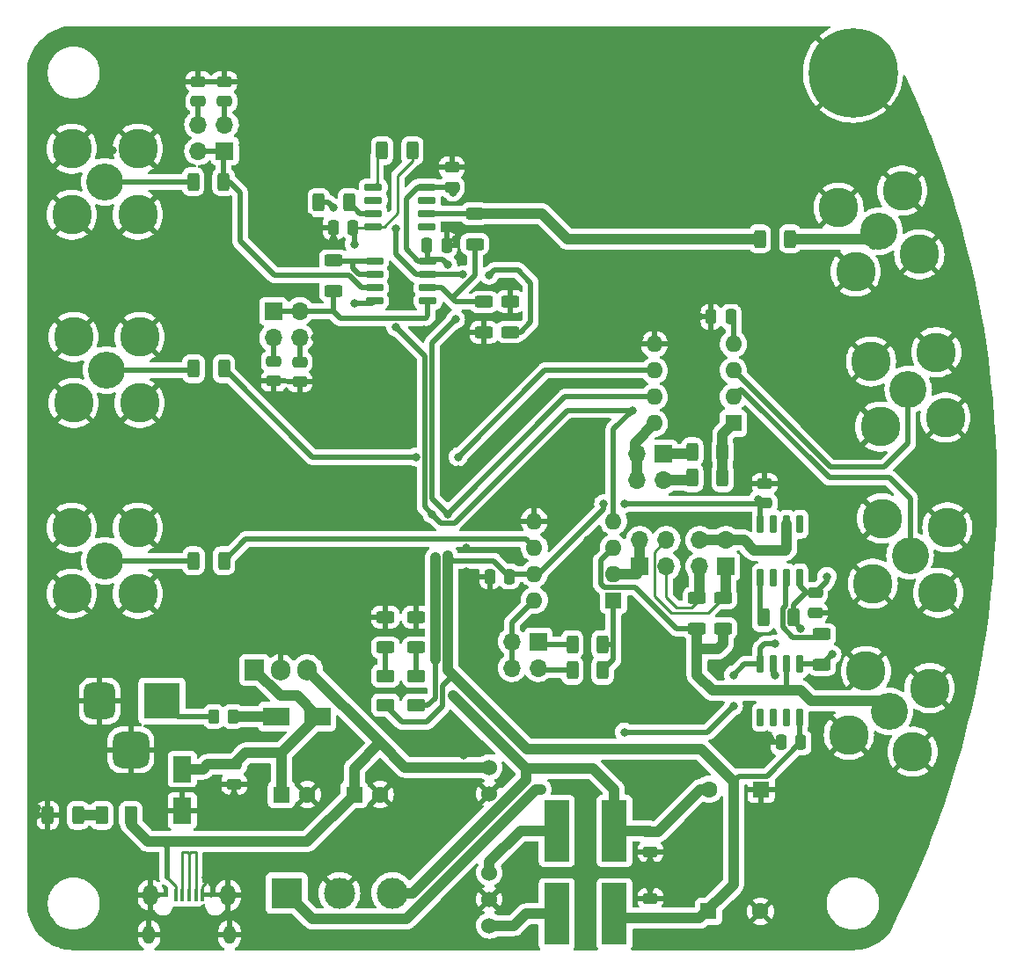
<source format=gbr>
%TF.GenerationSoftware,KiCad,Pcbnew,(6.0.0)*%
%TF.CreationDate,2022-01-09T15:16:55-05:00*%
%TF.ProjectId,Impedance_Analyzer_V2,496d7065-6461-46e6-9365-5f416e616c79,rev?*%
%TF.SameCoordinates,Original*%
%TF.FileFunction,Copper,L1,Top*%
%TF.FilePolarity,Positive*%
%FSLAX46Y46*%
G04 Gerber Fmt 4.6, Leading zero omitted, Abs format (unit mm)*
G04 Created by KiCad (PCBNEW (6.0.0)) date 2022-01-09 15:16:55*
%MOMM*%
%LPD*%
G01*
G04 APERTURE LIST*
G04 Aperture macros list*
%AMRoundRect*
0 Rectangle with rounded corners*
0 $1 Rounding radius*
0 $2 $3 $4 $5 $6 $7 $8 $9 X,Y pos of 4 corners*
0 Add a 4 corners polygon primitive as box body*
4,1,4,$2,$3,$4,$5,$6,$7,$8,$9,$2,$3,0*
0 Add four circle primitives for the rounded corners*
1,1,$1+$1,$2,$3*
1,1,$1+$1,$4,$5*
1,1,$1+$1,$6,$7*
1,1,$1+$1,$8,$9*
0 Add four rect primitives between the rounded corners*
20,1,$1+$1,$2,$3,$4,$5,0*
20,1,$1+$1,$4,$5,$6,$7,0*
20,1,$1+$1,$6,$7,$8,$9,0*
20,1,$1+$1,$8,$9,$2,$3,0*%
G04 Aperture macros list end*
%TA.AperFunction,ComponentPad*%
%ADD10R,1.700000X1.700000*%
%TD*%
%TA.AperFunction,ComponentPad*%
%ADD11O,1.700000X1.700000*%
%TD*%
%TA.AperFunction,SMDPad,CuDef*%
%ADD12RoundRect,0.250000X-0.475000X0.250000X-0.475000X-0.250000X0.475000X-0.250000X0.475000X0.250000X0*%
%TD*%
%TA.AperFunction,SMDPad,CuDef*%
%ADD13RoundRect,0.250000X0.475000X-0.250000X0.475000X0.250000X-0.475000X0.250000X-0.475000X-0.250000X0*%
%TD*%
%TA.AperFunction,ComponentPad*%
%ADD14C,3.556000*%
%TD*%
%TA.AperFunction,ComponentPad*%
%ADD15C,3.810000*%
%TD*%
%TA.AperFunction,SMDPad,CuDef*%
%ADD16RoundRect,0.249998X0.312502X0.625002X-0.312502X0.625002X-0.312502X-0.625002X0.312502X-0.625002X0*%
%TD*%
%TA.AperFunction,SMDPad,CuDef*%
%ADD17RoundRect,0.249998X-0.312502X-0.625002X0.312502X-0.625002X0.312502X0.625002X-0.312502X0.625002X0*%
%TD*%
%TA.AperFunction,ComponentPad*%
%ADD18R,1.600000X1.600000*%
%TD*%
%TA.AperFunction,ComponentPad*%
%ADD19O,1.600000X1.600000*%
%TD*%
%TA.AperFunction,ComponentPad*%
%ADD20C,1.600000*%
%TD*%
%TA.AperFunction,SMDPad,CuDef*%
%ADD21R,2.500000X1.800000*%
%TD*%
%TA.AperFunction,SMDPad,CuDef*%
%ADD22R,1.800000X2.500000*%
%TD*%
%TA.AperFunction,SMDPad,CuDef*%
%ADD23RoundRect,0.249998X0.262502X0.450002X-0.262502X0.450002X-0.262502X-0.450002X0.262502X-0.450002X0*%
%TD*%
%TA.AperFunction,ComponentPad*%
%ADD24R,3.500000X3.500000*%
%TD*%
%TA.AperFunction,ComponentPad*%
%ADD25RoundRect,0.750000X-0.750000X-1.000000X0.750000X-1.000000X0.750000X1.000000X-0.750000X1.000000X0*%
%TD*%
%TA.AperFunction,ComponentPad*%
%ADD26RoundRect,0.875000X-0.875000X-0.875000X0.875000X-0.875000X0.875000X0.875000X-0.875000X0.875000X0*%
%TD*%
%TA.AperFunction,SMDPad,CuDef*%
%ADD27R,0.450000X1.300000*%
%TD*%
%TA.AperFunction,ComponentPad*%
%ADD28O,1.150000X1.800000*%
%TD*%
%TA.AperFunction,ComponentPad*%
%ADD29O,1.450000X2.000000*%
%TD*%
%TA.AperFunction,SMDPad,CuDef*%
%ADD30RoundRect,0.250000X-0.375000X-0.625000X0.375000X-0.625000X0.375000X0.625000X-0.375000X0.625000X0*%
%TD*%
%TA.AperFunction,ComponentPad*%
%ADD31R,1.905000X2.000000*%
%TD*%
%TA.AperFunction,ComponentPad*%
%ADD32O,1.905000X2.000000*%
%TD*%
%TA.AperFunction,SMDPad,CuDef*%
%ADD33RoundRect,0.249998X-0.625002X0.312502X-0.625002X-0.312502X0.625002X-0.312502X0.625002X0.312502X0*%
%TD*%
%TA.AperFunction,SMDPad,CuDef*%
%ADD34RoundRect,0.249998X0.625002X-0.312502X0.625002X0.312502X-0.625002X0.312502X-0.625002X-0.312502X0*%
%TD*%
%TA.AperFunction,SMDPad,CuDef*%
%ADD35RoundRect,0.150000X-0.725000X-0.150000X0.725000X-0.150000X0.725000X0.150000X-0.725000X0.150000X0*%
%TD*%
%TA.AperFunction,SMDPad,CuDef*%
%ADD36RoundRect,0.250000X0.250000X0.475000X-0.250000X0.475000X-0.250000X-0.475000X0.250000X-0.475000X0*%
%TD*%
%TA.AperFunction,SMDPad,CuDef*%
%ADD37RoundRect,0.250000X-0.250000X-0.475000X0.250000X-0.475000X0.250000X0.475000X-0.250000X0.475000X0*%
%TD*%
%TA.AperFunction,SMDPad,CuDef*%
%ADD38RoundRect,0.250000X0.625000X-0.375000X0.625000X0.375000X-0.625000X0.375000X-0.625000X-0.375000X0*%
%TD*%
%TA.AperFunction,SMDPad,CuDef*%
%ADD39RoundRect,0.250000X-0.625000X0.375000X-0.625000X-0.375000X0.625000X-0.375000X0.625000X0.375000X0*%
%TD*%
%TA.AperFunction,ComponentPad*%
%ADD40C,8.600000*%
%TD*%
%TA.AperFunction,SMDPad,CuDef*%
%ADD41RoundRect,0.150000X0.150000X-0.725000X0.150000X0.725000X-0.150000X0.725000X-0.150000X-0.725000X0*%
%TD*%
%TA.AperFunction,SMDPad,CuDef*%
%ADD42RoundRect,0.249999X-0.312501X-0.625001X0.312501X-0.625001X0.312501X0.625001X-0.312501X0.625001X0*%
%TD*%
%TA.AperFunction,SMDPad,CuDef*%
%ADD43RoundRect,0.249999X-0.625001X0.312501X-0.625001X-0.312501X0.625001X-0.312501X0.625001X0.312501X0*%
%TD*%
%TA.AperFunction,SMDPad,CuDef*%
%ADD44RoundRect,0.150000X-0.150000X0.725000X-0.150000X-0.725000X0.150000X-0.725000X0.150000X0.725000X0*%
%TD*%
%TA.AperFunction,ComponentPad*%
%ADD45R,3.000000X3.000000*%
%TD*%
%TA.AperFunction,ComponentPad*%
%ADD46C,3.000000*%
%TD*%
%TA.AperFunction,SMDPad,CuDef*%
%ADD47R,2.450000X5.900000*%
%TD*%
%TA.AperFunction,ComponentPad*%
%ADD48C,1.524000*%
%TD*%
%TA.AperFunction,SMDPad,CuDef*%
%ADD49RoundRect,0.250000X0.312500X0.625000X-0.312500X0.625000X-0.312500X-0.625000X0.312500X-0.625000X0*%
%TD*%
%TA.AperFunction,SMDPad,CuDef*%
%ADD50RoundRect,0.250000X0.625000X-0.312500X0.625000X0.312500X-0.625000X0.312500X-0.625000X-0.312500X0*%
%TD*%
%TA.AperFunction,SMDPad,CuDef*%
%ADD51RoundRect,0.250000X-0.625000X0.312500X-0.625000X-0.312500X0.625000X-0.312500X0.625000X0.312500X0*%
%TD*%
%TA.AperFunction,SMDPad,CuDef*%
%ADD52RoundRect,0.250000X-0.312500X-0.625000X0.312500X-0.625000X0.312500X0.625000X-0.312500X0.625000X0*%
%TD*%
%TA.AperFunction,ViaPad*%
%ADD53C,0.800000*%
%TD*%
%TA.AperFunction,Conductor*%
%ADD54C,0.500000*%
%TD*%
%TA.AperFunction,Conductor*%
%ADD55C,0.250000*%
%TD*%
%TA.AperFunction,Conductor*%
%ADD56C,1.000000*%
%TD*%
G04 APERTURE END LIST*
D10*
%TO.P,J16,1,Pin_1*%
%TO.N,Net-(R1-Pad1)*%
X94225000Y-80475000D03*
D11*
%TO.P,J16,2,Pin_2*%
X96765000Y-80475000D03*
%TO.P,J16,3,Pin_3*%
%TO.N,Net-(C25-Pad1)*%
X94225000Y-83015000D03*
%TO.P,J16,4,Pin_4*%
%TO.N,Net-(C1-Pad1)*%
X96765000Y-83015000D03*
%TD*%
D10*
%TO.P,J15,1,Pin_1*%
%TO.N,Net-(R22-Pad1)*%
X89540000Y-65040000D03*
D11*
%TO.P,J15,2,Pin_2*%
X87000000Y-65040000D03*
%TO.P,J15,3,Pin_3*%
%TO.N,Net-(C16-Pad1)*%
X89540000Y-62500000D03*
%TO.P,J15,4,Pin_4*%
%TO.N,Net-(C15-Pad1)*%
X87000000Y-62500000D03*
%TD*%
D12*
%TO.P,C25,1*%
%TO.N,Net-(C25-Pad1)*%
X94250000Y-85300000D03*
%TO.P,C25,2*%
%TO.N,GND*%
X94250000Y-87200000D03*
%TD*%
D13*
%TO.P,C16,1*%
%TO.N,Net-(C16-Pad1)*%
X89500000Y-60250000D03*
%TO.P,C16,2*%
%TO.N,GND*%
X89500000Y-58350000D03*
%TD*%
D14*
%TO.P,J2,1,In*%
%TO.N,Net-(J2-Pad1)*%
X78175000Y-86125000D03*
D15*
%TO.P,J2,2,Ext*%
%TO.N,GND*%
X75000000Y-82950000D03*
X81350000Y-89300000D03*
X75000000Y-89300000D03*
X81350000Y-82950000D03*
%TD*%
D14*
%TO.P,J6,1,In*%
%TO.N,IOut*%
X152500000Y-72750000D03*
D15*
%TO.P,J6,2,Ext*%
%TO.N,GND*%
X150254936Y-76638565D03*
X156388565Y-74995064D03*
X148611435Y-70504936D03*
X154745064Y-68861435D03*
%TD*%
D14*
%TO.P,J7,1,In*%
%TO.N,IMon+*%
X153500000Y-119000000D03*
D15*
%TO.P,J7,2,Ext*%
%TO.N,GND*%
X151254936Y-115111435D03*
X149611435Y-121245064D03*
X155745064Y-122888565D03*
X157388565Y-116754936D03*
%TD*%
D16*
%TO.P,R5,1*%
%TO.N,Net-(R5-Pad1)*%
X89462500Y-104500000D03*
%TO.P,R5,2*%
%TO.N,Net-(J3-Pad1)*%
X86537500Y-104500000D03*
%TD*%
%TO.P,R6,1*%
%TO.N,Net-(R6-Pad1)*%
X89462500Y-86000000D03*
%TO.P,R6,2*%
%TO.N,Net-(J2-Pad1)*%
X86537500Y-86000000D03*
%TD*%
D17*
%TO.P,R7,1*%
%TO.N,Net-(J10-Pad2)*%
X122987500Y-115050000D03*
%TO.P,R7,2*%
%TO.N,Net-(R11-Pad1)*%
X125912500Y-115050000D03*
%TD*%
D16*
%TO.P,R8,1*%
%TO.N,Net-(R12-Pad1)*%
X137462500Y-96500000D03*
%TO.P,R8,2*%
%TO.N,Net-(J12-Pad2)*%
X134537500Y-96500000D03*
%TD*%
D18*
%TO.P,U3,1,Rg*%
%TO.N,Net-(R11-Pad1)*%
X126950000Y-108300000D03*
D19*
%TO.P,U3,2,-*%
%TO.N,IMon-*%
X126950000Y-105760000D03*
%TO.P,U3,3,+*%
%TO.N,IMon+*%
X126950000Y-103220000D03*
%TO.P,U3,4,V-*%
%TO.N,-5V*%
X126950000Y-100680000D03*
%TO.P,U3,5,Ref*%
%TO.N,GND*%
X119330000Y-100680000D03*
%TO.P,U3,6*%
%TO.N,Net-(R5-Pad1)*%
X119330000Y-103220000D03*
%TO.P,U3,7,V+*%
%TO.N,+5VP*%
X119330000Y-105760000D03*
%TO.P,U3,8,Rg*%
%TO.N,Net-(J10-Pad3)*%
X119330000Y-108300000D03*
%TD*%
D14*
%TO.P,J5,1,In*%
%TO.N,Net-(J5-Pad1)*%
X155500000Y-104000000D03*
D15*
%TO.P,J5,2,Ext*%
%TO.N,GND*%
X159085976Y-101297773D03*
X158202227Y-107585976D03*
X151914024Y-106702227D03*
X152797773Y-100414024D03*
%TD*%
D14*
%TO.P,J4,1,In*%
%TO.N,Net-(J4-Pad1)*%
X155325000Y-88000000D03*
D15*
%TO.P,J4,2,Ext*%
%TO.N,GND*%
X158027227Y-84414024D03*
X152622773Y-91585976D03*
X151739024Y-85297773D03*
X158910976Y-90702227D03*
%TD*%
D18*
%TO.P,U4,1,Rg*%
%TO.N,Net-(R12-Pad1)*%
X138500000Y-91250000D03*
D19*
%TO.P,U4,2,-*%
%TO.N,Net-(J5-Pad1)*%
X138500000Y-88710000D03*
%TO.P,U4,3,+*%
%TO.N,Net-(J4-Pad1)*%
X138500000Y-86170000D03*
%TO.P,U4,4,V-*%
%TO.N,-5V*%
X138500000Y-83630000D03*
%TO.P,U4,5,Ref*%
%TO.N,GND*%
X130880000Y-83630000D03*
%TO.P,U4,6*%
%TO.N,Net-(R6-Pad1)*%
X130880000Y-86170000D03*
%TO.P,U4,7,V+*%
%TO.N,+5VP*%
X130880000Y-88710000D03*
%TO.P,U4,8,Rg*%
%TO.N,Net-(J12-Pad3)*%
X130880000Y-91250000D03*
%TD*%
D18*
%TO.P,C4,1*%
%TO.N,Net-(C4-Pad1)*%
X95000000Y-127000000D03*
D20*
%TO.P,C4,2*%
%TO.N,GND*%
X97500000Y-127000000D03*
%TD*%
D12*
%TO.P,C5,1*%
%TO.N,Net-(C4-Pad1)*%
X90450000Y-124100000D03*
%TO.P,C5,2*%
%TO.N,GND*%
X90450000Y-126000000D03*
%TD*%
D21*
%TO.P,D1,1,K*%
%TO.N,Net-(C4-Pad1)*%
X98500000Y-119500000D03*
%TO.P,D1,2,A*%
%TO.N,Net-(D1-Pad2)*%
X94500000Y-119500000D03*
%TD*%
D22*
%TO.P,D2,1,A1*%
%TO.N,Net-(C4-Pad1)*%
X85450000Y-124550000D03*
%TO.P,D2,2,A2*%
%TO.N,GND*%
X85450000Y-128550000D03*
%TD*%
D23*
%TO.P,FB1,1*%
%TO.N,Net-(D1-Pad2)*%
X90325000Y-119500000D03*
%TO.P,FB1,2*%
%TO.N,Net-(FB1-Pad2)*%
X88500000Y-119500000D03*
%TD*%
D24*
%TO.P,J8,1*%
%TO.N,Net-(FB1-Pad2)*%
X83500000Y-118000000D03*
D25*
%TO.P,J8,2*%
%TO.N,GND*%
X77500000Y-118000000D03*
D26*
%TO.P,J8,3*%
X80500000Y-122700000D03*
%TD*%
D27*
%TO.P,J9,1,VBUS*%
%TO.N,+5V*%
X84825000Y-136650000D03*
%TO.P,J9,2,D-*%
%TO.N,Net-(J9-Pad2)*%
X85475000Y-136650000D03*
%TO.P,J9,3,D+*%
X86125000Y-136650000D03*
%TO.P,J9,4,ID*%
X86775000Y-136650000D03*
%TO.P,J9,5,GND*%
%TO.N,GND*%
X87425000Y-136650000D03*
D28*
%TO.P,J9,6,Shield*%
X82250000Y-140500000D03*
X90000000Y-140500000D03*
D29*
X82400000Y-136700000D03*
X89850000Y-136700000D03*
%TD*%
D18*
%TO.P,C6,1*%
%TO.N,+5V*%
X102000000Y-127000000D03*
D20*
%TO.P,C6,2*%
%TO.N,GND*%
X104500000Y-127000000D03*
%TD*%
D30*
%TO.P,D3,1,K*%
%TO.N,Net-(D3-Pad1)*%
X77700000Y-129000000D03*
%TO.P,D3,2,A*%
%TO.N,+5V*%
X80500000Y-129000000D03*
%TD*%
D16*
%TO.P,R13,1*%
%TO.N,Net-(D3-Pad1)*%
X75425000Y-129000000D03*
%TO.P,R13,2*%
%TO.N,GND*%
X72500000Y-129000000D03*
%TD*%
D31*
%TO.P,U5,1,IN*%
%TO.N,Net-(C4-Pad1)*%
X92420000Y-115000000D03*
D32*
%TO.P,U5,2,GND*%
%TO.N,GND*%
X94960000Y-115000000D03*
%TO.P,U5,3,OUT*%
%TO.N,+5V*%
X97500000Y-115000000D03*
%TD*%
D18*
%TO.P,C7,1*%
%TO.N,GND*%
X141152651Y-126500000D03*
D20*
%TO.P,C7,2*%
%TO.N,-5V*%
X136152651Y-126500000D03*
%TD*%
D18*
%TO.P,C9,1*%
%TO.N,+5VP*%
X136097349Y-138250000D03*
D20*
%TO.P,C9,2*%
%TO.N,GND*%
X141097349Y-138250000D03*
%TD*%
D33*
%TO.P,R3,1*%
%TO.N,Net-(R10-Pad2)*%
X114500000Y-79575000D03*
%TO.P,R3,2*%
%TO.N,GND*%
X114500000Y-82500000D03*
%TD*%
D34*
%TO.P,R2,1*%
%TO.N,Net-(R15-Pad1)*%
X117000000Y-82462500D03*
%TO.P,R2,2*%
%TO.N,GND*%
X117000000Y-79537500D03*
%TD*%
D12*
%TO.P,C1,2*%
%TO.N,GND*%
X96750000Y-87250000D03*
%TO.P,C1,1*%
%TO.N,Net-(C1-Pad1)*%
X96750000Y-85350000D03*
%TD*%
D34*
%TO.P,R1,1*%
%TO.N,Net-(R1-Pad1)*%
X100000000Y-78500000D03*
%TO.P,R1,2*%
%TO.N,Net-(R1-Pad2)*%
X100000000Y-75575000D03*
%TD*%
D35*
%TO.P,U1,1*%
%TO.N,Net-(R1-Pad2)*%
X103950000Y-75660000D03*
%TO.P,U1,2,-*%
X103950000Y-76930000D03*
%TO.P,U1,3,+*%
%TO.N,Net-(R22-Pad1)*%
X103950000Y-78200000D03*
%TO.P,U1,4,V-*%
%TO.N,-5V*%
X103950000Y-79470000D03*
%TO.P,U1,5,+*%
%TO.N,Net-(R1-Pad1)*%
X109100000Y-79470000D03*
%TO.P,U1,6,-*%
%TO.N,Net-(R10-Pad2)*%
X109100000Y-78200000D03*
%TO.P,U1,7*%
%TO.N,Net-(R15-Pad1)*%
X109100000Y-76930000D03*
%TO.P,U1,8,V+*%
%TO.N,+5VP*%
X109100000Y-75660000D03*
%TD*%
D36*
%TO.P,C14,1*%
%TO.N,-5V*%
X101900000Y-72400000D03*
%TO.P,C14,2*%
%TO.N,GND*%
X100000000Y-72400000D03*
%TD*%
%TO.P,C17,1*%
%TO.N,+5VP*%
X116950000Y-106000000D03*
%TO.P,C17,2*%
%TO.N,GND*%
X115050000Y-106000000D03*
%TD*%
D37*
%TO.P,C19,1*%
%TO.N,+5VP*%
X109000000Y-74100000D03*
%TO.P,C19,2*%
%TO.N,GND*%
X110900000Y-74100000D03*
%TD*%
D38*
%TO.P,D4,1,K*%
%TO.N,-5V*%
X108000000Y-118400000D03*
%TO.P,D4,2,A*%
%TO.N,Net-(D4-Pad2)*%
X108000000Y-115600000D03*
%TD*%
D39*
%TO.P,D5,1,K*%
%TO.N,Net-(D5-Pad1)*%
X105000000Y-115600000D03*
%TO.P,D5,2,A*%
%TO.N,+5VP*%
X105000000Y-118400000D03*
%TD*%
D34*
%TO.P,R19,1*%
%TO.N,Net-(D4-Pad2)*%
X108000000Y-112852500D03*
%TO.P,R19,2*%
%TO.N,GND*%
X108000000Y-109927500D03*
%TD*%
%TO.P,R20,1*%
%TO.N,Net-(D5-Pad1)*%
X105000000Y-112852500D03*
%TO.P,R20,2*%
%TO.N,GND*%
X105000000Y-109927500D03*
%TD*%
D40*
%TO.P,H1,1,1*%
%TO.N,GND*%
X150000000Y-57500000D03*
%TD*%
D13*
%TO.P,C22,1*%
%TO.N,+5VP*%
X141500000Y-98950000D03*
%TO.P,C22,2*%
%TO.N,GND*%
X141500000Y-97050000D03*
%TD*%
D36*
%TO.P,C23,1*%
%TO.N,-5V*%
X138250000Y-81000000D03*
%TO.P,C23,2*%
%TO.N,GND*%
X136350000Y-81000000D03*
%TD*%
D13*
%TO.P,C24,1*%
%TO.N,+5VP*%
X111400000Y-68500000D03*
%TO.P,C24,2*%
%TO.N,GND*%
X111400000Y-66600000D03*
%TD*%
D16*
%TO.P,R9,1*%
%TO.N,IOut*%
X143962500Y-73500000D03*
%TO.P,R9,2*%
%TO.N,Net-(BUF1-Pad6)*%
X141037500Y-73500000D03*
%TD*%
D14*
%TO.P,J1,1,In*%
%TO.N,Net-(J1-Pad1)*%
X78000000Y-68000000D03*
D15*
%TO.P,J1,2,Ext*%
%TO.N,GND*%
X74825000Y-64825000D03*
X81175000Y-64825000D03*
X81175000Y-71175000D03*
X74825000Y-71175000D03*
%TD*%
D35*
%TO.P,BUF1,1,BW*%
%TO.N,Net-(BUF1-Pad1)*%
X103825000Y-68495000D03*
%TO.P,BUF1,2,NC*%
%TO.N,unconnected-(BUF1-Pad2)*%
X103825000Y-69765000D03*
%TO.P,BUF1,3,In*%
%TO.N,Net-(BUF1-Pad3)*%
X103825000Y-71035000D03*
%TO.P,BUF1,4,V-*%
%TO.N,-5V*%
X103825000Y-72305000D03*
%TO.P,BUF1,5,NC*%
%TO.N,unconnected-(BUF1-Pad5)*%
X108975000Y-72305000D03*
%TO.P,BUF1,6,Out*%
%TO.N,Net-(BUF1-Pad6)*%
X108975000Y-71035000D03*
%TO.P,BUF1,7,NC*%
%TO.N,unconnected-(BUF1-Pad7)*%
X108975000Y-69765000D03*
%TO.P,BUF1,8,V+*%
%TO.N,+5VP*%
X108975000Y-68495000D03*
%TD*%
D41*
%TO.P,BUF2,1,BW*%
%TO.N,Net-(BUF2-Pad1)*%
X141095000Y-106125000D03*
%TO.P,BUF2,2,NC*%
%TO.N,unconnected-(BUF2-Pad2)*%
X142365000Y-106125000D03*
%TO.P,BUF2,3,In*%
%TO.N,Net-(BUF2-Pad3)*%
X143635000Y-106125000D03*
%TO.P,BUF2,4,V-*%
%TO.N,-5V*%
X144905000Y-106125000D03*
%TO.P,BUF2,5,NC*%
%TO.N,unconnected-(BUF2-Pad5)*%
X144905000Y-100975000D03*
%TO.P,BUF2,6,Out*%
%TO.N,Net-(BUF2-Pad6)*%
X143635000Y-100975000D03*
%TO.P,BUF2,7,NC*%
%TO.N,unconnected-(BUF2-Pad7)*%
X142365000Y-100975000D03*
%TO.P,BUF2,8,V+*%
%TO.N,+5VP*%
X141095000Y-100975000D03*
%TD*%
D42*
%TO.P,R4,1*%
%TO.N,Net-(BUF1-Pad1)*%
X104675000Y-65000000D03*
%TO.P,R4,2*%
%TO.N,-5V*%
X107600000Y-65000000D03*
%TD*%
D43*
%TO.P,R10,1*%
%TO.N,Net-(BUF1-Pad6)*%
X113600000Y-71075000D03*
%TO.P,R10,2*%
%TO.N,Net-(R10-Pad2)*%
X113600000Y-74000000D03*
%TD*%
%TO.P,R18,1*%
%TO.N,Net-(J13-Pad3)*%
X135000000Y-108075000D03*
%TO.P,R18,2*%
%TO.N,IMon+*%
X135000000Y-111000000D03*
%TD*%
D42*
%TO.P,R21,1*%
%TO.N,Net-(BUF2-Pad1)*%
X141365000Y-109975000D03*
%TO.P,R21,2*%
%TO.N,-5V*%
X144290000Y-109975000D03*
%TD*%
D44*
%TO.P,U2,1*%
%TO.N,Net-(R16-Pad1)*%
X144905000Y-114425000D03*
%TO.P,U2,2,-*%
%TO.N,IMon+*%
X143635000Y-114425000D03*
%TO.P,U2,3,+*%
%TO.N,GND*%
X142365000Y-114425000D03*
%TO.P,U2,4,V-*%
%TO.N,-5V*%
X141095000Y-114425000D03*
%TO.P,U2,5*%
%TO.N,N/C*%
X141095000Y-119575000D03*
%TO.P,U2,6*%
X142365000Y-119575000D03*
%TO.P,U2,7*%
X143635000Y-119575000D03*
%TO.P,U2,8,V+*%
%TO.N,+5VP*%
X144905000Y-119575000D03*
%TD*%
D36*
%TO.P,C3,1*%
%TO.N,+5VP*%
X145000000Y-122000000D03*
%TO.P,C3,2*%
%TO.N,GND*%
X143100000Y-122000000D03*
%TD*%
D45*
%TO.P,J11,1,Pin_1*%
%TO.N,+5VP*%
X95500000Y-136500000D03*
D46*
%TO.P,J11,2,Pin_2*%
%TO.N,GND*%
X100580000Y-136500000D03*
%TO.P,J11,3,Pin_3*%
%TO.N,-5V*%
X105660000Y-136500000D03*
%TD*%
D13*
%TO.P,C10,1*%
%TO.N,+5VP*%
X130500000Y-138900000D03*
%TO.P,C10,2*%
%TO.N,GND*%
X130500000Y-137000000D03*
%TD*%
D47*
%TO.P,L2,1,1*%
%TO.N,-5V*%
X127050000Y-130500000D03*
%TO.P,L2,2,2*%
%TO.N,Net-(L2-Pad2)*%
X121500000Y-130500000D03*
%TD*%
D48*
%TO.P,Reg1,1,+Vin*%
%TO.N,+5V*%
X115000000Y-124380000D03*
%TO.P,Reg1,2,-Vin*%
%TO.N,GND*%
X115000000Y-126920000D03*
%TO.P,Reg1,5,-Vout*%
%TO.N,Net-(L2-Pad2)*%
X115000000Y-134540000D03*
%TO.P,Reg1,6,GND2*%
%TO.N,GND*%
X115000000Y-137080000D03*
%TO.P,Reg1,7,+Vout*%
%TO.N,Net-(L1-Pad2)*%
X115000000Y-139620000D03*
%TD*%
D12*
%TO.P,C8,1*%
%TO.N,-5V*%
X130500000Y-130600000D03*
%TO.P,C8,2*%
%TO.N,GND*%
X130500000Y-132500000D03*
%TD*%
D47*
%TO.P,L1,1,1*%
%TO.N,+5VP*%
X127050000Y-138500000D03*
%TO.P,L1,2,2*%
%TO.N,Net-(L1-Pad2)*%
X121500000Y-138500000D03*
%TD*%
D12*
%TO.P,C18,1*%
%TO.N,-5V*%
X146365000Y-107575000D03*
%TO.P,C18,2*%
%TO.N,GND*%
X146365000Y-109475000D03*
%TD*%
D49*
%TO.P,R22,1*%
%TO.N,Net-(R22-Pad1)*%
X89425000Y-68000000D03*
%TO.P,R22,2*%
%TO.N,Net-(J1-Pad1)*%
X86500000Y-68000000D03*
%TD*%
D50*
%TO.P,R17,1*%
%TO.N,Net-(R16-Pad1)*%
X147000000Y-114500000D03*
%TO.P,R17,2*%
%TO.N,Net-(BUF2-Pad3)*%
X147000000Y-111575000D03*
%TD*%
D13*
%TO.P,C15,2*%
%TO.N,GND*%
X87000000Y-58350000D03*
%TO.P,C15,1*%
%TO.N,Net-(C15-Pad1)*%
X87000000Y-60250000D03*
%TD*%
D51*
%TO.P,R14,1*%
%TO.N,Net-(J13-Pad4)*%
X137500000Y-108075000D03*
%TO.P,R14,2*%
%TO.N,IMon+*%
X137500000Y-111000000D03*
%TD*%
D10*
%TO.P,J13,1,Pin_1*%
%TO.N,IMon-*%
X129500000Y-105040000D03*
D11*
%TO.P,J13,2,Pin_2*%
X129500000Y-102500000D03*
%TO.P,J13,3,Pin_3*%
%TO.N,Net-(J13-Pad3)*%
X132040000Y-105040000D03*
%TO.P,J13,4,Pin_4*%
%TO.N,Net-(J13-Pad4)*%
X132040000Y-102500000D03*
%TD*%
D10*
%TO.P,J10,1,Pin_1*%
%TO.N,Net-(J10-Pad1)*%
X119725000Y-112275000D03*
D11*
%TO.P,J10,2,Pin_2*%
%TO.N,Net-(J10-Pad2)*%
X119725000Y-114815000D03*
%TO.P,J10,3,Pin_3*%
%TO.N,Net-(J10-Pad3)*%
X117185000Y-112275000D03*
%TO.P,J10,4,Pin_4*%
X117185000Y-114815000D03*
%TD*%
D14*
%TO.P,J3,1,In*%
%TO.N,Net-(J3-Pad1)*%
X78000000Y-104500000D03*
D15*
%TO.P,J3,2,Ext*%
%TO.N,GND*%
X81175000Y-101325000D03*
X74825000Y-107675000D03*
X74825000Y-101325000D03*
X81175000Y-107675000D03*
%TD*%
D52*
%TO.P,R15,1*%
%TO.N,Net-(R15-Pad1)*%
X98575000Y-70000000D03*
%TO.P,R15,2*%
%TO.N,Net-(BUF1-Pad3)*%
X101500000Y-70000000D03*
%TD*%
D10*
%TO.P,J12,1,Pin_1*%
%TO.N,Net-(J12-Pad1)*%
X131775000Y-94225000D03*
D11*
%TO.P,J12,2,Pin_2*%
%TO.N,Net-(J12-Pad2)*%
X131775000Y-96765000D03*
%TO.P,J12,3,Pin_3*%
%TO.N,Net-(J12-Pad3)*%
X129235000Y-94225000D03*
%TO.P,J12,4,Pin_4*%
X129235000Y-96765000D03*
%TD*%
D49*
%TO.P,R11,1*%
%TO.N,Net-(R11-Pad1)*%
X125912500Y-112550000D03*
%TO.P,R11,2*%
%TO.N,Net-(J10-Pad1)*%
X122987500Y-112550000D03*
%TD*%
%TO.P,R12,1*%
%TO.N,Net-(R12-Pad1)*%
X137462500Y-94000000D03*
%TO.P,R12,2*%
%TO.N,Net-(J12-Pad1)*%
X134537500Y-94000000D03*
%TD*%
D10*
%TO.P,J14,1,Pin_1*%
%TO.N,Net-(J13-Pad4)*%
X137775000Y-105040000D03*
D11*
%TO.P,J14,2,Pin_2*%
%TO.N,Net-(J13-Pad3)*%
X135235000Y-105040000D03*
%TO.P,J14,3,Pin_3*%
%TO.N,Net-(BUF2-Pad6)*%
X137775000Y-102500000D03*
%TO.P,J14,4,Pin_4*%
X135235000Y-102500000D03*
%TD*%
D53*
%TO.N,GND*%
X133250000Y-107000000D03*
X82500000Y-61500000D03*
X82500000Y-58500000D03*
X103750000Y-100000000D03*
X107250000Y-100000000D03*
X103750000Y-114250000D03*
X107500000Y-91500000D03*
X129500000Y-83000000D03*
X97600000Y-71400000D03*
X97000000Y-74200000D03*
X78750000Y-65000000D03*
X124500000Y-113750000D03*
X106500000Y-108500000D03*
X132750000Y-87000000D03*
X134500000Y-85500000D03*
X112500000Y-139500000D03*
X130500000Y-136000000D03*
X124250000Y-136000000D03*
X124250000Y-141000000D03*
X110500000Y-130500000D03*
X112500000Y-128250000D03*
X130500000Y-133500000D03*
X129500000Y-124250000D03*
X124250000Y-133000000D03*
X124250000Y-128000000D03*
X112500000Y-123250000D03*
X112000000Y-95750000D03*
X99750000Y-100000000D03*
X107500000Y-88750000D03*
X107500000Y-85500000D03*
X108750000Y-82250000D03*
X111000000Y-84250000D03*
X111000000Y-88750000D03*
X111000000Y-91500000D03*
X71500000Y-64790000D03*
X71500000Y-67330000D03*
X71500000Y-69870000D03*
X71500000Y-72410000D03*
X71500000Y-74950000D03*
X71500000Y-77490000D03*
X71500000Y-80030000D03*
X71500000Y-82570000D03*
X71500000Y-85110000D03*
X71500000Y-87650000D03*
X71500000Y-90190000D03*
X71500000Y-92730000D03*
X71500000Y-95270000D03*
X71500000Y-97810000D03*
X71500000Y-100350000D03*
X71500000Y-102890000D03*
X71500000Y-105430000D03*
X71500000Y-107970000D03*
X71500000Y-110510000D03*
X71500000Y-113050000D03*
X71500000Y-115590000D03*
X71500000Y-118130000D03*
X71500000Y-120670000D03*
X71500000Y-123210000D03*
X71500000Y-125750000D03*
X71500000Y-128290000D03*
X71500000Y-130830000D03*
X71500000Y-133370000D03*
X71500000Y-135910000D03*
X104440000Y-53500000D03*
X81580000Y-53500000D03*
X89200000Y-53500000D03*
X91740000Y-53500000D03*
X106980000Y-53500000D03*
X101900000Y-53500000D03*
X84120000Y-53500000D03*
X99360000Y-53500000D03*
X109520000Y-53500000D03*
X112060000Y-53500000D03*
X86660000Y-53500000D03*
X96820000Y-53500000D03*
X79040000Y-53500000D03*
X94280000Y-53500000D03*
X131000000Y-72000000D03*
X135000000Y-72000000D03*
X127500000Y-72000000D03*
X114250000Y-69250000D03*
X117750000Y-69250000D03*
X121750000Y-69250000D03*
X111500000Y-72500000D03*
X119000000Y-72500000D03*
X115000000Y-72500000D03*
X112750000Y-113000000D03*
X112750000Y-109000000D03*
X112750000Y-105500000D03*
X122578427Y-110078427D03*
X120078427Y-120578427D03*
X114421573Y-114921573D03*
X117250000Y-117750000D03*
X130750000Y-126750000D03*
X128750000Y-126250000D03*
X123000000Y-126250000D03*
X123750000Y-120750000D03*
X140000000Y-131750000D03*
X136500000Y-132500000D03*
X118750000Y-134500000D03*
X107500000Y-132750000D03*
X107750000Y-126250000D03*
X112500000Y-126000000D03*
X108250000Y-122250000D03*
X111250000Y-120000000D03*
X124500000Y-102500000D03*
X149000000Y-112000000D03*
X147250000Y-116500000D03*
X148000000Y-108500000D03*
X135250000Y-81000000D03*
X98250000Y-83000000D03*
X111750000Y-73500000D03*
X111500000Y-65250000D03*
X109000000Y-66750000D03*
X102500000Y-66500000D03*
X97000000Y-64000000D03*
X94250000Y-74750000D03*
X92500000Y-72250000D03*
X92500000Y-69500000D03*
X91250000Y-64500000D03*
X88500000Y-72500000D03*
X95500000Y-78500000D03*
X155750000Y-62250000D03*
X161000000Y-77500000D03*
X161500000Y-80750000D03*
X162750000Y-92750000D03*
X162750000Y-97750000D03*
X161750000Y-110750000D03*
X161000000Y-113750000D03*
X157250000Y-127750000D03*
X87750000Y-135000000D03*
X111310000Y-141250000D03*
X106230000Y-141250000D03*
X145115000Y-98975000D03*
X108770000Y-141250000D03*
X78290000Y-141250000D03*
X135000000Y-76000000D03*
X93530000Y-141250000D03*
X85910000Y-141250000D03*
X119370000Y-53500000D03*
X114750000Y-99750000D03*
X121500000Y-101500000D03*
X103750000Y-103750000D03*
X116830000Y-53500000D03*
X121500000Y-75500000D03*
X139500000Y-72000000D03*
X124450000Y-53500000D03*
X88450000Y-141250000D03*
X96070000Y-141250000D03*
X71500000Y-62250000D03*
X90450000Y-127050000D03*
X131000000Y-76000000D03*
X106525000Y-77565000D03*
X107250000Y-97500000D03*
X103000000Y-83200000D03*
X112000000Y-92500000D03*
X137500000Y-121500000D03*
X107250000Y-103750000D03*
X119500000Y-95000000D03*
X112750000Y-103250000D03*
X139500000Y-113000000D03*
X104850000Y-85600000D03*
X124500000Y-76000000D03*
X120000000Y-88500000D03*
X114290000Y-53500000D03*
X124500000Y-72000000D03*
X139500000Y-109500000D03*
X129530000Y-53500000D03*
X80830000Y-141250000D03*
X123500000Y-107000000D03*
X121910000Y-53500000D03*
X134750000Y-89250000D03*
X117000000Y-104000000D03*
X142230000Y-53500000D03*
X142500000Y-115500000D03*
X136750000Y-87750000D03*
X101150000Y-141250000D03*
X134610000Y-53500000D03*
X103690000Y-141250000D03*
X133000000Y-90750000D03*
X100000000Y-73500000D03*
X144770000Y-53500000D03*
X142000000Y-121500000D03*
X99750000Y-103750000D03*
X111000000Y-97500000D03*
X98610000Y-141250000D03*
X128000000Y-76000000D03*
X123000000Y-91500000D03*
X71500000Y-129000000D03*
X125500000Y-91500000D03*
X136500000Y-84000000D03*
X117000000Y-78000000D03*
X139690000Y-53500000D03*
X134750000Y-91500000D03*
X115500000Y-93500000D03*
X126990000Y-53500000D03*
X137150000Y-53500000D03*
X103350000Y-89350000D03*
X106500000Y-80000000D03*
X139500000Y-76000000D03*
X132070000Y-53500000D03*
X133500000Y-100500000D03*
%TO.N,Net-(R6-Pad1)*%
X112000000Y-94500000D03*
X107949979Y-94500000D03*
%TO.N,-5V*%
X102000000Y-74000000D03*
X128750000Y-90000000D03*
X138500000Y-115500000D03*
X138500000Y-118500000D03*
X109799990Y-114000000D03*
X106000000Y-82000000D03*
X125500000Y-125000000D03*
X102000000Y-79700000D03*
X109799990Y-104200010D03*
X145000000Y-111000000D03*
X111500000Y-117500000D03*
X109500000Y-100000000D03*
X128000000Y-121000000D03*
X142500000Y-112500000D03*
X147500000Y-106000000D03*
%TO.N,+5VP*%
X120000000Y-126500000D03*
X120649999Y-122649999D03*
X128000000Y-99000000D03*
X140885000Y-98575000D03*
X126000000Y-99000000D03*
X111000000Y-103999998D03*
X111000000Y-76000000D03*
X111500000Y-69000000D03*
X111749999Y-81250001D03*
X111000000Y-100000000D03*
%TO.N,Net-(R15-Pad1)*%
X112449312Y-76949312D03*
X115000000Y-77000000D03*
X100000000Y-70500000D03*
X106000000Y-72500000D03*
%TO.N,Net-(R16-Pad1)*%
X148000000Y-113500000D03*
%TD*%
D54*
%TO.N,-5V*%
X147500000Y-106440000D02*
X146365000Y-107575000D01*
X147500000Y-106000000D02*
X147500000Y-106440000D01*
%TO.N,Net-(R1-Pad1)*%
X99975000Y-80475000D02*
X100000000Y-80500000D01*
X96765000Y-80475000D02*
X99975000Y-80475000D01*
X94225000Y-80475000D02*
X96765000Y-80475000D01*
%TO.N,Net-(C1-Pad1)*%
X96765000Y-85335000D02*
X96750000Y-85350000D01*
X96765000Y-83015000D02*
X96765000Y-85335000D01*
%TO.N,Net-(C25-Pad1)*%
X94225000Y-85275000D02*
X94250000Y-85300000D01*
X94225000Y-83015000D02*
X94225000Y-85275000D01*
%TO.N,Net-(C15-Pad1)*%
X87000000Y-62500000D02*
X87000000Y-60250000D01*
%TO.N,Net-(C16-Pad1)*%
X89540000Y-62500000D02*
X89540000Y-60290000D01*
%TO.N,Net-(R22-Pad1)*%
X89540000Y-65040000D02*
X87000000Y-65040000D01*
D55*
%TO.N,Net-(C16-Pad1)*%
X89540000Y-60290000D02*
X89500000Y-60250000D01*
%TO.N,GND*%
X87425000Y-136650000D02*
X89800000Y-136650000D01*
X87425000Y-135825000D02*
X87750000Y-135500000D01*
D54*
X142500000Y-122000000D02*
X142000000Y-121500000D01*
X72500000Y-129000000D02*
X71500000Y-129000000D01*
X142365000Y-115365000D02*
X142500000Y-115500000D01*
X142365000Y-114425000D02*
X142365000Y-115365000D01*
X100000000Y-72400000D02*
X100000000Y-73500000D01*
X143100000Y-122000000D02*
X142500000Y-122000000D01*
D55*
X87425000Y-136650000D02*
X87425000Y-135825000D01*
X87750000Y-135500000D02*
X87750000Y-135000000D01*
X89800000Y-136650000D02*
X89850000Y-136700000D01*
D54*
%TO.N,Net-(R1-Pad1)*%
X109100000Y-80900000D02*
X109100000Y-79470000D01*
X100650489Y-81150489D02*
X108849511Y-81150489D01*
X100000000Y-78500000D02*
X100000000Y-80500000D01*
X100000000Y-80500000D02*
X100650489Y-81150489D01*
X108849511Y-81150489D02*
X109100000Y-80900000D01*
%TO.N,Net-(J1-Pad1)*%
X78000000Y-68000000D02*
X86500000Y-68000000D01*
%TO.N,Net-(J4-Pad1)*%
X155325000Y-88000000D02*
X155325000Y-93175000D01*
X153000000Y-95500000D02*
X147830000Y-95500000D01*
X155325000Y-93175000D02*
X153000000Y-95500000D01*
X138500000Y-86170000D02*
X138620000Y-86170000D01*
X147830000Y-95500000D02*
X138500000Y-86170000D01*
%TO.N,Net-(J10-Pad1)*%
X120000000Y-112550000D02*
X119725000Y-112275000D01*
X122987500Y-112550000D02*
X120000000Y-112550000D01*
%TO.N,Net-(R5-Pad1)*%
X119330000Y-103220000D02*
X118510489Y-102400489D01*
X91562011Y-102400489D02*
X89462500Y-104500000D01*
X118510489Y-102400489D02*
X91562011Y-102400489D01*
%TO.N,Net-(R6-Pad1)*%
X130880000Y-86170000D02*
X130710000Y-86000000D01*
X107949979Y-94500000D02*
X97962500Y-94500000D01*
X120330000Y-86170000D02*
X112000000Y-94500000D01*
X97962500Y-94500000D02*
X89462500Y-86000000D01*
X130880000Y-86170000D02*
X120330000Y-86170000D01*
%TO.N,Net-(BUF1-Pad6)*%
X108975000Y-71035000D02*
X113560000Y-71035000D01*
D56*
X113600000Y-71075000D02*
X120075000Y-71075000D01*
X120075000Y-71075000D02*
X122500000Y-73500000D01*
X122500000Y-73500000D02*
X125000000Y-73500000D01*
X124962500Y-73500000D02*
X141037500Y-73500000D01*
D54*
X113560000Y-71035000D02*
X113600000Y-71075000D01*
D56*
%TO.N,Net-(C4-Pad1)*%
X87450000Y-124550000D02*
X87900000Y-124100000D01*
X95000000Y-123000000D02*
X91550000Y-123000000D01*
X87900000Y-124100000D02*
X90450000Y-124100000D01*
X95000000Y-127000000D02*
X95000000Y-123000000D01*
X92420000Y-115000000D02*
X94920000Y-117500000D01*
X85450000Y-124550000D02*
X87450000Y-124550000D01*
X91550000Y-123000000D02*
X90450000Y-124100000D01*
X96500000Y-117500000D02*
X98500000Y-119500000D01*
X94920000Y-117500000D02*
X96500000Y-117500000D01*
X95000000Y-123000000D02*
X98500000Y-119500000D01*
%TO.N,Net-(D1-Pad2)*%
X90325000Y-119500000D02*
X94500000Y-119500000D01*
D54*
%TO.N,Net-(FB1-Pad2)*%
X85000000Y-119500000D02*
X83500000Y-118000000D01*
X88500000Y-119500000D02*
X85000000Y-119500000D01*
D55*
%TO.N,Net-(J9-Pad2)*%
X85475000Y-132500000D02*
X85950000Y-132500000D01*
X86775000Y-136650000D02*
X86775000Y-132500000D01*
X86300000Y-132500000D02*
X86125000Y-132675000D01*
X85950000Y-132500000D02*
X86125000Y-132675000D01*
X85475000Y-136650000D02*
X85475000Y-132500000D01*
X86125000Y-132675000D02*
X86125000Y-136650000D01*
X86775000Y-132500000D02*
X86300000Y-132500000D01*
D56*
%TO.N,+5V*%
X82125000Y-131500000D02*
X83500000Y-131500000D01*
D54*
X84000000Y-135000000D02*
X84000000Y-132000000D01*
D56*
X102000000Y-127000000D02*
X102000000Y-124500000D01*
X115000000Y-124380000D02*
X106880000Y-124380000D01*
X106880000Y-124380000D02*
X104500000Y-122000000D01*
X80500000Y-129875000D02*
X82125000Y-131500000D01*
D54*
X84000000Y-132000000D02*
X83500000Y-131500000D01*
D56*
X97500000Y-131500000D02*
X102000000Y-127000000D01*
X80500000Y-129000000D02*
X80500000Y-129875000D01*
X83500000Y-131500000D02*
X97500000Y-131500000D01*
D55*
X84825000Y-135825000D02*
X84000000Y-135000000D01*
D56*
X102000000Y-124500000D02*
X104500000Y-122000000D01*
X104500000Y-122000000D02*
X97500000Y-115000000D01*
D55*
X84825000Y-136650000D02*
X84825000Y-135825000D01*
D56*
%TO.N,Net-(D3-Pad1)*%
X75425000Y-129000000D02*
X77700000Y-129000000D01*
%TO.N,-5V*%
X127050000Y-130500000D02*
X130400000Y-130500000D01*
X130400000Y-130500000D02*
X130500000Y-130600000D01*
D55*
X106200000Y-70993232D02*
X106200000Y-67400000D01*
X106200000Y-67400000D02*
X107600000Y-66000000D01*
X103825000Y-72305000D02*
X104888232Y-72305000D01*
D54*
X144905000Y-106905000D02*
X145575000Y-107575000D01*
X144290000Y-110290000D02*
X145000000Y-111000000D01*
D56*
X125000000Y-124500000D02*
X125500000Y-125000000D01*
D54*
X144905000Y-106125000D02*
X144905000Y-106905000D01*
X146365000Y-107575000D02*
X145425000Y-107575000D01*
X136000000Y-121000000D02*
X128000000Y-121000000D01*
X138500000Y-81250000D02*
X138250000Y-81000000D01*
X144290000Y-109975000D02*
X144290000Y-110290000D01*
D56*
X135325000Y-126500000D02*
X136152651Y-126500000D01*
D54*
X109799990Y-104200010D02*
X109799990Y-104100010D01*
D56*
X130500000Y-130600000D02*
X131225000Y-130600000D01*
D54*
X108000000Y-118400000D02*
X109100000Y-118400000D01*
X122500000Y-90000000D02*
X128750000Y-90000000D01*
X138500000Y-83630000D02*
X138500000Y-81250000D01*
X128750000Y-90000000D02*
X126950000Y-91800000D01*
D56*
X111500000Y-117500000D02*
X118500000Y-124500000D01*
D54*
X108799989Y-84799989D02*
X106000000Y-82000000D01*
X109799990Y-117700010D02*
X109799990Y-114000000D01*
X110350001Y-100850001D02*
X111649999Y-100850001D01*
D56*
X109799990Y-114000000D02*
X109799990Y-104200010D01*
D54*
X109100000Y-118400000D02*
X109799990Y-117700010D01*
X102000000Y-72500000D02*
X101900000Y-72400000D01*
X103720000Y-79700000D02*
X103950000Y-79470000D01*
X145425000Y-107575000D02*
X144290000Y-108710000D01*
X138500000Y-115500000D02*
X139575000Y-114425000D01*
D55*
X103730000Y-72400000D02*
X103825000Y-72305000D01*
D56*
X127050000Y-126550000D02*
X127050000Y-130500000D01*
X131225000Y-130600000D02*
X135325000Y-126500000D01*
D54*
X144290000Y-108710000D02*
X144290000Y-109975000D01*
D56*
X107583762Y-136500000D02*
X105660000Y-136500000D01*
D54*
X141500000Y-112500000D02*
X141095000Y-112905000D01*
D56*
X118500000Y-124500000D02*
X125000000Y-124500000D01*
D54*
X136000000Y-121000000D02*
X138500000Y-118500000D01*
X109799990Y-104100010D02*
X109900000Y-104000000D01*
X139575000Y-114425000D02*
X141095000Y-114425000D01*
X141095000Y-112905000D02*
X141095000Y-114425000D01*
X111649999Y-100850001D02*
X122500000Y-90000000D01*
D55*
X107600000Y-66000000D02*
X107600000Y-65000000D01*
D56*
X118500000Y-125583762D02*
X107583762Y-136500000D01*
D55*
X104888232Y-72305000D02*
X106200000Y-70993232D01*
D54*
X109500000Y-100000000D02*
X108799989Y-99299989D01*
D55*
X101900000Y-72400000D02*
X103730000Y-72400000D01*
D54*
X142500000Y-112500000D02*
X141500000Y-112500000D01*
X108799989Y-99299989D02*
X108799989Y-84799989D01*
X102000000Y-79700000D02*
X103720000Y-79700000D01*
X145575000Y-107575000D02*
X146365000Y-107575000D01*
D56*
X125500000Y-125000000D02*
X127050000Y-126550000D01*
D54*
X126950000Y-91800000D02*
X126950000Y-100680000D01*
X102000000Y-74000000D02*
X102000000Y-72500000D01*
D56*
X118500000Y-124500000D02*
X118500000Y-125583762D01*
D54*
X109500000Y-100000000D02*
X110350001Y-100850001D01*
D56*
%TO.N,+5VP*%
X127450000Y-138900000D02*
X130500000Y-138900000D01*
X127050000Y-138500000D02*
X127450000Y-138900000D01*
X135399999Y-122649999D02*
X138500000Y-125750000D01*
X111000000Y-115000000D02*
X111000000Y-103999998D01*
D54*
X108975000Y-68495000D02*
X111395000Y-68495000D01*
X110500000Y-118500000D02*
X110500000Y-116500000D01*
X126799989Y-122599987D02*
X126850001Y-122649999D01*
X108975000Y-68495000D02*
X108100000Y-68495000D01*
D56*
X111250000Y-115250000D02*
X118649999Y-122649999D01*
D54*
X111500002Y-104500000D02*
X111000000Y-103999998D01*
X111500000Y-68600000D02*
X111400000Y-68500000D01*
D56*
X120649999Y-122649999D02*
X126850001Y-122649999D01*
D54*
X117190000Y-105760000D02*
X116950000Y-106000000D01*
X119740000Y-105760000D02*
X119330000Y-105760000D01*
D56*
X138500000Y-125750000D02*
X138500000Y-135639998D01*
D54*
X126000000Y-99000000D02*
X126000000Y-99500000D01*
X126000000Y-99500000D02*
X119740000Y-105760000D01*
X115450000Y-104500000D02*
X111500002Y-104500000D01*
X111395000Y-68495000D02*
X111400000Y-68500000D01*
X141095000Y-99355000D02*
X141095000Y-100975000D01*
D56*
X135239998Y-138900000D02*
X130500000Y-138900000D01*
X111250000Y-115250000D02*
X111000000Y-115000000D01*
D54*
X141450000Y-99000000D02*
X128000000Y-99000000D01*
X109500000Y-98500000D02*
X109500000Y-83500000D01*
X105000000Y-118400000D02*
X106600000Y-120000000D01*
X141749511Y-125250489D02*
X138999511Y-125250489D01*
X108100000Y-68495000D02*
X107000000Y-69595000D01*
X108160000Y-75660000D02*
X109100000Y-75660000D01*
X119330000Y-105760000D02*
X117190000Y-105760000D01*
X110500000Y-75500000D02*
X109260000Y-75500000D01*
X130880000Y-88710000D02*
X122290000Y-88710000D01*
X109100000Y-74200000D02*
X109000000Y-74100000D01*
X144905000Y-121905000D02*
X145000000Y-122000000D01*
X141500000Y-98950000D02*
X141095000Y-99355000D01*
X122290000Y-88710000D02*
X111000000Y-100000000D01*
X109000000Y-120000000D02*
X110500000Y-118500000D01*
X116950000Y-106000000D02*
X115450000Y-104500000D01*
D56*
X95500000Y-136500000D02*
X98000000Y-139000000D01*
X119500000Y-126500000D02*
X120000000Y-126500000D01*
D54*
X111000000Y-100000000D02*
X109500000Y-98500000D01*
X111250000Y-115750000D02*
X111250000Y-115250000D01*
X138999511Y-125250489D02*
X138500000Y-125750000D01*
X109260000Y-75500000D02*
X109100000Y-75660000D01*
X111500000Y-69000000D02*
X111500000Y-68600000D01*
X111000000Y-76000000D02*
X110500000Y-75500000D01*
X144905000Y-119575000D02*
X144905000Y-121905000D01*
X107000000Y-74500000D02*
X108160000Y-75660000D01*
D56*
X138500000Y-135639998D02*
X135239998Y-138900000D01*
D54*
X110500000Y-116500000D02*
X111250000Y-115750000D01*
D56*
X98000000Y-139000000D02*
X107000000Y-139000000D01*
D54*
X106600000Y-120000000D02*
X109000000Y-120000000D01*
X141500000Y-98950000D02*
X141450000Y-99000000D01*
D56*
X126850001Y-122649999D02*
X135399999Y-122649999D01*
X118649999Y-122649999D02*
X120649999Y-122649999D01*
D54*
X109500000Y-83500000D02*
X111749999Y-81250001D01*
X145000000Y-122000000D02*
X141749511Y-125250489D01*
D56*
X107000000Y-139000000D02*
X119500000Y-126500000D01*
D54*
X109100000Y-75660000D02*
X109100000Y-74200000D01*
X107000000Y-69595000D02*
X107000000Y-74500000D01*
D56*
%TO.N,Net-(L1-Pad2)*%
X117380000Y-139620000D02*
X118500000Y-138500000D01*
X115000000Y-139620000D02*
X117380000Y-139620000D01*
X118500000Y-138500000D02*
X121500000Y-138500000D01*
%TO.N,Net-(L2-Pad2)*%
X115000000Y-134540000D02*
X115000000Y-133500000D01*
X115000000Y-133500000D02*
X118000000Y-130500000D01*
X118000000Y-130500000D02*
X121500000Y-130500000D01*
D54*
%TO.N,Net-(D4-Pad2)*%
X108000000Y-112852500D02*
X108000000Y-115600000D01*
%TO.N,Net-(D5-Pad1)*%
X105000000Y-115600000D02*
X105000000Y-112852500D01*
%TO.N,Net-(R22-Pad1)*%
X91000000Y-73662500D02*
X94337500Y-77000000D01*
X102700000Y-78200000D02*
X103950000Y-78200000D01*
X89425000Y-65475000D02*
X89500000Y-65400000D01*
X101500000Y-77000000D02*
X102700000Y-78200000D01*
X89425000Y-68000000D02*
X89425000Y-65475000D01*
X91000000Y-69000000D02*
X91000000Y-73662500D01*
X90000000Y-68000000D02*
X91000000Y-69000000D01*
X89425000Y-68000000D02*
X90000000Y-68000000D01*
X94337500Y-77000000D02*
X101500000Y-77000000D01*
%TO.N,Net-(BUF1-Pad3)*%
X103825000Y-71035000D02*
X102535000Y-71035000D01*
X102535000Y-71035000D02*
X101500000Y-70000000D01*
D55*
%TO.N,Net-(BUF1-Pad1)*%
X104200000Y-65475000D02*
X104200000Y-68120000D01*
X104675000Y-65000000D02*
X104200000Y-65475000D01*
X104200000Y-68120000D02*
X103825000Y-68495000D01*
D54*
%TO.N,Net-(BUF2-Pad3)*%
X143500000Y-108838229D02*
X143500000Y-106260000D01*
X143500000Y-106260000D02*
X143635000Y-106125000D01*
X147000000Y-111575000D02*
X146725489Y-111849511D01*
X146725489Y-111849511D02*
X144237740Y-111849511D01*
X144237740Y-111849511D02*
X143277980Y-110889751D01*
X143277980Y-109060249D02*
X143500000Y-108838229D01*
X143277980Y-110889751D02*
X143277980Y-109060249D01*
%TO.N,Net-(BUF2-Pad1)*%
X141095000Y-106125000D02*
X141095000Y-109705000D01*
X141095000Y-109705000D02*
X141365000Y-109975000D01*
D56*
%TO.N,IOut*%
X144000000Y-73500000D02*
X151750000Y-73500000D01*
X152000000Y-74000000D02*
X153000000Y-73000000D01*
X151750000Y-73500000D02*
X152500000Y-72750000D01*
D54*
%TO.N,IMon+*%
X125700489Y-106700489D02*
X126050489Y-107050489D01*
X125700489Y-104469511D02*
X125700489Y-106700489D01*
X129050489Y-107050489D02*
X133000000Y-111000000D01*
D56*
X146000480Y-118000480D02*
X145000000Y-117000000D01*
D54*
X133000000Y-111000000D02*
X135000000Y-111000000D01*
D56*
X153500000Y-119000000D02*
X152500480Y-118000480D01*
X137500000Y-112500000D02*
X137500000Y-111000000D01*
X136500000Y-117000000D02*
X135000000Y-115500000D01*
D54*
X126050489Y-107050489D02*
X129050489Y-107050489D01*
D56*
X152500480Y-118000480D02*
X146000480Y-118000480D01*
X135000000Y-113000000D02*
X137000000Y-113000000D01*
X135000000Y-113000000D02*
X135000000Y-111000000D01*
X152400000Y-119000000D02*
X153500000Y-119000000D01*
X143500000Y-117000000D02*
X136500000Y-117000000D01*
X143635000Y-116865000D02*
X143500000Y-117000000D01*
X135000000Y-115500000D02*
X135000000Y-113000000D01*
X137000000Y-113000000D02*
X137500000Y-112500000D01*
D54*
X143635000Y-114425000D02*
X143635000Y-116865000D01*
X126950000Y-103220000D02*
X125700489Y-104469511D01*
D56*
X145000000Y-117000000D02*
X143500000Y-117000000D01*
%TO.N,IMon-*%
X129240000Y-105300000D02*
X129500000Y-105040000D01*
X129500000Y-105040000D02*
X129500000Y-102500000D01*
X126950000Y-105760000D02*
X129200000Y-105760000D01*
D54*
%TO.N,Net-(J10-Pad2)*%
X122987500Y-115050000D02*
X119960000Y-115050000D01*
X119960000Y-115050000D02*
X119725000Y-114815000D01*
%TO.N,Net-(J10-Pad3)*%
X117185000Y-114815000D02*
X117185000Y-112275000D01*
X117185000Y-110445000D02*
X119330000Y-108300000D01*
X117185000Y-112275000D02*
X117185000Y-110445000D01*
D56*
%TO.N,Net-(J12-Pad2)*%
X131775000Y-96765000D02*
X134272500Y-96765000D01*
X134272500Y-96765000D02*
X134537500Y-96500000D01*
D54*
%TO.N,Net-(R1-Pad2)*%
X102430000Y-76930000D02*
X101840000Y-76340000D01*
X103950000Y-75660000D02*
X101840000Y-75660000D01*
X103950000Y-76930000D02*
X102430000Y-76930000D01*
X101840000Y-76340000D02*
X101840000Y-75660000D01*
X101840000Y-75660000D02*
X100085000Y-75660000D01*
X100085000Y-75660000D02*
X100000000Y-75575000D01*
%TO.N,Net-(R10-Pad2)*%
X114500000Y-79575000D02*
X111775000Y-79575000D01*
X113600000Y-77000000D02*
X113600000Y-74000000D01*
X109100000Y-78200000D02*
X110400000Y-78200000D01*
X111400000Y-79200000D02*
X113600000Y-77000000D01*
X110400000Y-78200000D02*
X111400000Y-79200000D01*
X111775000Y-79575000D02*
X111400000Y-79200000D01*
D56*
%TO.N,Net-(J12-Pad1)*%
X131775000Y-94225000D02*
X134312500Y-94225000D01*
X134312500Y-94225000D02*
X134537500Y-94000000D01*
%TO.N,Net-(J12-Pad3)*%
X129000000Y-93130000D02*
X129000000Y-93500000D01*
X130880000Y-91250000D02*
X129000000Y-93130000D01*
X129235000Y-94225000D02*
X129235000Y-96765000D01*
D55*
%TO.N,Net-(J13-Pad3)*%
X132040000Y-105040000D02*
X132040000Y-108000000D01*
X132040000Y-108000000D02*
X133040000Y-109000000D01*
X134500000Y-109000000D02*
X135000000Y-108500000D01*
D56*
X135235000Y-107840000D02*
X135000000Y-108075000D01*
D55*
X133040000Y-109000000D02*
X134500000Y-109000000D01*
X135000000Y-108500000D02*
X135000000Y-108075000D01*
D56*
X135235000Y-105040000D02*
X135235000Y-107567500D01*
D54*
%TO.N,Net-(J2-Pad1)*%
X78175000Y-86125000D02*
X86412500Y-86125000D01*
X86412500Y-86125000D02*
X86537500Y-86000000D01*
%TO.N,Net-(J3-Pad1)*%
X78000000Y-104500000D02*
X86537500Y-104500000D01*
%TO.N,Net-(J5-Pad1)*%
X138500000Y-88710000D02*
X139040000Y-88710000D01*
X139210000Y-88000000D02*
X147710000Y-96500000D01*
X147710000Y-96500000D02*
X153500000Y-96500000D01*
X153500000Y-96500000D02*
X155500000Y-98500000D01*
X138500000Y-88710000D02*
X139210000Y-88000000D01*
X155500000Y-98500000D02*
X155500000Y-102500000D01*
D56*
%TO.N,Net-(BUF2-Pad6)*%
X143500000Y-103500000D02*
X143635000Y-103365000D01*
X137775000Y-102500000D02*
X139500000Y-102500000D01*
X143635000Y-103365000D02*
X143635000Y-100975000D01*
X135235000Y-102500000D02*
X137775000Y-102500000D01*
X139500000Y-102500000D02*
X140500000Y-103500000D01*
X140500000Y-103500000D02*
X143500000Y-103500000D01*
D54*
%TO.N,Net-(R15-Pad1)*%
X98575000Y-70000000D02*
X99500000Y-70000000D01*
X106000000Y-72500000D02*
X106000000Y-75000000D01*
X99500000Y-70000000D02*
X100000000Y-70500000D01*
X115500000Y-76500000D02*
X117750000Y-76500000D01*
X119000000Y-77750000D02*
X119000000Y-81500000D01*
X109100000Y-76930000D02*
X112430000Y-76930000D01*
X107930000Y-76930000D02*
X109100000Y-76930000D01*
X118037500Y-82462500D02*
X117000000Y-82462500D01*
X106000000Y-75000000D02*
X107930000Y-76930000D01*
X115000000Y-77000000D02*
X115500000Y-76500000D01*
X112430000Y-76930000D02*
X112449312Y-76949312D01*
X119000000Y-81500000D02*
X118037500Y-82462500D01*
X117750000Y-76500000D02*
X119000000Y-77750000D01*
D55*
%TO.N,Net-(J13-Pad4)*%
X136075000Y-109500000D02*
X132500000Y-109500000D01*
X130865489Y-107865489D02*
X130865489Y-103674511D01*
X137500000Y-108075000D02*
X136075000Y-109500000D01*
X132500000Y-109500000D02*
X130865489Y-107865489D01*
D56*
X137775000Y-107800000D02*
X137500000Y-108075000D01*
D55*
X132040000Y-102500000D02*
X130865489Y-103674511D01*
D56*
X137775000Y-105040000D02*
X137775000Y-107527500D01*
D54*
%TO.N,Net-(R11-Pad1)*%
X126950000Y-108300000D02*
X126950000Y-112450000D01*
X125912500Y-112550000D02*
X126850000Y-112550000D01*
X126950000Y-112450000D02*
X126950000Y-114012500D01*
X126850000Y-112550000D02*
X126950000Y-112450000D01*
X126950000Y-114012500D02*
X125912500Y-115050000D01*
D56*
%TO.N,Net-(R12-Pad1)*%
X137462500Y-94000000D02*
X137462500Y-92287500D01*
X137462500Y-92287500D02*
X138500000Y-91250000D01*
X137462500Y-94000000D02*
X137462500Y-96500000D01*
D54*
%TO.N,Net-(R16-Pad1)*%
X146925000Y-114425000D02*
X147000000Y-114500000D01*
X144905000Y-114425000D02*
X146925000Y-114425000D01*
X144905000Y-114425000D02*
X144892251Y-114412251D01*
X147000000Y-114500000D02*
X148000000Y-113500000D01*
%TD*%
%TA.AperFunction,Conductor*%
%TO.N,GND*%
G36*
X147763038Y-53028002D02*
G01*
X147809531Y-53081658D01*
X147819635Y-53151932D01*
X147790141Y-53216512D01*
X147757631Y-53243284D01*
X147423581Y-53434984D01*
X147418848Y-53437987D01*
X147072420Y-53680109D01*
X147067979Y-53683517D01*
X146796476Y-53911739D01*
X146788031Y-53924456D01*
X146794139Y-53934929D01*
X153562142Y-60702932D01*
X153575903Y-60710446D01*
X153585263Y-60703989D01*
X153754244Y-60511303D01*
X153757744Y-60506935D01*
X154007073Y-60165645D01*
X154010168Y-60160987D01*
X154228160Y-59798903D01*
X154230841Y-59793964D01*
X154415779Y-59413946D01*
X154418014Y-59408780D01*
X154568442Y-59013815D01*
X154570201Y-59008496D01*
X154684920Y-58601730D01*
X154686204Y-58596259D01*
X154764315Y-58180883D01*
X154765102Y-58175346D01*
X154798996Y-57826540D01*
X154825492Y-57760673D01*
X154883393Y-57719587D01*
X154954315Y-57716327D01*
X155015740Y-57751928D01*
X155038245Y-57784723D01*
X155185254Y-58094631D01*
X155201196Y-58128239D01*
X155202249Y-58130518D01*
X155398411Y-58566505D01*
X155976537Y-59851438D01*
X155977555Y-59853762D01*
X156407147Y-60862351D01*
X156681668Y-61506867D01*
X156717052Y-61589942D01*
X156718014Y-61592266D01*
X156982533Y-62249707D01*
X157422407Y-63342978D01*
X157423330Y-63345341D01*
X157477314Y-63487727D01*
X158092331Y-65109870D01*
X158093174Y-65112162D01*
X158393096Y-65953969D01*
X158726542Y-66889871D01*
X158727369Y-66892269D01*
X159130684Y-68100692D01*
X159324732Y-68682101D01*
X159324786Y-68682264D01*
X159325560Y-68684663D01*
X159566044Y-69456621D01*
X159886839Y-70486383D01*
X159887569Y-70488813D01*
X160412446Y-72301411D01*
X160413127Y-72303854D01*
X160901411Y-74126664D01*
X160902043Y-74129121D01*
X161056898Y-74757568D01*
X161353550Y-75961469D01*
X161354106Y-75963828D01*
X161765532Y-77791118D01*
X161768632Y-77804884D01*
X161769158Y-77807338D01*
X162143866Y-79643277D01*
X162146531Y-79656336D01*
X162147005Y-79658786D01*
X162486623Y-81512529D01*
X162487076Y-81515002D01*
X162487506Y-81517493D01*
X162526240Y-81755897D01*
X162790132Y-83380131D01*
X162790514Y-83382638D01*
X163055587Y-85251039D01*
X163055917Y-85253549D01*
X163281378Y-87110881D01*
X163283323Y-87126905D01*
X163283598Y-87129386D01*
X163409821Y-88379028D01*
X163473241Y-89006910D01*
X163473471Y-89009436D01*
X163625281Y-90890456D01*
X163625459Y-90892986D01*
X163739365Y-92776582D01*
X163739493Y-92779116D01*
X163815460Y-94664715D01*
X163815536Y-94667250D01*
X163853525Y-96553899D01*
X163853551Y-96556436D01*
X163853551Y-98443563D01*
X163853525Y-98446100D01*
X163815536Y-100332749D01*
X163815460Y-100335284D01*
X163739493Y-102220883D01*
X163739365Y-102223417D01*
X163625460Y-104107013D01*
X163625282Y-104109543D01*
X163473471Y-105990563D01*
X163473241Y-105993089D01*
X163285605Y-107850757D01*
X163283603Y-107870573D01*
X163283327Y-107873056D01*
X163055919Y-109746445D01*
X163055588Y-109748960D01*
X162790514Y-111617361D01*
X162790132Y-111619868D01*
X162586750Y-112871672D01*
X162492561Y-113451399D01*
X162487508Y-113482497D01*
X162487078Y-113484988D01*
X162147749Y-115337156D01*
X162147013Y-115341172D01*
X162146539Y-115343623D01*
X161781310Y-117133123D01*
X161769164Y-117192635D01*
X161768637Y-117195090D01*
X161354107Y-119036171D01*
X161353551Y-119038530D01*
X161084644Y-120129834D01*
X160902043Y-120870878D01*
X160901411Y-120873335D01*
X160413127Y-122696145D01*
X160412446Y-122698588D01*
X159887569Y-124511186D01*
X159886839Y-124513616D01*
X159637187Y-125315007D01*
X159329530Y-126302598D01*
X159325566Y-126315321D01*
X159324792Y-126317719D01*
X159195947Y-126703768D01*
X158727369Y-128107730D01*
X158726542Y-128110128D01*
X158499992Y-128746000D01*
X158093175Y-129887837D01*
X158092332Y-129890129D01*
X157525456Y-131385296D01*
X157423330Y-131654658D01*
X157422407Y-131657021D01*
X157372045Y-131782193D01*
X156740465Y-133351937D01*
X156718023Y-133407714D01*
X156717061Y-133410038D01*
X156554232Y-133792326D01*
X155977555Y-135146238D01*
X155976537Y-135148562D01*
X155465764Y-136283798D01*
X155214840Y-136841500D01*
X155202261Y-136869457D01*
X155201208Y-136871736D01*
X154392422Y-138576738D01*
X154391319Y-138579005D01*
X154106826Y-139148829D01*
X153576305Y-140211433D01*
X153561099Y-140234930D01*
X153446137Y-140375462D01*
X153366568Y-140472729D01*
X153357272Y-140484092D01*
X153350208Y-140492021D01*
X153094085Y-140756181D01*
X153086379Y-140763486D01*
X152808925Y-141005142D01*
X152800631Y-141011772D01*
X152503825Y-141229201D01*
X152495002Y-141235110D01*
X152180935Y-141426780D01*
X152171646Y-141431925D01*
X151842551Y-141596472D01*
X151832862Y-141600816D01*
X151491087Y-141737067D01*
X151481065Y-141740580D01*
X151129025Y-141847572D01*
X151118764Y-141850224D01*
X150758959Y-141927196D01*
X150748499Y-141928976D01*
X150383494Y-141975378D01*
X150372918Y-141976272D01*
X150278236Y-141980265D01*
X150043561Y-141990163D01*
X150018865Y-141988775D01*
X150015143Y-141988195D01*
X150015138Y-141988195D01*
X150006270Y-141986814D01*
X149997368Y-141987978D01*
X149997365Y-141987978D01*
X149978083Y-141990500D01*
X149974971Y-141990907D01*
X149974749Y-141990936D01*
X149958411Y-141992000D01*
X128756194Y-141992000D01*
X128688073Y-141971998D01*
X128641580Y-141918342D01*
X128631476Y-141848068D01*
X128655368Y-141790435D01*
X128725615Y-141696705D01*
X128776745Y-141560316D01*
X128783500Y-141498134D01*
X128783500Y-140034500D01*
X128803502Y-139966379D01*
X128857158Y-139919886D01*
X128909500Y-139908500D01*
X135178155Y-139908500D01*
X135191762Y-139909237D01*
X135223260Y-139912659D01*
X135223265Y-139912659D01*
X135229386Y-139913324D01*
X135255636Y-139911027D01*
X135279386Y-139908950D01*
X135284212Y-139908621D01*
X135286684Y-139908500D01*
X135289767Y-139908500D01*
X135301736Y-139907326D01*
X135332504Y-139904310D01*
X135333817Y-139904188D01*
X135378082Y-139900315D01*
X135426411Y-139896087D01*
X135431530Y-139894600D01*
X135436831Y-139894080D01*
X135525832Y-139867209D01*
X135526965Y-139866874D01*
X135610412Y-139842630D01*
X135610416Y-139842628D01*
X135616334Y-139840909D01*
X135621066Y-139838456D01*
X135626167Y-139836916D01*
X135635046Y-139832195D01*
X135708258Y-139793269D01*
X135709424Y-139792657D01*
X135786451Y-139752729D01*
X135791924Y-139749892D01*
X135796087Y-139746569D01*
X135800794Y-139744066D01*
X135872916Y-139685245D01*
X135873772Y-139684554D01*
X135912971Y-139653262D01*
X135915475Y-139650758D01*
X135916193Y-139650116D01*
X135920526Y-139646415D01*
X135954060Y-139619065D01*
X135966371Y-139604184D01*
X136025205Y-139564446D01*
X136063455Y-139558500D01*
X136945483Y-139558500D01*
X137007665Y-139551745D01*
X137144054Y-139500615D01*
X137260610Y-139413261D01*
X137318468Y-139336062D01*
X140375842Y-139336062D01*
X140385138Y-139348077D01*
X140436343Y-139383931D01*
X140445838Y-139389414D01*
X140643296Y-139481490D01*
X140653588Y-139485236D01*
X140864037Y-139541625D01*
X140874830Y-139543528D01*
X141091874Y-139562517D01*
X141102824Y-139562517D01*
X141319868Y-139543528D01*
X141330661Y-139541625D01*
X141541110Y-139485236D01*
X141551402Y-139481490D01*
X141748860Y-139389414D01*
X141758355Y-139383931D01*
X141810397Y-139347491D01*
X141818773Y-139337012D01*
X141811705Y-139323566D01*
X141110161Y-138622022D01*
X141096217Y-138614408D01*
X141094384Y-138614539D01*
X141087769Y-138618790D01*
X140382272Y-139324287D01*
X140375842Y-139336062D01*
X137318468Y-139336062D01*
X137347964Y-139296705D01*
X137399094Y-139160316D01*
X137405849Y-139098134D01*
X137405849Y-138255475D01*
X139784832Y-138255475D01*
X139803821Y-138472519D01*
X139805724Y-138483312D01*
X139862113Y-138693761D01*
X139865859Y-138704053D01*
X139957935Y-138901511D01*
X139963418Y-138911006D01*
X139999858Y-138963048D01*
X140010337Y-138971424D01*
X140023783Y-138964356D01*
X140725327Y-138262812D01*
X140731705Y-138251132D01*
X141461757Y-138251132D01*
X141461888Y-138252965D01*
X141466139Y-138259580D01*
X142171636Y-138965077D01*
X142183411Y-138971507D01*
X142195426Y-138962211D01*
X142231280Y-138911006D01*
X142236763Y-138901511D01*
X142328839Y-138704053D01*
X142332585Y-138693761D01*
X142388974Y-138483312D01*
X142390877Y-138472519D01*
X142409866Y-138255475D01*
X142409866Y-138244525D01*
X142390877Y-138027481D01*
X142388974Y-138016688D01*
X142332585Y-137806239D01*
X142328839Y-137795947D01*
X142264430Y-137657821D01*
X147491500Y-137657821D01*
X147531060Y-137970975D01*
X147609557Y-138276702D01*
X147611010Y-138280371D01*
X147611010Y-138280372D01*
X147705359Y-138518669D01*
X147725753Y-138570179D01*
X147727659Y-138573647D01*
X147727660Y-138573648D01*
X147765800Y-138643023D01*
X147877816Y-138846779D01*
X148063346Y-139102140D01*
X148279418Y-139332233D01*
X148282469Y-139334757D01*
X148282470Y-139334758D01*
X148365308Y-139403288D01*
X148522625Y-139533432D01*
X148789131Y-139702562D01*
X148792710Y-139704246D01*
X148792717Y-139704250D01*
X149071144Y-139835267D01*
X149071148Y-139835269D01*
X149074734Y-139836956D01*
X149078506Y-139838182D01*
X149078507Y-139838182D01*
X149112916Y-139849362D01*
X149374928Y-139934495D01*
X149684980Y-139993641D01*
X149921162Y-140008500D01*
X150078838Y-140008500D01*
X150315020Y-139993641D01*
X150625072Y-139934495D01*
X150887084Y-139849362D01*
X150921493Y-139838182D01*
X150921494Y-139838182D01*
X150925266Y-139836956D01*
X150928852Y-139835269D01*
X150928856Y-139835267D01*
X151207283Y-139704250D01*
X151207290Y-139704246D01*
X151210869Y-139702562D01*
X151477375Y-139533432D01*
X151634692Y-139403288D01*
X151717530Y-139334758D01*
X151717531Y-139334757D01*
X151720582Y-139332233D01*
X151936654Y-139102140D01*
X152122184Y-138846779D01*
X152234201Y-138643023D01*
X152272340Y-138573648D01*
X152272341Y-138573647D01*
X152274247Y-138570179D01*
X152294642Y-138518669D01*
X152388990Y-138280372D01*
X152388990Y-138280371D01*
X152390443Y-138276702D01*
X152468940Y-137970975D01*
X152508500Y-137657821D01*
X152508500Y-137342179D01*
X152468940Y-137029025D01*
X152390443Y-136723298D01*
X152295383Y-136483204D01*
X152275702Y-136433495D01*
X152275700Y-136433490D01*
X152274247Y-136429821D01*
X152269531Y-136421243D01*
X152124093Y-136156693D01*
X152124091Y-136156690D01*
X152122184Y-136153221D01*
X151963235Y-135934446D01*
X151938982Y-135901064D01*
X151938981Y-135901062D01*
X151936654Y-135897860D01*
X151751103Y-135700268D01*
X151723297Y-135670658D01*
X151723296Y-135670657D01*
X151720582Y-135667767D01*
X151692187Y-135644276D01*
X151519627Y-135501522D01*
X151477375Y-135466568D01*
X151210869Y-135297438D01*
X151207290Y-135295754D01*
X151207283Y-135295750D01*
X150928856Y-135164733D01*
X150928852Y-135164731D01*
X150925266Y-135163044D01*
X150873543Y-135146238D01*
X150628848Y-135066732D01*
X150628850Y-135066732D01*
X150625072Y-135065505D01*
X150315020Y-135006359D01*
X150078838Y-134991500D01*
X149921162Y-134991500D01*
X149684980Y-135006359D01*
X149374928Y-135065505D01*
X149371150Y-135066732D01*
X149371152Y-135066732D01*
X149126458Y-135146238D01*
X149074734Y-135163044D01*
X149071148Y-135164731D01*
X149071144Y-135164733D01*
X148792717Y-135295750D01*
X148792710Y-135295754D01*
X148789131Y-135297438D01*
X148522625Y-135466568D01*
X148480373Y-135501522D01*
X148307814Y-135644276D01*
X148279418Y-135667767D01*
X148276704Y-135670657D01*
X148276703Y-135670658D01*
X148248897Y-135700268D01*
X148063346Y-135897860D01*
X148061019Y-135901062D01*
X148061018Y-135901064D01*
X148036765Y-135934446D01*
X147877816Y-136153221D01*
X147875909Y-136156690D01*
X147875907Y-136156693D01*
X147730469Y-136421243D01*
X147725753Y-136429821D01*
X147724300Y-136433490D01*
X147724298Y-136433495D01*
X147704617Y-136483204D01*
X147609557Y-136723298D01*
X147531060Y-137029025D01*
X147491500Y-137342179D01*
X147491500Y-137657821D01*
X142264430Y-137657821D01*
X142236763Y-137598489D01*
X142231280Y-137588994D01*
X142194840Y-137536952D01*
X142184361Y-137528576D01*
X142170915Y-137535644D01*
X141469371Y-138237188D01*
X141461757Y-138251132D01*
X140731705Y-138251132D01*
X140732941Y-138248868D01*
X140732810Y-138247035D01*
X140728559Y-138240420D01*
X140023062Y-137534923D01*
X140011287Y-137528493D01*
X139999272Y-137537789D01*
X139963418Y-137588994D01*
X139957935Y-137598489D01*
X139865859Y-137795947D01*
X139862113Y-137806239D01*
X139805724Y-138016688D01*
X139803821Y-138027481D01*
X139784832Y-138244525D01*
X139784832Y-138255475D01*
X137405849Y-138255475D01*
X137405849Y-138212574D01*
X137425851Y-138144453D01*
X137442754Y-138123479D01*
X138403244Y-137162988D01*
X140375925Y-137162988D01*
X140382993Y-137176434D01*
X141084537Y-137877978D01*
X141098481Y-137885592D01*
X141100314Y-137885461D01*
X141106929Y-137881210D01*
X141812426Y-137175713D01*
X141818856Y-137163938D01*
X141809560Y-137151923D01*
X141758355Y-137116069D01*
X141748860Y-137110586D01*
X141551402Y-137018510D01*
X141541110Y-137014764D01*
X141330661Y-136958375D01*
X141319868Y-136956472D01*
X141102824Y-136937483D01*
X141091874Y-136937483D01*
X140874830Y-136956472D01*
X140864037Y-136958375D01*
X140653588Y-137014764D01*
X140643296Y-137018510D01*
X140445838Y-137110586D01*
X140436343Y-137116069D01*
X140384301Y-137152509D01*
X140375925Y-137162988D01*
X138403244Y-137162988D01*
X139169379Y-136396853D01*
X139179522Y-136387751D01*
X139204218Y-136367895D01*
X139209025Y-136364030D01*
X139241292Y-136325576D01*
X139244472Y-136321929D01*
X139246115Y-136320117D01*
X139248309Y-136317923D01*
X139275642Y-136284649D01*
X139276348Y-136283798D01*
X139276817Y-136283240D01*
X139336154Y-136212524D01*
X139338722Y-136207854D01*
X139342103Y-136203737D01*
X139385977Y-136121912D01*
X139386606Y-136120753D01*
X139428462Y-136044617D01*
X139428465Y-136044609D01*
X139431433Y-136039211D01*
X139433045Y-136034129D01*
X139435562Y-136029435D01*
X139462762Y-135940467D01*
X139463108Y-135939356D01*
X139463432Y-135938337D01*
X139491235Y-135850692D01*
X139491829Y-135845396D01*
X139493387Y-135840300D01*
X139502799Y-135747652D01*
X139502911Y-135746605D01*
X139508500Y-135696771D01*
X139508500Y-135693244D01*
X139508555Y-135692259D01*
X139509002Y-135686579D01*
X139513374Y-135643536D01*
X139509059Y-135597889D01*
X139508500Y-135586031D01*
X139508500Y-127344669D01*
X139844652Y-127344669D01*
X139845022Y-127351490D01*
X139850546Y-127402352D01*
X139854172Y-127417604D01*
X139899327Y-127538054D01*
X139907865Y-127553649D01*
X139984366Y-127655724D01*
X139996927Y-127668285D01*
X140099002Y-127744786D01*
X140114597Y-127753324D01*
X140235045Y-127798478D01*
X140250300Y-127802105D01*
X140301165Y-127807631D01*
X140307979Y-127808000D01*
X140880536Y-127808000D01*
X140895775Y-127803525D01*
X140896980Y-127802135D01*
X140898651Y-127794452D01*
X140898651Y-127789884D01*
X141406651Y-127789884D01*
X141411126Y-127805123D01*
X141412516Y-127806328D01*
X141420199Y-127807999D01*
X141997320Y-127807999D01*
X142004141Y-127807629D01*
X142055003Y-127802105D01*
X142070255Y-127798479D01*
X142190705Y-127753324D01*
X142206300Y-127744786D01*
X142308375Y-127668285D01*
X142320936Y-127655724D01*
X142397437Y-127553649D01*
X142405975Y-127538054D01*
X142451129Y-127417606D01*
X142454756Y-127402351D01*
X142460282Y-127351486D01*
X142460651Y-127344672D01*
X142460651Y-126772115D01*
X142456176Y-126756876D01*
X142454786Y-126755671D01*
X142447103Y-126754000D01*
X141424766Y-126754000D01*
X141409527Y-126758475D01*
X141408322Y-126759865D01*
X141406651Y-126767548D01*
X141406651Y-127789884D01*
X140898651Y-127789884D01*
X140898651Y-126772115D01*
X140894176Y-126756876D01*
X140892786Y-126755671D01*
X140885103Y-126754000D01*
X139862767Y-126754000D01*
X139847528Y-126758475D01*
X139846323Y-126759865D01*
X139844652Y-126767548D01*
X139844652Y-127344669D01*
X139508500Y-127344669D01*
X139508500Y-126134989D01*
X139528502Y-126066868D01*
X139582158Y-126020375D01*
X139634500Y-126008989D01*
X139718651Y-126008989D01*
X139786772Y-126028991D01*
X139833265Y-126082647D01*
X139844651Y-126134989D01*
X139844651Y-126227885D01*
X139849126Y-126243124D01*
X139850516Y-126244329D01*
X139858199Y-126246000D01*
X142442535Y-126246000D01*
X142457774Y-126241525D01*
X142458979Y-126240135D01*
X142460650Y-126232452D01*
X142460650Y-125664221D01*
X142480652Y-125596100D01*
X142497555Y-125575126D01*
X143306141Y-124766540D01*
X154231797Y-124766540D01*
X154240624Y-124778158D01*
X154446349Y-124927626D01*
X154453030Y-124931866D01*
X154712165Y-125074327D01*
X154719300Y-125077684D01*
X154994249Y-125186544D01*
X155001774Y-125188989D01*
X155288180Y-125262525D01*
X155295951Y-125264008D01*
X155589320Y-125301068D01*
X155597210Y-125301565D01*
X155892918Y-125301565D01*
X155900808Y-125301068D01*
X156194177Y-125264008D01*
X156201948Y-125262525D01*
X156488354Y-125188989D01*
X156495879Y-125186544D01*
X156770828Y-125077684D01*
X156777963Y-125074327D01*
X157037098Y-124931866D01*
X157043779Y-124927626D01*
X157249875Y-124777889D01*
X157258298Y-124766966D01*
X157251394Y-124754105D01*
X155757876Y-123260587D01*
X155743932Y-123252973D01*
X155742099Y-123253104D01*
X155735484Y-123257355D01*
X154238410Y-124754429D01*
X154231797Y-124766540D01*
X143306141Y-124766540D01*
X144802276Y-123270405D01*
X144864588Y-123236379D01*
X144891371Y-123233500D01*
X145300400Y-123233500D01*
X145303646Y-123233163D01*
X145303650Y-123233163D01*
X145399308Y-123223238D01*
X145399312Y-123223237D01*
X145406166Y-123222526D01*
X145412702Y-123220345D01*
X145412704Y-123220345D01*
X145566998Y-123168868D01*
X145573946Y-123166550D01*
X145644259Y-123123039D01*
X148098168Y-123123039D01*
X148106995Y-123134657D01*
X148312720Y-123284125D01*
X148319401Y-123288365D01*
X148578536Y-123430826D01*
X148585671Y-123434183D01*
X148860620Y-123543043D01*
X148868145Y-123545488D01*
X149154551Y-123619024D01*
X149162322Y-123620507D01*
X149455691Y-123657567D01*
X149463581Y-123658064D01*
X149759289Y-123658064D01*
X149767179Y-123657567D01*
X150060548Y-123620507D01*
X150068319Y-123619024D01*
X150354725Y-123545488D01*
X150362250Y-123543043D01*
X150637199Y-123434183D01*
X150644334Y-123430826D01*
X150903469Y-123288365D01*
X150910150Y-123284125D01*
X151116246Y-123134388D01*
X151124669Y-123123465D01*
X151117765Y-123110604D01*
X149624247Y-121617086D01*
X149610303Y-121609472D01*
X149608470Y-121609603D01*
X149601855Y-121613854D01*
X148104781Y-123110928D01*
X148098168Y-123123039D01*
X145644259Y-123123039D01*
X145724348Y-123073478D01*
X145736103Y-123061703D01*
X145844134Y-122953483D01*
X145849305Y-122948303D01*
X145880223Y-122898145D01*
X145938275Y-122803968D01*
X145938276Y-122803966D01*
X145942115Y-122797738D01*
X145997797Y-122629861D01*
X146008500Y-122525400D01*
X146008500Y-121474600D01*
X146008104Y-121470785D01*
X145998238Y-121375692D01*
X145998237Y-121375688D01*
X145997526Y-121368834D01*
X145989985Y-121346229D01*
X145957554Y-121249022D01*
X147193913Y-121249022D01*
X147212480Y-121544128D01*
X147213473Y-121551991D01*
X147268879Y-121842438D01*
X147270850Y-121850115D01*
X147362222Y-122131332D01*
X147365137Y-122138695D01*
X147491038Y-122406248D01*
X147494850Y-122413181D01*
X147653291Y-122662844D01*
X147657945Y-122669250D01*
X147723405Y-122748377D01*
X147735924Y-122756833D01*
X147746662Y-122750627D01*
X149239413Y-121257876D01*
X149247027Y-121243932D01*
X149246896Y-121242099D01*
X149242645Y-121235484D01*
X147747765Y-119740604D01*
X147734502Y-119733362D01*
X147724400Y-119740548D01*
X147657945Y-119820878D01*
X147653291Y-119827284D01*
X147494850Y-120076947D01*
X147491038Y-120083880D01*
X147365137Y-120351433D01*
X147362222Y-120358796D01*
X147270850Y-120640013D01*
X147268879Y-120647690D01*
X147213473Y-120938137D01*
X147212480Y-120946000D01*
X147193913Y-121241106D01*
X147193913Y-121249022D01*
X145957554Y-121249022D01*
X145943868Y-121208002D01*
X145941550Y-121201054D01*
X145848478Y-121050652D01*
X145723303Y-120925695D01*
X145717072Y-120921854D01*
X145711408Y-120917381D01*
X145670345Y-120859464D01*
X145663500Y-120818499D01*
X145663500Y-120583754D01*
X145668503Y-120548602D01*
X145708767Y-120410011D01*
X145708768Y-120410007D01*
X145710562Y-120403831D01*
X145711264Y-120394920D01*
X145713307Y-120368958D01*
X145713307Y-120368950D01*
X145713500Y-120366502D01*
X145713500Y-119124510D01*
X145733502Y-119056389D01*
X145787158Y-119009896D01*
X145852233Y-118999155D01*
X145858653Y-118999807D01*
X145892737Y-119003270D01*
X145893873Y-119003391D01*
X145927488Y-119007161D01*
X145940210Y-119008588D01*
X145940214Y-119008588D01*
X145943707Y-119008980D01*
X145947234Y-119008980D01*
X145948219Y-119009035D01*
X145953899Y-119009482D01*
X145983305Y-119012469D01*
X145990817Y-119013232D01*
X145990819Y-119013232D01*
X145996942Y-119013854D01*
X146042588Y-119009539D01*
X146054447Y-119008980D01*
X148196111Y-119008980D01*
X148264232Y-119028982D01*
X148310725Y-119082638D01*
X148320829Y-119152912D01*
X148291335Y-119217492D01*
X148270172Y-119236916D01*
X148106624Y-119355740D01*
X148098201Y-119366663D01*
X148105105Y-119379524D01*
X151475105Y-122749524D01*
X151488368Y-122756766D01*
X151498470Y-122749580D01*
X151564925Y-122669250D01*
X151569579Y-122662844D01*
X151728020Y-122413181D01*
X151731832Y-122406248D01*
X151857733Y-122138695D01*
X151860648Y-122131332D01*
X151952020Y-121850115D01*
X151953991Y-121842438D01*
X152009397Y-121551991D01*
X152010390Y-121544128D01*
X152028957Y-121249022D01*
X152028957Y-121241106D01*
X152013812Y-121000386D01*
X152029497Y-120931143D01*
X152080127Y-120881373D01*
X152149628Y-120866877D01*
X152209564Y-120887709D01*
X152354297Y-120984416D01*
X152357996Y-120986240D01*
X152358001Y-120986243D01*
X152441744Y-121027540D01*
X152623117Y-121116983D01*
X152627022Y-121118308D01*
X152627023Y-121118309D01*
X152903027Y-121212000D01*
X152903031Y-121212001D01*
X152906940Y-121213328D01*
X152910984Y-121214132D01*
X152910990Y-121214134D01*
X153196872Y-121271000D01*
X153196878Y-121271001D01*
X153200911Y-121271803D01*
X153205016Y-121272072D01*
X153205023Y-121272073D01*
X153495881Y-121291136D01*
X153500000Y-121291406D01*
X153670591Y-121280225D01*
X153739874Y-121295729D01*
X153789777Y-121346229D01*
X153804455Y-121415691D01*
X153785217Y-121473469D01*
X153628479Y-121720448D01*
X153624667Y-121727381D01*
X153498766Y-121994934D01*
X153495851Y-122002297D01*
X153404479Y-122283514D01*
X153402508Y-122291191D01*
X153347102Y-122581638D01*
X153346109Y-122589501D01*
X153327542Y-122884607D01*
X153327542Y-122892523D01*
X153346109Y-123187629D01*
X153347102Y-123195492D01*
X153402508Y-123485939D01*
X153404479Y-123493616D01*
X153495851Y-123774833D01*
X153498766Y-123782196D01*
X153624667Y-124049749D01*
X153628479Y-124056682D01*
X153786920Y-124306345D01*
X153791574Y-124312751D01*
X153857034Y-124391878D01*
X153869553Y-124400334D01*
X153880291Y-124394128D01*
X155384722Y-122889697D01*
X156109472Y-122889697D01*
X156109603Y-122891530D01*
X156113854Y-122898145D01*
X157608734Y-124393025D01*
X157621997Y-124400267D01*
X157632099Y-124393081D01*
X157698554Y-124312751D01*
X157703208Y-124306345D01*
X157861649Y-124056682D01*
X157865461Y-124049749D01*
X157991362Y-123782196D01*
X157994277Y-123774833D01*
X158085649Y-123493616D01*
X158087620Y-123485939D01*
X158143026Y-123195492D01*
X158144019Y-123187629D01*
X158162586Y-122892523D01*
X158162586Y-122884607D01*
X158144019Y-122589501D01*
X158143026Y-122581638D01*
X158087620Y-122291191D01*
X158085649Y-122283514D01*
X157994277Y-122002297D01*
X157991362Y-121994934D01*
X157865461Y-121727381D01*
X157861649Y-121720448D01*
X157703208Y-121470785D01*
X157698554Y-121464379D01*
X157633094Y-121385252D01*
X157620575Y-121376796D01*
X157609837Y-121383002D01*
X156117086Y-122875753D01*
X156109472Y-122889697D01*
X155384722Y-122889697D01*
X157251718Y-121022701D01*
X157258331Y-121010590D01*
X157249504Y-120998972D01*
X157043779Y-120849504D01*
X157037098Y-120845264D01*
X156777963Y-120702803D01*
X156770828Y-120699446D01*
X156495879Y-120590586D01*
X156488354Y-120588141D01*
X156201948Y-120514605D01*
X156194177Y-120513122D01*
X155900808Y-120476062D01*
X155892918Y-120475565D01*
X155597210Y-120475565D01*
X155589319Y-120476062D01*
X155507640Y-120486380D01*
X155437549Y-120475074D01*
X155384698Y-120427668D01*
X155365867Y-120359215D01*
X155387083Y-120291372D01*
X155395683Y-120278502D01*
X155484416Y-120145703D01*
X155503956Y-120106081D01*
X155615159Y-119880581D01*
X155616983Y-119876883D01*
X155622607Y-119860316D01*
X155712000Y-119596973D01*
X155712001Y-119596969D01*
X155713328Y-119593060D01*
X155714134Y-119589010D01*
X155771000Y-119303128D01*
X155771001Y-119303122D01*
X155771803Y-119299089D01*
X155772150Y-119293803D01*
X155791136Y-119004119D01*
X155791406Y-119000000D01*
X155787323Y-118937704D01*
X155779879Y-118824122D01*
X155795383Y-118754839D01*
X155845883Y-118704937D01*
X155915346Y-118690259D01*
X155979670Y-118713946D01*
X156089851Y-118793997D01*
X156096531Y-118798237D01*
X156355666Y-118940698D01*
X156362801Y-118944055D01*
X156637750Y-119052915D01*
X156645275Y-119055360D01*
X156931681Y-119128896D01*
X156939452Y-119130379D01*
X157232821Y-119167439D01*
X157240711Y-119167936D01*
X157536419Y-119167936D01*
X157544309Y-119167439D01*
X157837678Y-119130379D01*
X157845449Y-119128896D01*
X158131855Y-119055360D01*
X158139380Y-119052915D01*
X158414329Y-118944055D01*
X158421464Y-118940698D01*
X158680599Y-118798237D01*
X158687280Y-118793997D01*
X158893376Y-118644260D01*
X158901799Y-118633337D01*
X158894895Y-118620476D01*
X157030487Y-116756068D01*
X157752973Y-116756068D01*
X157753104Y-116757901D01*
X157757355Y-116764516D01*
X159252235Y-118259396D01*
X159265498Y-118266638D01*
X159275600Y-118259452D01*
X159342055Y-118179122D01*
X159346709Y-118172716D01*
X159505150Y-117923053D01*
X159508962Y-117916120D01*
X159634863Y-117648567D01*
X159637778Y-117641204D01*
X159729150Y-117359987D01*
X159731121Y-117352310D01*
X159786527Y-117061863D01*
X159787520Y-117054000D01*
X159806087Y-116758894D01*
X159806087Y-116750978D01*
X159787520Y-116455872D01*
X159786527Y-116448009D01*
X159731121Y-116157562D01*
X159729150Y-116149885D01*
X159637778Y-115868668D01*
X159634863Y-115861305D01*
X159508962Y-115593752D01*
X159505150Y-115586819D01*
X159346709Y-115337156D01*
X159342055Y-115330750D01*
X159276595Y-115251623D01*
X159264076Y-115243167D01*
X159253338Y-115249373D01*
X157760587Y-116742124D01*
X157752973Y-116756068D01*
X157030487Y-116756068D01*
X155524895Y-115250476D01*
X155511632Y-115243234D01*
X155501530Y-115250420D01*
X155435075Y-115330750D01*
X155430421Y-115337156D01*
X155271980Y-115586819D01*
X155268168Y-115593752D01*
X155142267Y-115861305D01*
X155139352Y-115868668D01*
X155047980Y-116149885D01*
X155046009Y-116157562D01*
X154990603Y-116448009D01*
X154989610Y-116455872D01*
X154971043Y-116750978D01*
X154971043Y-116758894D01*
X154986188Y-116999614D01*
X154970503Y-117068857D01*
X154919873Y-117118627D01*
X154850372Y-117133123D01*
X154790436Y-117112291D01*
X154645703Y-117015584D01*
X154642004Y-117013760D01*
X154641999Y-117013757D01*
X154482150Y-116934929D01*
X154376883Y-116883017D01*
X154372977Y-116881691D01*
X154096973Y-116788000D01*
X154096969Y-116787999D01*
X154093060Y-116786672D01*
X154089016Y-116785868D01*
X154089010Y-116785866D01*
X153803128Y-116729000D01*
X153803122Y-116728999D01*
X153799089Y-116728197D01*
X153794984Y-116727928D01*
X153794977Y-116727927D01*
X153504119Y-116708864D01*
X153500000Y-116708594D01*
X153329409Y-116719775D01*
X153260126Y-116704271D01*
X153210223Y-116653771D01*
X153195545Y-116584309D01*
X153214783Y-116526531D01*
X153371521Y-116279552D01*
X153375333Y-116272619D01*
X153501234Y-116005066D01*
X153504149Y-115997703D01*
X153595521Y-115716486D01*
X153597492Y-115708809D01*
X153652898Y-115418362D01*
X153653891Y-115410499D01*
X153672458Y-115115393D01*
X153672458Y-115107477D01*
X153657928Y-114876535D01*
X155875331Y-114876535D01*
X155882235Y-114889396D01*
X157375753Y-116382914D01*
X157389697Y-116390528D01*
X157391530Y-116390397D01*
X157398145Y-116386146D01*
X158895219Y-114889072D01*
X158901832Y-114876961D01*
X158893005Y-114865343D01*
X158687280Y-114715875D01*
X158680599Y-114711635D01*
X158421464Y-114569174D01*
X158414329Y-114565817D01*
X158139380Y-114456957D01*
X158131855Y-114454512D01*
X157845449Y-114380976D01*
X157837678Y-114379493D01*
X157544309Y-114342433D01*
X157536419Y-114341936D01*
X157240711Y-114341936D01*
X157232821Y-114342433D01*
X156939452Y-114379493D01*
X156931681Y-114380976D01*
X156645275Y-114454512D01*
X156637750Y-114456957D01*
X156362801Y-114565817D01*
X156355666Y-114569174D01*
X156096531Y-114711635D01*
X156089850Y-114715875D01*
X155883754Y-114865612D01*
X155875331Y-114876535D01*
X153657928Y-114876535D01*
X153653891Y-114812371D01*
X153652898Y-114804508D01*
X153597492Y-114514061D01*
X153595521Y-114506384D01*
X153504149Y-114225167D01*
X153501234Y-114217804D01*
X153375333Y-113950251D01*
X153371521Y-113943318D01*
X153213080Y-113693655D01*
X153208426Y-113687249D01*
X153142966Y-113608122D01*
X153130447Y-113599666D01*
X153119709Y-113605872D01*
X149770506Y-116955075D01*
X149708194Y-116989101D01*
X149681411Y-116991980D01*
X146470404Y-116991980D01*
X146402283Y-116971978D01*
X146381309Y-116955075D01*
X145756855Y-116330621D01*
X145747753Y-116320478D01*
X145727897Y-116295782D01*
X145724032Y-116290975D01*
X145685544Y-116258680D01*
X145681926Y-116255523D01*
X145680111Y-116253877D01*
X145677925Y-116251691D01*
X145675543Y-116249735D01*
X145675536Y-116249728D01*
X145644754Y-116224443D01*
X145643739Y-116223600D01*
X145577251Y-116167810D01*
X145577246Y-116167807D01*
X145572526Y-116163846D01*
X145567856Y-116161278D01*
X145563739Y-116157897D01*
X145497136Y-116122185D01*
X145481914Y-116114023D01*
X145480755Y-116113394D01*
X145404619Y-116071538D01*
X145404611Y-116071535D01*
X145399213Y-116068567D01*
X145394131Y-116066955D01*
X145389437Y-116064438D01*
X145300469Y-116037238D01*
X145299441Y-116036918D01*
X145246846Y-116020233D01*
X145187964Y-115980570D01*
X145159871Y-115915367D01*
X145171490Y-115845328D01*
X145219130Y-115792688D01*
X145249795Y-115779135D01*
X145310986Y-115761358D01*
X145310991Y-115761356D01*
X145318601Y-115759145D01*
X145381180Y-115722136D01*
X145454980Y-115678491D01*
X145454983Y-115678489D01*
X145461807Y-115674453D01*
X145579453Y-115556807D01*
X145583489Y-115549983D01*
X145583491Y-115549980D01*
X145660109Y-115420426D01*
X145660110Y-115420424D01*
X145664145Y-115413601D01*
X145664215Y-115413359D01*
X145707443Y-115361410D01*
X145775151Y-115340052D01*
X145843658Y-115358690D01*
X145866685Y-115376854D01*
X145901697Y-115411805D01*
X145907927Y-115415645D01*
X145907928Y-115415646D01*
X146045090Y-115500194D01*
X146052262Y-115504615D01*
X146132005Y-115531064D01*
X146213611Y-115558132D01*
X146213613Y-115558132D01*
X146220139Y-115560297D01*
X146226975Y-115560997D01*
X146226978Y-115560998D01*
X146270031Y-115565409D01*
X146324600Y-115571000D01*
X147675400Y-115571000D01*
X147678646Y-115570663D01*
X147678650Y-115570663D01*
X147774308Y-115560738D01*
X147774312Y-115560737D01*
X147781166Y-115560026D01*
X147787702Y-115557845D01*
X147787704Y-115557845D01*
X147919806Y-115513772D01*
X147948946Y-115504050D01*
X148099348Y-115410978D01*
X148224305Y-115285803D01*
X148246081Y-115250476D01*
X148313275Y-115141468D01*
X148313276Y-115141466D01*
X148317115Y-115135238D01*
X148323697Y-115115393D01*
X148837414Y-115115393D01*
X148855981Y-115410499D01*
X148856974Y-115418362D01*
X148912380Y-115708809D01*
X148914351Y-115716486D01*
X149005723Y-115997703D01*
X149008638Y-116005066D01*
X149134539Y-116272619D01*
X149138351Y-116279552D01*
X149296792Y-116529215D01*
X149301446Y-116535621D01*
X149366906Y-116614748D01*
X149379425Y-116623204D01*
X149390163Y-116616998D01*
X150882914Y-115124247D01*
X150890528Y-115110303D01*
X150890397Y-115108470D01*
X150886146Y-115101855D01*
X149391266Y-113606975D01*
X149378003Y-113599733D01*
X149367901Y-113606919D01*
X149301446Y-113687249D01*
X149296792Y-113693655D01*
X149138351Y-113943318D01*
X149134539Y-113950251D01*
X149008638Y-114217804D01*
X149005723Y-114225167D01*
X148914351Y-114506384D01*
X148912380Y-114514061D01*
X148856974Y-114804508D01*
X148855981Y-114812371D01*
X148837414Y-115107477D01*
X148837414Y-115115393D01*
X148323697Y-115115393D01*
X148360407Y-115004715D01*
X148370632Y-114973889D01*
X148370632Y-114973887D01*
X148372797Y-114967361D01*
X148383500Y-114862900D01*
X148383500Y-114405360D01*
X148403502Y-114337239D01*
X148446496Y-114296243D01*
X148450724Y-114293802D01*
X148456752Y-114291118D01*
X148496428Y-114262292D01*
X148547525Y-114225167D01*
X148611253Y-114178866D01*
X148640508Y-114146375D01*
X148734621Y-114041852D01*
X148734622Y-114041851D01*
X148739040Y-114036944D01*
X148809515Y-113914878D01*
X148831223Y-113877279D01*
X148831224Y-113877278D01*
X148834527Y-113871556D01*
X148893542Y-113689928D01*
X148894395Y-113681818D01*
X148912814Y-113506565D01*
X148913504Y-113500000D01*
X148908396Y-113451399D01*
X148894232Y-113316635D01*
X148894232Y-113316633D01*
X148893542Y-113310072D01*
X148868511Y-113233034D01*
X149741702Y-113233034D01*
X149748606Y-113245895D01*
X151242124Y-114739413D01*
X151256068Y-114747027D01*
X151257901Y-114746896D01*
X151264516Y-114742645D01*
X152761590Y-113245571D01*
X152768203Y-113233460D01*
X152759376Y-113221842D01*
X152553651Y-113072374D01*
X152546970Y-113068134D01*
X152287835Y-112925673D01*
X152280700Y-112922316D01*
X152005751Y-112813456D01*
X151998226Y-112811011D01*
X151711820Y-112737475D01*
X151704049Y-112735992D01*
X151410680Y-112698932D01*
X151402790Y-112698435D01*
X151107082Y-112698435D01*
X151099192Y-112698932D01*
X150805823Y-112735992D01*
X150798052Y-112737475D01*
X150511646Y-112811011D01*
X150504121Y-112813456D01*
X150229172Y-112922316D01*
X150222037Y-112925673D01*
X149962902Y-113068134D01*
X149956221Y-113072374D01*
X149750125Y-113222111D01*
X149741702Y-113233034D01*
X148868511Y-113233034D01*
X148834527Y-113128444D01*
X148739040Y-112963056D01*
X148682281Y-112900018D01*
X148615675Y-112826045D01*
X148615674Y-112826044D01*
X148611253Y-112821134D01*
X148456752Y-112708882D01*
X148450724Y-112706198D01*
X148450722Y-112706197D01*
X148288319Y-112633891D01*
X148288318Y-112633891D01*
X148282288Y-112631206D01*
X148275833Y-112629834D01*
X148275830Y-112629833D01*
X148238530Y-112621905D01*
X148176056Y-112588177D01*
X148141735Y-112526028D01*
X148146462Y-112455189D01*
X148175553Y-112409640D01*
X148219134Y-112365983D01*
X148224305Y-112360803D01*
X148229686Y-112352073D01*
X148313275Y-112216468D01*
X148313276Y-112216466D01*
X148317115Y-112210238D01*
X148363009Y-112071871D01*
X148370632Y-112048889D01*
X148370632Y-112048887D01*
X148372797Y-112042361D01*
X148383500Y-111937900D01*
X148383500Y-111212100D01*
X148382571Y-111203146D01*
X148373238Y-111113192D01*
X148373237Y-111113188D01*
X148372526Y-111106334D01*
X148363235Y-111078484D01*
X148318868Y-110945502D01*
X148316550Y-110938554D01*
X148223478Y-110788152D01*
X148098303Y-110663195D01*
X148082823Y-110653653D01*
X147953968Y-110574225D01*
X147953966Y-110574224D01*
X147947738Y-110570385D01*
X147850679Y-110538192D01*
X147786389Y-110516868D01*
X147786387Y-110516868D01*
X147779861Y-110514703D01*
X147773025Y-110514003D01*
X147773022Y-110514002D01*
X147729969Y-110509591D01*
X147675400Y-110504000D01*
X147437250Y-110504000D01*
X147369129Y-110483998D01*
X147322636Y-110430342D01*
X147312532Y-110360068D01*
X147342026Y-110295488D01*
X147348077Y-110288982D01*
X147433739Y-110203171D01*
X147442751Y-110191760D01*
X147527816Y-110053757D01*
X147533963Y-110040576D01*
X147585138Y-109886290D01*
X147588005Y-109872914D01*
X147597672Y-109778562D01*
X147598000Y-109772146D01*
X147598000Y-109747115D01*
X147593525Y-109731876D01*
X147592135Y-109730671D01*
X147584452Y-109729000D01*
X146237000Y-109729000D01*
X146168879Y-109708998D01*
X146122386Y-109655342D01*
X146111000Y-109603000D01*
X146111000Y-109463951D01*
X156688960Y-109463951D01*
X156697787Y-109475569D01*
X156903512Y-109625037D01*
X156910193Y-109629277D01*
X157169328Y-109771738D01*
X157176463Y-109775095D01*
X157451412Y-109883955D01*
X157458937Y-109886400D01*
X157745343Y-109959936D01*
X157753114Y-109961419D01*
X158046483Y-109998479D01*
X158054373Y-109998976D01*
X158350081Y-109998976D01*
X158357971Y-109998479D01*
X158651340Y-109961419D01*
X158659111Y-109959936D01*
X158945517Y-109886400D01*
X158953042Y-109883955D01*
X159227991Y-109775095D01*
X159235126Y-109771738D01*
X159494261Y-109629277D01*
X159500942Y-109625037D01*
X159707038Y-109475300D01*
X159715461Y-109464377D01*
X159708557Y-109451516D01*
X158215039Y-107957998D01*
X158201095Y-107950384D01*
X158199262Y-107950515D01*
X158192647Y-107954766D01*
X156695573Y-109451840D01*
X156688960Y-109463951D01*
X146111000Y-109463951D01*
X146111000Y-109347000D01*
X146131002Y-109278879D01*
X146184658Y-109232386D01*
X146237000Y-109221000D01*
X147579884Y-109221000D01*
X147595123Y-109216525D01*
X147596328Y-109215135D01*
X147597999Y-109207452D01*
X147597999Y-109177905D01*
X147597662Y-109171386D01*
X147587743Y-109075794D01*
X147584851Y-109062400D01*
X147533412Y-108908216D01*
X147527239Y-108895038D01*
X147441937Y-108757193D01*
X147432901Y-108745792D01*
X147318172Y-108631262D01*
X147309238Y-108624206D01*
X147278041Y-108580202D01*
X150400757Y-108580202D01*
X150409584Y-108591820D01*
X150615309Y-108741288D01*
X150621990Y-108745528D01*
X150881125Y-108887989D01*
X150888260Y-108891346D01*
X151163209Y-109000206D01*
X151170734Y-109002651D01*
X151457140Y-109076187D01*
X151464911Y-109077670D01*
X151758280Y-109114730D01*
X151766170Y-109115227D01*
X152061878Y-109115227D01*
X152069768Y-109114730D01*
X152363137Y-109077670D01*
X152370908Y-109076187D01*
X152657314Y-109002651D01*
X152664839Y-109000206D01*
X152939788Y-108891346D01*
X152946923Y-108887989D01*
X153206058Y-108745528D01*
X153212739Y-108741288D01*
X153418835Y-108591551D01*
X153427258Y-108580628D01*
X153420354Y-108567767D01*
X151926836Y-107074249D01*
X151912892Y-107066635D01*
X151911059Y-107066766D01*
X151904444Y-107071017D01*
X150407370Y-108568091D01*
X150400757Y-108580202D01*
X147278041Y-108580202D01*
X147268177Y-108566288D01*
X147264947Y-108495365D01*
X147300574Y-108433954D01*
X147308407Y-108427154D01*
X147314348Y-108423478D01*
X147439305Y-108298303D01*
X147455288Y-108272374D01*
X147528275Y-108153968D01*
X147528276Y-108153966D01*
X147532115Y-108147738D01*
X147587797Y-107979861D01*
X147598500Y-107875400D01*
X147598500Y-107466371D01*
X147618502Y-107398250D01*
X147635405Y-107377276D01*
X147988911Y-107023770D01*
X148003323Y-107011384D01*
X148014918Y-107002851D01*
X148014923Y-107002846D01*
X148020818Y-106998508D01*
X148025557Y-106992930D01*
X148025560Y-106992927D01*
X148055035Y-106958232D01*
X148061965Y-106950716D01*
X148067660Y-106945021D01*
X148085281Y-106922749D01*
X148088072Y-106919345D01*
X148130591Y-106869297D01*
X148130592Y-106869295D01*
X148135333Y-106863715D01*
X148138661Y-106857199D01*
X148142028Y-106852150D01*
X148145195Y-106847021D01*
X148149734Y-106841284D01*
X148180655Y-106775125D01*
X148182561Y-106771225D01*
X148194203Y-106748426D01*
X148215769Y-106706192D01*
X148215771Y-106706185D01*
X149496502Y-106706185D01*
X149515069Y-107001291D01*
X149516062Y-107009154D01*
X149571468Y-107299601D01*
X149573439Y-107307278D01*
X149664811Y-107588495D01*
X149667726Y-107595858D01*
X149793627Y-107863411D01*
X149797439Y-107870344D01*
X149955880Y-108120007D01*
X149960534Y-108126413D01*
X150025994Y-108205540D01*
X150038513Y-108213996D01*
X150049251Y-108207790D01*
X151542002Y-106715039D01*
X151549616Y-106701095D01*
X151549485Y-106699262D01*
X151545234Y-106692647D01*
X150050354Y-105197767D01*
X150037091Y-105190525D01*
X150026989Y-105197711D01*
X149960534Y-105278041D01*
X149955880Y-105284447D01*
X149797439Y-105534110D01*
X149793627Y-105541043D01*
X149667726Y-105808596D01*
X149664811Y-105815959D01*
X149573439Y-106097176D01*
X149571468Y-106104853D01*
X149516062Y-106395300D01*
X149515069Y-106403163D01*
X149496502Y-106698269D01*
X149496502Y-106706185D01*
X148215771Y-106706185D01*
X148217508Y-106699084D01*
X148219607Y-106693441D01*
X148221524Y-106687678D01*
X148224622Y-106681050D01*
X148239487Y-106609583D01*
X148240457Y-106605299D01*
X148257808Y-106534390D01*
X148258156Y-106528784D01*
X148258999Y-106523242D01*
X148260159Y-106523418D01*
X148274694Y-106475189D01*
X148334527Y-106371556D01*
X148393542Y-106189928D01*
X148396500Y-106161790D01*
X148412814Y-106006565D01*
X148413504Y-106000000D01*
X148405846Y-105927137D01*
X148394232Y-105816635D01*
X148394232Y-105816633D01*
X148393542Y-105810072D01*
X148334527Y-105628444D01*
X148239040Y-105463056D01*
X148225250Y-105447740D01*
X148115675Y-105326045D01*
X148115674Y-105326044D01*
X148111253Y-105321134D01*
X147956752Y-105208882D01*
X147950724Y-105206198D01*
X147950722Y-105206197D01*
X147788319Y-105133891D01*
X147788318Y-105133891D01*
X147782288Y-105131206D01*
X147688888Y-105111353D01*
X147601944Y-105092872D01*
X147601939Y-105092872D01*
X147595487Y-105091500D01*
X147404513Y-105091500D01*
X147398061Y-105092872D01*
X147398056Y-105092872D01*
X147311112Y-105111353D01*
X147217712Y-105131206D01*
X147211682Y-105133891D01*
X147211681Y-105133891D01*
X147049278Y-105206197D01*
X147049276Y-105206198D01*
X147043248Y-105208882D01*
X146888747Y-105321134D01*
X146884326Y-105326044D01*
X146884325Y-105326045D01*
X146774751Y-105447740D01*
X146760960Y-105463056D01*
X146665473Y-105628444D01*
X146606458Y-105810072D01*
X146605768Y-105816633D01*
X146605768Y-105816635D01*
X146594154Y-105927137D01*
X146586496Y-106000000D01*
X146587186Y-106006565D01*
X146606458Y-106189928D01*
X146604548Y-106190129D01*
X146599849Y-106251718D01*
X146571099Y-106296220D01*
X146337724Y-106529595D01*
X146275412Y-106563621D01*
X146248629Y-106566500D01*
X145839600Y-106566500D01*
X145839600Y-106564861D01*
X145776758Y-106549772D01*
X145727643Y-106498506D01*
X145713500Y-106440505D01*
X145713500Y-105333498D01*
X145713073Y-105328069D01*
X145711067Y-105302579D01*
X145711066Y-105302574D01*
X145710562Y-105296169D01*
X145674916Y-105173473D01*
X145666357Y-105144012D01*
X145666356Y-105144010D01*
X145664145Y-105136399D01*
X145644535Y-105103240D01*
X145583491Y-105000020D01*
X145583489Y-105000017D01*
X145579453Y-104993193D01*
X145461807Y-104875547D01*
X145454983Y-104871511D01*
X145454980Y-104871509D01*
X145325427Y-104794892D01*
X145325428Y-104794892D01*
X145318601Y-104790855D01*
X145310990Y-104788644D01*
X145310988Y-104788643D01*
X145258769Y-104773472D01*
X145158831Y-104744438D01*
X145152426Y-104743934D01*
X145152421Y-104743933D01*
X145123958Y-104741693D01*
X145123950Y-104741693D01*
X145121502Y-104741500D01*
X144688498Y-104741500D01*
X144686050Y-104741693D01*
X144686042Y-104741693D01*
X144657579Y-104743933D01*
X144657574Y-104743934D01*
X144651169Y-104744438D01*
X144551231Y-104773472D01*
X144499012Y-104788643D01*
X144499010Y-104788644D01*
X144491399Y-104790855D01*
X144348193Y-104875547D01*
X144345511Y-104878229D01*
X144281139Y-104903502D01*
X144211516Y-104889600D01*
X144195688Y-104879428D01*
X144191807Y-104875547D01*
X144048601Y-104790855D01*
X144040990Y-104788644D01*
X144040988Y-104788643D01*
X143988769Y-104773472D01*
X143888831Y-104744438D01*
X143882426Y-104743934D01*
X143882421Y-104743933D01*
X143853958Y-104741693D01*
X143853950Y-104741693D01*
X143851502Y-104741500D01*
X143729221Y-104741500D01*
X143661100Y-104721498D01*
X143614607Y-104667842D01*
X143604503Y-104597568D01*
X143633997Y-104532988D01*
X143693723Y-104494604D01*
X143695209Y-104494239D01*
X143696833Y-104494080D01*
X143785834Y-104467209D01*
X143786967Y-104466874D01*
X143870414Y-104442630D01*
X143870418Y-104442628D01*
X143876336Y-104440909D01*
X143881068Y-104438456D01*
X143886169Y-104436916D01*
X143898360Y-104430434D01*
X143968260Y-104393269D01*
X143969426Y-104392657D01*
X144046453Y-104352729D01*
X144051926Y-104349892D01*
X144056089Y-104346569D01*
X144060796Y-104344066D01*
X144066997Y-104339009D01*
X144081986Y-104326784D01*
X144132918Y-104285245D01*
X144133774Y-104284554D01*
X144172973Y-104253262D01*
X144175477Y-104250758D01*
X144176195Y-104250116D01*
X144180528Y-104246415D01*
X144214062Y-104219065D01*
X144219397Y-104212617D01*
X144243289Y-104183736D01*
X144251278Y-104174957D01*
X144304382Y-104121853D01*
X144314524Y-104112752D01*
X144339218Y-104092897D01*
X144344025Y-104089032D01*
X144376292Y-104050578D01*
X144379472Y-104046931D01*
X144381115Y-104045119D01*
X144383309Y-104042925D01*
X144410642Y-104009651D01*
X144411348Y-104008800D01*
X144415087Y-104004345D01*
X144471154Y-103937526D01*
X144473722Y-103932856D01*
X144477103Y-103928739D01*
X144515048Y-103857972D01*
X144520977Y-103846914D01*
X144521606Y-103845755D01*
X144563462Y-103769619D01*
X144563465Y-103769611D01*
X144566433Y-103764213D01*
X144568045Y-103759131D01*
X144570562Y-103754437D01*
X144597747Y-103665523D01*
X144598139Y-103664265D01*
X144624372Y-103581567D01*
X144626235Y-103575694D01*
X144626829Y-103570403D01*
X144628388Y-103565302D01*
X144637790Y-103472737D01*
X144637925Y-103471470D01*
X144638087Y-103470031D01*
X144643500Y-103421773D01*
X144643500Y-103418248D01*
X144643555Y-103417263D01*
X144644004Y-103411559D01*
X144647752Y-103374666D01*
X144647752Y-103374661D01*
X144648374Y-103368538D01*
X144644059Y-103322891D01*
X144643500Y-103311033D01*
X144643500Y-102484500D01*
X144663502Y-102416379D01*
X144717158Y-102369886D01*
X144769500Y-102358500D01*
X145121502Y-102358500D01*
X145123950Y-102358307D01*
X145123958Y-102358307D01*
X145152421Y-102356067D01*
X145152426Y-102356066D01*
X145158831Y-102355562D01*
X145296066Y-102315692D01*
X145310988Y-102311357D01*
X145310990Y-102311356D01*
X145318601Y-102309145D01*
X145378887Y-102273492D01*
X145454980Y-102228491D01*
X145454983Y-102228489D01*
X145461807Y-102224453D01*
X145579453Y-102106807D01*
X145583489Y-102099983D01*
X145583491Y-102099980D01*
X145660108Y-101970427D01*
X145664145Y-101963601D01*
X145668097Y-101950000D01*
X145681802Y-101902824D01*
X145710562Y-101803831D01*
X145711096Y-101797054D01*
X145713307Y-101768958D01*
X145713307Y-101768950D01*
X145713500Y-101766502D01*
X145713500Y-100417982D01*
X150380251Y-100417982D01*
X150398818Y-100713088D01*
X150399811Y-100720951D01*
X150455217Y-101011398D01*
X150457188Y-101019075D01*
X150548560Y-101300292D01*
X150551475Y-101307655D01*
X150677376Y-101575208D01*
X150681188Y-101582141D01*
X150839629Y-101831804D01*
X150844283Y-101838210D01*
X150909743Y-101917337D01*
X150922262Y-101925793D01*
X150933000Y-101919587D01*
X152425751Y-100426836D01*
X152433365Y-100412892D01*
X152433234Y-100411059D01*
X152428983Y-100404444D01*
X150934103Y-98909564D01*
X150920840Y-98902322D01*
X150910738Y-98909508D01*
X150844283Y-98989838D01*
X150839629Y-98996244D01*
X150681188Y-99245907D01*
X150677376Y-99252840D01*
X150551475Y-99520393D01*
X150548560Y-99527756D01*
X150457188Y-99808973D01*
X150455217Y-99816650D01*
X150399811Y-100107097D01*
X150398818Y-100114960D01*
X150380251Y-100410066D01*
X150380251Y-100417982D01*
X145713500Y-100417982D01*
X145713500Y-100183498D01*
X145713307Y-100181042D01*
X145711067Y-100152579D01*
X145711066Y-100152574D01*
X145710562Y-100146169D01*
X145664145Y-99986399D01*
X145595405Y-99870166D01*
X145583491Y-99850020D01*
X145583489Y-99850017D01*
X145579453Y-99843193D01*
X145461807Y-99725547D01*
X145454983Y-99721511D01*
X145454980Y-99721509D01*
X145325427Y-99644892D01*
X145325428Y-99644892D01*
X145318601Y-99640855D01*
X145310990Y-99638644D01*
X145310988Y-99638643D01*
X145215580Y-99610925D01*
X145158831Y-99594438D01*
X145152426Y-99593934D01*
X145152421Y-99593933D01*
X145123958Y-99591693D01*
X145123950Y-99591693D01*
X145121502Y-99591500D01*
X144688498Y-99591500D01*
X144686050Y-99591693D01*
X144686042Y-99591693D01*
X144657579Y-99593933D01*
X144657574Y-99593934D01*
X144651169Y-99594438D01*
X144594420Y-99610925D01*
X144499012Y-99638643D01*
X144499010Y-99638644D01*
X144491399Y-99640855D01*
X144348193Y-99725547D01*
X144345511Y-99728229D01*
X144281139Y-99753502D01*
X144211516Y-99739600D01*
X144195688Y-99729428D01*
X144191807Y-99725547D01*
X144048601Y-99640855D01*
X144040990Y-99638644D01*
X144040988Y-99638643D01*
X143945580Y-99610925D01*
X143888831Y-99594438D01*
X143882426Y-99593934D01*
X143882421Y-99593933D01*
X143853958Y-99591693D01*
X143853950Y-99591693D01*
X143851502Y-99591500D01*
X143418498Y-99591500D01*
X143416050Y-99591693D01*
X143416042Y-99591693D01*
X143387579Y-99593933D01*
X143387574Y-99593934D01*
X143381169Y-99594438D01*
X143324420Y-99610925D01*
X143229012Y-99638643D01*
X143229010Y-99638644D01*
X143221399Y-99640855D01*
X143078193Y-99725547D01*
X143075511Y-99728229D01*
X143011139Y-99753502D01*
X142941516Y-99739600D01*
X142925688Y-99729428D01*
X142921807Y-99725547D01*
X142778601Y-99640855D01*
X142770988Y-99638643D01*
X142770232Y-99638424D01*
X142766806Y-99637428D01*
X142763915Y-99635582D01*
X142763711Y-99635494D01*
X142763725Y-99635461D01*
X142706971Y-99599218D01*
X142677292Y-99534722D01*
X142682364Y-99476764D01*
X142720632Y-99361389D01*
X142720632Y-99361387D01*
X142722797Y-99354861D01*
X142733500Y-99250400D01*
X142733500Y-98649600D01*
X142722526Y-98543834D01*
X142716794Y-98526651D01*
X142668868Y-98383002D01*
X142666550Y-98376054D01*
X142573478Y-98225652D01*
X142448303Y-98100695D01*
X142443765Y-98097898D01*
X142403176Y-98040647D01*
X142399946Y-97969724D01*
X142435572Y-97908313D01*
X142444068Y-97900938D01*
X142454207Y-97892902D01*
X142568739Y-97778171D01*
X142577751Y-97766760D01*
X142662816Y-97628757D01*
X142668963Y-97615576D01*
X142720138Y-97461290D01*
X142723005Y-97447914D01*
X142732672Y-97353562D01*
X142733000Y-97347146D01*
X142733000Y-97322115D01*
X142728525Y-97306876D01*
X142727135Y-97305671D01*
X142719452Y-97304000D01*
X140285116Y-97304000D01*
X140269877Y-97308475D01*
X140268672Y-97309865D01*
X140267001Y-97317548D01*
X140267001Y-97347095D01*
X140267338Y-97353614D01*
X140277257Y-97449206D01*
X140280149Y-97462600D01*
X140331588Y-97616784D01*
X140337759Y-97629958D01*
X140369975Y-97682017D01*
X140388813Y-97750469D01*
X140367652Y-97818239D01*
X140336894Y-97850255D01*
X140273747Y-97896134D01*
X140269326Y-97901044D01*
X140269325Y-97901045D01*
X140152410Y-98030893D01*
X140145960Y-98038056D01*
X140142661Y-98043769D01*
X140142658Y-98043774D01*
X140064874Y-98178500D01*
X140013491Y-98227493D01*
X139955755Y-98241500D01*
X132392779Y-98241500D01*
X132324658Y-98221498D01*
X132278165Y-98167842D01*
X132268061Y-98097568D01*
X132297555Y-98032988D01*
X132337347Y-98002349D01*
X132468346Y-97938173D01*
X132472994Y-97935896D01*
X132654860Y-97806173D01*
X132657886Y-97803157D01*
X132722588Y-97774570D01*
X132738976Y-97773500D01*
X133795789Y-97773500D01*
X133861905Y-97792240D01*
X133895098Y-97812700D01*
X133902260Y-97817115D01*
X133982003Y-97843564D01*
X134063609Y-97870632D01*
X134063611Y-97870632D01*
X134070137Y-97872797D01*
X134076973Y-97873497D01*
X134076976Y-97873498D01*
X134120029Y-97877909D01*
X134174598Y-97883500D01*
X134900402Y-97883500D01*
X134903648Y-97883163D01*
X134903652Y-97883163D01*
X134933585Y-97880057D01*
X135006168Y-97872526D01*
X135173947Y-97816550D01*
X135324349Y-97723479D01*
X135449306Y-97598304D01*
X135453147Y-97592073D01*
X135538275Y-97453970D01*
X135538276Y-97453968D01*
X135542115Y-97447740D01*
X135597797Y-97279863D01*
X135599135Y-97266811D01*
X135608172Y-97178600D01*
X135608500Y-97175402D01*
X136391500Y-97175402D01*
X136402474Y-97281168D01*
X136458450Y-97448947D01*
X136551521Y-97599349D01*
X136676696Y-97724306D01*
X136682926Y-97728146D01*
X136682927Y-97728147D01*
X136820098Y-97812700D01*
X136827260Y-97817115D01*
X136907003Y-97843564D01*
X136988609Y-97870632D01*
X136988611Y-97870632D01*
X136995137Y-97872797D01*
X137001973Y-97873497D01*
X137001976Y-97873498D01*
X137045029Y-97877909D01*
X137099598Y-97883500D01*
X137825402Y-97883500D01*
X137828648Y-97883163D01*
X137828652Y-97883163D01*
X137858585Y-97880057D01*
X137931168Y-97872526D01*
X138098947Y-97816550D01*
X138249349Y-97723479D01*
X138374306Y-97598304D01*
X138378147Y-97592073D01*
X138463275Y-97453970D01*
X138463276Y-97453968D01*
X138467115Y-97447740D01*
X138522797Y-97279863D01*
X138524135Y-97266811D01*
X138533172Y-97178600D01*
X138533500Y-97175402D01*
X138533500Y-96777885D01*
X140267000Y-96777885D01*
X140271475Y-96793124D01*
X140272865Y-96794329D01*
X140280548Y-96796000D01*
X141227885Y-96796000D01*
X141243124Y-96791525D01*
X141244329Y-96790135D01*
X141246000Y-96782452D01*
X141246000Y-96777885D01*
X141754000Y-96777885D01*
X141758475Y-96793124D01*
X141759865Y-96794329D01*
X141767548Y-96796000D01*
X142714884Y-96796000D01*
X142730123Y-96791525D01*
X142731328Y-96790135D01*
X142732999Y-96782452D01*
X142732999Y-96752905D01*
X142732662Y-96746386D01*
X142722743Y-96650794D01*
X142719851Y-96637400D01*
X142668412Y-96483216D01*
X142662239Y-96470038D01*
X142576937Y-96332193D01*
X142567901Y-96320792D01*
X142453171Y-96206261D01*
X142441760Y-96197249D01*
X142303757Y-96112184D01*
X142290576Y-96106037D01*
X142136290Y-96054862D01*
X142122914Y-96051995D01*
X142028562Y-96042328D01*
X142022145Y-96042000D01*
X141772115Y-96042000D01*
X141756876Y-96046475D01*
X141755671Y-96047865D01*
X141754000Y-96055548D01*
X141754000Y-96777885D01*
X141246000Y-96777885D01*
X141246000Y-96060116D01*
X141241525Y-96044877D01*
X141240135Y-96043672D01*
X141232452Y-96042001D01*
X140977905Y-96042001D01*
X140971386Y-96042338D01*
X140875794Y-96052257D01*
X140862400Y-96055149D01*
X140708216Y-96106588D01*
X140695038Y-96112761D01*
X140557193Y-96198063D01*
X140545792Y-96207099D01*
X140431261Y-96321829D01*
X140422249Y-96333240D01*
X140337184Y-96471243D01*
X140331037Y-96484424D01*
X140279862Y-96638710D01*
X140276995Y-96652086D01*
X140267328Y-96746438D01*
X140267000Y-96752855D01*
X140267000Y-96777885D01*
X138533500Y-96777885D01*
X138533500Y-95824598D01*
X138522526Y-95718832D01*
X138477477Y-95583805D01*
X138471000Y-95543928D01*
X138471000Y-94956375D01*
X138477407Y-94916708D01*
X138477577Y-94916197D01*
X138522797Y-94779861D01*
X138526728Y-94741500D01*
X138533172Y-94678598D01*
X138533500Y-94675400D01*
X138533500Y-93324600D01*
X138533163Y-93321350D01*
X138523238Y-93225692D01*
X138523237Y-93225688D01*
X138522526Y-93218834D01*
X138510894Y-93183967D01*
X138477476Y-93083803D01*
X138471000Y-93043927D01*
X138471000Y-92757425D01*
X138491002Y-92689304D01*
X138507905Y-92668330D01*
X138580830Y-92595405D01*
X138643142Y-92561379D01*
X138669925Y-92558500D01*
X139348134Y-92558500D01*
X139410316Y-92551745D01*
X139546705Y-92500615D01*
X139663261Y-92413261D01*
X139750615Y-92296705D01*
X139801745Y-92160316D01*
X139808500Y-92098134D01*
X139808500Y-90401866D01*
X139801745Y-90339684D01*
X139750615Y-90203295D01*
X139663261Y-90086739D01*
X139546705Y-89999385D01*
X139410316Y-89948255D01*
X139399526Y-89947083D01*
X139397394Y-89946197D01*
X139394778Y-89945575D01*
X139394879Y-89945152D01*
X139333965Y-89919845D01*
X139293537Y-89861483D01*
X139291078Y-89790529D01*
X139327371Y-89729510D01*
X139336031Y-89722511D01*
X139339793Y-89719354D01*
X139344300Y-89716198D01*
X139506198Y-89554300D01*
X139507055Y-89555157D01*
X139561174Y-89519147D01*
X139632162Y-89518017D01*
X139687687Y-89550368D01*
X147126230Y-96988911D01*
X147138616Y-97003323D01*
X147147149Y-97014918D01*
X147147154Y-97014923D01*
X147151492Y-97020818D01*
X147157070Y-97025557D01*
X147157073Y-97025560D01*
X147191768Y-97055035D01*
X147199284Y-97061965D01*
X147204979Y-97067660D01*
X147207861Y-97069940D01*
X147227251Y-97085281D01*
X147230655Y-97088072D01*
X147280703Y-97130591D01*
X147286285Y-97135333D01*
X147292801Y-97138661D01*
X147297850Y-97142028D01*
X147302979Y-97145195D01*
X147308716Y-97149734D01*
X147374875Y-97180655D01*
X147378769Y-97182558D01*
X147443808Y-97215769D01*
X147450916Y-97217508D01*
X147456559Y-97219607D01*
X147462322Y-97221524D01*
X147468950Y-97224622D01*
X147476112Y-97226112D01*
X147476113Y-97226112D01*
X147540412Y-97239486D01*
X147544696Y-97240456D01*
X147615610Y-97257808D01*
X147621212Y-97258156D01*
X147621215Y-97258156D01*
X147626764Y-97258500D01*
X147626762Y-97258536D01*
X147630755Y-97258775D01*
X147634947Y-97259149D01*
X147642115Y-97260640D01*
X147719520Y-97258546D01*
X147722928Y-97258500D01*
X153133629Y-97258500D01*
X153201750Y-97278502D01*
X153222724Y-97295405D01*
X153937430Y-98010111D01*
X153971456Y-98072423D01*
X153966391Y-98143238D01*
X153923844Y-98200074D01*
X153857324Y-98224885D01*
X153801952Y-98216358D01*
X153548594Y-98116047D01*
X153541063Y-98113600D01*
X153254657Y-98040064D01*
X153246886Y-98038581D01*
X152953517Y-98001521D01*
X152945627Y-98001024D01*
X152649919Y-98001024D01*
X152642029Y-98001521D01*
X152348660Y-98038581D01*
X152340889Y-98040064D01*
X152054483Y-98113600D01*
X152046958Y-98116045D01*
X151772009Y-98224905D01*
X151764874Y-98228262D01*
X151505739Y-98370723D01*
X151499058Y-98374963D01*
X151292962Y-98524700D01*
X151284539Y-98535623D01*
X151291443Y-98548484D01*
X153067888Y-100324929D01*
X153101914Y-100387241D01*
X153096849Y-100458056D01*
X153067888Y-100503119D01*
X151291119Y-102279888D01*
X151284506Y-102291999D01*
X151293333Y-102303617D01*
X151499058Y-102453085D01*
X151505739Y-102457325D01*
X151764874Y-102599786D01*
X151772009Y-102603143D01*
X152046958Y-102712003D01*
X152054483Y-102714448D01*
X152340889Y-102787984D01*
X152348660Y-102789467D01*
X152642029Y-102826527D01*
X152649919Y-102827024D01*
X152945627Y-102827024D01*
X152953517Y-102826527D01*
X153246886Y-102789467D01*
X153254646Y-102787986D01*
X153325214Y-102769868D01*
X153396169Y-102772301D01*
X153454544Y-102812709D01*
X153481807Y-102878263D01*
X153469555Y-102947636D01*
X153383017Y-103123117D01*
X153381692Y-103127022D01*
X153381691Y-103127023D01*
X153294633Y-103383489D01*
X153286672Y-103406940D01*
X153285868Y-103410984D01*
X153285866Y-103410990D01*
X153230942Y-103687112D01*
X153228197Y-103700911D01*
X153227928Y-103705016D01*
X153227927Y-103705023D01*
X153210269Y-103974440D01*
X153208594Y-104000000D01*
X153208864Y-104004119D01*
X153227551Y-104289227D01*
X153228197Y-104299089D01*
X153229001Y-104303131D01*
X153258504Y-104451454D01*
X153252176Y-104522168D01*
X153208622Y-104578235D01*
X153141669Y-104601854D01*
X153074224Y-104586449D01*
X152946935Y-104516471D01*
X152939788Y-104513108D01*
X152664839Y-104404248D01*
X152657314Y-104401803D01*
X152370908Y-104328267D01*
X152363137Y-104326784D01*
X152069768Y-104289724D01*
X152061878Y-104289227D01*
X151766170Y-104289227D01*
X151758280Y-104289724D01*
X151464911Y-104326784D01*
X151457140Y-104328267D01*
X151170734Y-104401803D01*
X151163209Y-104404248D01*
X150888260Y-104513108D01*
X150881125Y-104516465D01*
X150621990Y-104658926D01*
X150615309Y-104663166D01*
X150409213Y-104812903D01*
X150400790Y-104823826D01*
X150407694Y-104836687D01*
X153777694Y-108206687D01*
X153790957Y-108213929D01*
X153801059Y-108206743D01*
X153867514Y-108126413D01*
X153872168Y-108120007D01*
X154030609Y-107870344D01*
X154034421Y-107863411D01*
X154160322Y-107595858D01*
X154163237Y-107588495D01*
X154254609Y-107307278D01*
X154256580Y-107299601D01*
X154311986Y-107009154D01*
X154312979Y-107001291D01*
X154331546Y-106706185D01*
X154331546Y-106698269D01*
X154312979Y-106403163D01*
X154311986Y-106395300D01*
X154268479Y-106167229D01*
X154275362Y-106096567D01*
X154319355Y-106040844D01*
X154386491Y-106017751D01*
X154447976Y-106030613D01*
X154623117Y-106116983D01*
X154627022Y-106118308D01*
X154627023Y-106118309D01*
X154903027Y-106212000D01*
X154903031Y-106212001D01*
X154906940Y-106213328D01*
X154910984Y-106214132D01*
X154910990Y-106214134D01*
X155196872Y-106271000D01*
X155196878Y-106271001D01*
X155200911Y-106271803D01*
X155205016Y-106272072D01*
X155205023Y-106272073D01*
X155495881Y-106291136D01*
X155500000Y-106291406D01*
X155504119Y-106291136D01*
X155794977Y-106272073D01*
X155794984Y-106272072D01*
X155799089Y-106271803D01*
X155803122Y-106271001D01*
X155803128Y-106271000D01*
X155945660Y-106242648D01*
X156016374Y-106248976D01*
X156072442Y-106292530D01*
X156096061Y-106359483D01*
X156082110Y-106420543D01*
X156083518Y-106421206D01*
X155955929Y-106692345D01*
X155953014Y-106699708D01*
X155861642Y-106980925D01*
X155859671Y-106988602D01*
X155804265Y-107279049D01*
X155803272Y-107286912D01*
X155784705Y-107582018D01*
X155784705Y-107589934D01*
X155803272Y-107885040D01*
X155804265Y-107892903D01*
X155859671Y-108183350D01*
X155861642Y-108191027D01*
X155953014Y-108472244D01*
X155955929Y-108479607D01*
X156081830Y-108747160D01*
X156085642Y-108754093D01*
X156244083Y-109003756D01*
X156248737Y-109010162D01*
X156314197Y-109089289D01*
X156326716Y-109097745D01*
X156337454Y-109091539D01*
X157841885Y-107587108D01*
X158566635Y-107587108D01*
X158566766Y-107588941D01*
X158571017Y-107595556D01*
X160065897Y-109090436D01*
X160079160Y-109097678D01*
X160089262Y-109090492D01*
X160155717Y-109010162D01*
X160160371Y-109003756D01*
X160318812Y-108754093D01*
X160322624Y-108747160D01*
X160448525Y-108479607D01*
X160451440Y-108472244D01*
X160542812Y-108191027D01*
X160544783Y-108183350D01*
X160600189Y-107892903D01*
X160601182Y-107885040D01*
X160619749Y-107589934D01*
X160619749Y-107582018D01*
X160601182Y-107286912D01*
X160600189Y-107279049D01*
X160544783Y-106988602D01*
X160542812Y-106980925D01*
X160451440Y-106699708D01*
X160448525Y-106692345D01*
X160322624Y-106424792D01*
X160318812Y-106417859D01*
X160160371Y-106168196D01*
X160155717Y-106161790D01*
X160090257Y-106082663D01*
X160077738Y-106074207D01*
X160067000Y-106080413D01*
X158574249Y-107573164D01*
X158566635Y-107587108D01*
X157841885Y-107587108D01*
X159708881Y-105720112D01*
X159715494Y-105708001D01*
X159706667Y-105696383D01*
X159500942Y-105546915D01*
X159494261Y-105542675D01*
X159235126Y-105400214D01*
X159227991Y-105396857D01*
X158953042Y-105287997D01*
X158945517Y-105285552D01*
X158659111Y-105212016D01*
X158651340Y-105210533D01*
X158357971Y-105173473D01*
X158350081Y-105172976D01*
X158054373Y-105172976D01*
X158046483Y-105173473D01*
X157753114Y-105210533D01*
X157745354Y-105212014D01*
X157674786Y-105230132D01*
X157603831Y-105227699D01*
X157545456Y-105187291D01*
X157518193Y-105121737D01*
X157530445Y-105052364D01*
X157616983Y-104876883D01*
X157631918Y-104832885D01*
X157712000Y-104596973D01*
X157712001Y-104596969D01*
X157713328Y-104593060D01*
X157714643Y-104586449D01*
X157771000Y-104303128D01*
X157771001Y-104303122D01*
X157771803Y-104299089D01*
X157772450Y-104289227D01*
X157791136Y-104004119D01*
X157791406Y-104000000D01*
X157789731Y-103974440D01*
X157772073Y-103705023D01*
X157772072Y-103705016D01*
X157771803Y-103700911D01*
X157765833Y-103670896D01*
X157741496Y-103548546D01*
X157747824Y-103477832D01*
X157791378Y-103421765D01*
X157858331Y-103398146D01*
X157925776Y-103413551D01*
X158053065Y-103483529D01*
X158060212Y-103486892D01*
X158335161Y-103595752D01*
X158342686Y-103598197D01*
X158629092Y-103671733D01*
X158636863Y-103673216D01*
X158930232Y-103710276D01*
X158938122Y-103710773D01*
X159233830Y-103710773D01*
X159241720Y-103710276D01*
X159535089Y-103673216D01*
X159542860Y-103671733D01*
X159829266Y-103598197D01*
X159836791Y-103595752D01*
X160111740Y-103486892D01*
X160118875Y-103483535D01*
X160378010Y-103341074D01*
X160384691Y-103336834D01*
X160590787Y-103187097D01*
X160599210Y-103176174D01*
X160592306Y-103163313D01*
X158727898Y-101298905D01*
X159450384Y-101298905D01*
X159450515Y-101300738D01*
X159454766Y-101307353D01*
X160949646Y-102802233D01*
X160962909Y-102809475D01*
X160973011Y-102802289D01*
X161039466Y-102721959D01*
X161044120Y-102715553D01*
X161202561Y-102465890D01*
X161206373Y-102458957D01*
X161332274Y-102191404D01*
X161335189Y-102184041D01*
X161426561Y-101902824D01*
X161428532Y-101895147D01*
X161483938Y-101604700D01*
X161484931Y-101596837D01*
X161503498Y-101301731D01*
X161503498Y-101293815D01*
X161484931Y-100998709D01*
X161483938Y-100990846D01*
X161428532Y-100700399D01*
X161426561Y-100692722D01*
X161335189Y-100411505D01*
X161332274Y-100404142D01*
X161206373Y-100136589D01*
X161202561Y-100129656D01*
X161044120Y-99879993D01*
X161039466Y-99873587D01*
X160974006Y-99794460D01*
X160961487Y-99786004D01*
X160950749Y-99792210D01*
X159457998Y-101284961D01*
X159450384Y-101298905D01*
X158727898Y-101298905D01*
X157222306Y-99793313D01*
X157209043Y-99786071D01*
X157198941Y-99793257D01*
X157132486Y-99873587D01*
X157127832Y-99879993D01*
X156969391Y-100129656D01*
X156965579Y-100136589D01*
X156839678Y-100404142D01*
X156836763Y-100411505D01*
X156745391Y-100692722D01*
X156743420Y-100700399D01*
X156688014Y-100990846D01*
X156687021Y-100998709D01*
X156668454Y-101293815D01*
X156668454Y-101301731D01*
X156687021Y-101596837D01*
X156688014Y-101604700D01*
X156731521Y-101832771D01*
X156724638Y-101903433D01*
X156680645Y-101959156D01*
X156613509Y-101982249D01*
X156552025Y-101969387D01*
X156380578Y-101884839D01*
X156380576Y-101884838D01*
X156376883Y-101883017D01*
X156343998Y-101871854D01*
X156285922Y-101831017D01*
X156259144Y-101765264D01*
X156258500Y-101752541D01*
X156258500Y-99419372D01*
X157572742Y-99419372D01*
X157579646Y-99432233D01*
X159073164Y-100925751D01*
X159087108Y-100933365D01*
X159088941Y-100933234D01*
X159095556Y-100928983D01*
X160592630Y-99431909D01*
X160599243Y-99419798D01*
X160590416Y-99408180D01*
X160384691Y-99258712D01*
X160378010Y-99254472D01*
X160118875Y-99112011D01*
X160111740Y-99108654D01*
X159836791Y-98999794D01*
X159829266Y-98997349D01*
X159542860Y-98923813D01*
X159535089Y-98922330D01*
X159241720Y-98885270D01*
X159233830Y-98884773D01*
X158938122Y-98884773D01*
X158930232Y-98885270D01*
X158636863Y-98922330D01*
X158629092Y-98923813D01*
X158342686Y-98997349D01*
X158335161Y-98999794D01*
X158060212Y-99108654D01*
X158053077Y-99112011D01*
X157793942Y-99254472D01*
X157787261Y-99258712D01*
X157581165Y-99408449D01*
X157572742Y-99419372D01*
X156258500Y-99419372D01*
X156258500Y-98567069D01*
X156259933Y-98548118D01*
X156262099Y-98533883D01*
X156262099Y-98533881D01*
X156263199Y-98526651D01*
X156258915Y-98473982D01*
X156258500Y-98463767D01*
X156258500Y-98455707D01*
X156255211Y-98427493D01*
X156254778Y-98423118D01*
X156249454Y-98357661D01*
X156249453Y-98357658D01*
X156248860Y-98350363D01*
X156246604Y-98343399D01*
X156245413Y-98337440D01*
X156244029Y-98331585D01*
X156243182Y-98324319D01*
X156218265Y-98255673D01*
X156216848Y-98251545D01*
X156196607Y-98189064D01*
X156196606Y-98189062D01*
X156194351Y-98182101D01*
X156190555Y-98175846D01*
X156188049Y-98170372D01*
X156185330Y-98164942D01*
X156182833Y-98158063D01*
X156173113Y-98143238D01*
X156142814Y-98097024D01*
X156140467Y-98093305D01*
X156140205Y-98092873D01*
X156102595Y-98030893D01*
X156095197Y-98022516D01*
X156095224Y-98022492D01*
X156092571Y-98019500D01*
X156089868Y-98016267D01*
X156085856Y-98010148D01*
X156029617Y-97956872D01*
X156027175Y-97954494D01*
X154083770Y-96011089D01*
X154071384Y-95996677D01*
X154062851Y-95985082D01*
X154062846Y-95985077D01*
X154058508Y-95979182D01*
X154052930Y-95974443D01*
X154052927Y-95974440D01*
X154018232Y-95944965D01*
X154010716Y-95938035D01*
X154005021Y-95932340D01*
X153998880Y-95927482D01*
X153982749Y-95914719D01*
X153979345Y-95911928D01*
X153929294Y-95869406D01*
X153929290Y-95869403D01*
X153923715Y-95864667D01*
X153920551Y-95863052D01*
X153875970Y-95809797D01*
X153867064Y-95739361D01*
X153902363Y-95670318D01*
X155813911Y-93758770D01*
X155828323Y-93746384D01*
X155839918Y-93737851D01*
X155839923Y-93737846D01*
X155845818Y-93733508D01*
X155850557Y-93727930D01*
X155850560Y-93727927D01*
X155880035Y-93693232D01*
X155886965Y-93685716D01*
X155892661Y-93680020D01*
X155894924Y-93677159D01*
X155894929Y-93677154D01*
X155910293Y-93657734D01*
X155913082Y-93654333D01*
X155955592Y-93604296D01*
X155955594Y-93604294D01*
X155960333Y-93598715D01*
X155963662Y-93592195D01*
X155967028Y-93587148D01*
X155970193Y-93582024D01*
X155974735Y-93576283D01*
X155985696Y-93552832D01*
X156005634Y-93510170D01*
X156007565Y-93506218D01*
X156037442Y-93447708D01*
X156037443Y-93447706D01*
X156040769Y-93441192D01*
X156042508Y-93434086D01*
X156044609Y-93428436D01*
X156046524Y-93422679D01*
X156049622Y-93416050D01*
X156064491Y-93344565D01*
X156065461Y-93340282D01*
X156068744Y-93326866D01*
X156082808Y-93269390D01*
X156083500Y-93258236D01*
X156083535Y-93258238D01*
X156083775Y-93254266D01*
X156084152Y-93250045D01*
X156085641Y-93242885D01*
X156083546Y-93165458D01*
X156083500Y-93162050D01*
X156083500Y-92580202D01*
X157397709Y-92580202D01*
X157406536Y-92591820D01*
X157612261Y-92741288D01*
X157618942Y-92745528D01*
X157878077Y-92887989D01*
X157885212Y-92891346D01*
X158160161Y-93000206D01*
X158167686Y-93002651D01*
X158454092Y-93076187D01*
X158461863Y-93077670D01*
X158755232Y-93114730D01*
X158763122Y-93115227D01*
X159058830Y-93115227D01*
X159066720Y-93114730D01*
X159360089Y-93077670D01*
X159367860Y-93076187D01*
X159654266Y-93002651D01*
X159661791Y-93000206D01*
X159936740Y-92891346D01*
X159943875Y-92887989D01*
X160203010Y-92745528D01*
X160209691Y-92741288D01*
X160415787Y-92591551D01*
X160424210Y-92580628D01*
X160417306Y-92567767D01*
X158923788Y-91074249D01*
X158909844Y-91066635D01*
X158908011Y-91066766D01*
X158901396Y-91071017D01*
X157404322Y-92568091D01*
X157397709Y-92580202D01*
X156083500Y-92580202D01*
X156083500Y-90247459D01*
X156103502Y-90179338D01*
X156157158Y-90132845D01*
X156168998Y-90128146D01*
X156197983Y-90118307D01*
X156197985Y-90118306D01*
X156201883Y-90116983D01*
X156205578Y-90115161D01*
X156377025Y-90030613D01*
X156446967Y-90018423D01*
X156512397Y-90045982D01*
X156552540Y-90104541D01*
X156556521Y-90167229D01*
X156513014Y-90395300D01*
X156512021Y-90403163D01*
X156493454Y-90698269D01*
X156493454Y-90706185D01*
X156512021Y-91001291D01*
X156513014Y-91009154D01*
X156568420Y-91299601D01*
X156570391Y-91307278D01*
X156661763Y-91588495D01*
X156664678Y-91595858D01*
X156790579Y-91863411D01*
X156794391Y-91870344D01*
X156952832Y-92120007D01*
X156957486Y-92126413D01*
X157022946Y-92205540D01*
X157035465Y-92213996D01*
X157046203Y-92207790D01*
X158550634Y-90703359D01*
X159275384Y-90703359D01*
X159275515Y-90705192D01*
X159279766Y-90711807D01*
X160774646Y-92206687D01*
X160787909Y-92213929D01*
X160798011Y-92206743D01*
X160864466Y-92126413D01*
X160869120Y-92120007D01*
X161027561Y-91870344D01*
X161031373Y-91863411D01*
X161157274Y-91595858D01*
X161160189Y-91588495D01*
X161251561Y-91307278D01*
X161253532Y-91299601D01*
X161308938Y-91009154D01*
X161309931Y-91001291D01*
X161328498Y-90706185D01*
X161328498Y-90698269D01*
X161309931Y-90403163D01*
X161308938Y-90395300D01*
X161253532Y-90104853D01*
X161251561Y-90097176D01*
X161160189Y-89815959D01*
X161157274Y-89808596D01*
X161031373Y-89541043D01*
X161027561Y-89534110D01*
X160869120Y-89284447D01*
X160864466Y-89278041D01*
X160799006Y-89198914D01*
X160786487Y-89190458D01*
X160775749Y-89196664D01*
X159282998Y-90689415D01*
X159275384Y-90703359D01*
X158550634Y-90703359D01*
X160417630Y-88836363D01*
X160424243Y-88824252D01*
X160415416Y-88812634D01*
X160209691Y-88663166D01*
X160203010Y-88658926D01*
X159943875Y-88516465D01*
X159936740Y-88513108D01*
X159661791Y-88404248D01*
X159654266Y-88401803D01*
X159367860Y-88328267D01*
X159360089Y-88326784D01*
X159066720Y-88289724D01*
X159058830Y-88289227D01*
X158763122Y-88289227D01*
X158755232Y-88289724D01*
X158461863Y-88326784D01*
X158454092Y-88328267D01*
X158167686Y-88401803D01*
X158160161Y-88404248D01*
X157885212Y-88513108D01*
X157878065Y-88516471D01*
X157750776Y-88586449D01*
X157681446Y-88601739D01*
X157614855Y-88577119D01*
X157572146Y-88520405D01*
X157566496Y-88451454D01*
X157595999Y-88303131D01*
X157596803Y-88299089D01*
X157597450Y-88289227D01*
X157616136Y-88004119D01*
X157616406Y-88000000D01*
X157613471Y-87955222D01*
X157597073Y-87705023D01*
X157597072Y-87705016D01*
X157596803Y-87700911D01*
X157586262Y-87647914D01*
X157539134Y-87410990D01*
X157539132Y-87410984D01*
X157538328Y-87406940D01*
X157526888Y-87373237D01*
X157443309Y-87127023D01*
X157443308Y-87127022D01*
X157441983Y-87123117D01*
X157355445Y-86947636D01*
X157343256Y-86877696D01*
X157370815Y-86812267D01*
X157429373Y-86772123D01*
X157499786Y-86769868D01*
X157570354Y-86787986D01*
X157578114Y-86789467D01*
X157871483Y-86826527D01*
X157879373Y-86827024D01*
X158175081Y-86827024D01*
X158182971Y-86826527D01*
X158476340Y-86789467D01*
X158484111Y-86787984D01*
X158770517Y-86714448D01*
X158778042Y-86712003D01*
X159052991Y-86603143D01*
X159060126Y-86599786D01*
X159319261Y-86457325D01*
X159325942Y-86453085D01*
X159532038Y-86303348D01*
X159540461Y-86292425D01*
X159533557Y-86279564D01*
X157669149Y-84415156D01*
X158391635Y-84415156D01*
X158391766Y-84416989D01*
X158396017Y-84423604D01*
X159890897Y-85918484D01*
X159904160Y-85925726D01*
X159914262Y-85918540D01*
X159980717Y-85838210D01*
X159985371Y-85831804D01*
X160143812Y-85582141D01*
X160147624Y-85575208D01*
X160273525Y-85307655D01*
X160276440Y-85300292D01*
X160367812Y-85019075D01*
X160369783Y-85011398D01*
X160425189Y-84720951D01*
X160426182Y-84713088D01*
X160444749Y-84417982D01*
X160444749Y-84410066D01*
X160426182Y-84114960D01*
X160425189Y-84107097D01*
X160369783Y-83816650D01*
X160367812Y-83808973D01*
X160276440Y-83527756D01*
X160273525Y-83520393D01*
X160147624Y-83252840D01*
X160143812Y-83245907D01*
X159985371Y-82996244D01*
X159980717Y-82989838D01*
X159915257Y-82910711D01*
X159902738Y-82902255D01*
X159892000Y-82908461D01*
X158399249Y-84401212D01*
X158391635Y-84415156D01*
X157669149Y-84415156D01*
X156163557Y-82909564D01*
X156150294Y-82902322D01*
X156140192Y-82909508D01*
X156073737Y-82989838D01*
X156069083Y-82996244D01*
X155910642Y-83245907D01*
X155906830Y-83252840D01*
X155780929Y-83520393D01*
X155778014Y-83527756D01*
X155686642Y-83808973D01*
X155684671Y-83816650D01*
X155629265Y-84107097D01*
X155628272Y-84114960D01*
X155609705Y-84410066D01*
X155609705Y-84417982D01*
X155628272Y-84713088D01*
X155629265Y-84720951D01*
X155684671Y-85011398D01*
X155686642Y-85019075D01*
X155778014Y-85300292D01*
X155780929Y-85307655D01*
X155908518Y-85578794D01*
X155907065Y-85579478D01*
X155920948Y-85642383D01*
X155896337Y-85708977D01*
X155839630Y-85751695D01*
X155770660Y-85757352D01*
X155628128Y-85729000D01*
X155628122Y-85728999D01*
X155624089Y-85728197D01*
X155619984Y-85727928D01*
X155619977Y-85727927D01*
X155346434Y-85709999D01*
X155325000Y-85708594D01*
X155303566Y-85709999D01*
X155030023Y-85727927D01*
X155030016Y-85727928D01*
X155025911Y-85728197D01*
X155021878Y-85728999D01*
X155021872Y-85729000D01*
X154735990Y-85785866D01*
X154735984Y-85785868D01*
X154731940Y-85786672D01*
X154728031Y-85787999D01*
X154728027Y-85788000D01*
X154456486Y-85880176D01*
X154448117Y-85883017D01*
X154354937Y-85928968D01*
X154272975Y-85969387D01*
X154203033Y-85981577D01*
X154137603Y-85954018D01*
X154097460Y-85895459D01*
X154093479Y-85832771D01*
X154136986Y-85604700D01*
X154137979Y-85596837D01*
X154156546Y-85301731D01*
X154156546Y-85293815D01*
X154137979Y-84998709D01*
X154136986Y-84990846D01*
X154081580Y-84700399D01*
X154079609Y-84692722D01*
X153988237Y-84411505D01*
X153985322Y-84404142D01*
X153859421Y-84136589D01*
X153855609Y-84129656D01*
X153697168Y-83879993D01*
X153692514Y-83873587D01*
X153627054Y-83794460D01*
X153614535Y-83786004D01*
X153603797Y-83792210D01*
X150232370Y-87163637D01*
X150225757Y-87175748D01*
X150234584Y-87187366D01*
X150440309Y-87336834D01*
X150446990Y-87341074D01*
X150706125Y-87483535D01*
X150713260Y-87486892D01*
X150988209Y-87595752D01*
X150995734Y-87598197D01*
X151282140Y-87671733D01*
X151289911Y-87673216D01*
X151583280Y-87710276D01*
X151591170Y-87710773D01*
X151886878Y-87710773D01*
X151894768Y-87710276D01*
X152188137Y-87673216D01*
X152195908Y-87671733D01*
X152482314Y-87598197D01*
X152489839Y-87595752D01*
X152764788Y-87486892D01*
X152771935Y-87483529D01*
X152899224Y-87413551D01*
X152968554Y-87398261D01*
X153035145Y-87422881D01*
X153077854Y-87479595D01*
X153083504Y-87548546D01*
X153070763Y-87612600D01*
X153053197Y-87700911D01*
X153052928Y-87705016D01*
X153052927Y-87705023D01*
X153036529Y-87955222D01*
X153033594Y-88000000D01*
X153033864Y-88004119D01*
X153052551Y-88289227D01*
X153053197Y-88299089D01*
X153053999Y-88303122D01*
X153054000Y-88303128D01*
X153108501Y-88577119D01*
X153111672Y-88593060D01*
X153112999Y-88596969D01*
X153113000Y-88596973D01*
X153149509Y-88704525D01*
X153208017Y-88876883D01*
X153294555Y-89052364D01*
X153306744Y-89122304D01*
X153279185Y-89187733D01*
X153220627Y-89227877D01*
X153150214Y-89230132D01*
X153079646Y-89212014D01*
X153071886Y-89210533D01*
X152778517Y-89173473D01*
X152770627Y-89172976D01*
X152474919Y-89172976D01*
X152467029Y-89173473D01*
X152173660Y-89210533D01*
X152165889Y-89212016D01*
X151879483Y-89285552D01*
X151871958Y-89287997D01*
X151597009Y-89396857D01*
X151589874Y-89400214D01*
X151330739Y-89542675D01*
X151324058Y-89546915D01*
X151117962Y-89696652D01*
X151109539Y-89707575D01*
X151116443Y-89720436D01*
X152892888Y-91496881D01*
X152926914Y-91559193D01*
X152921849Y-91630008D01*
X152892888Y-91675071D01*
X151116119Y-93451840D01*
X151109506Y-93463951D01*
X151118333Y-93475569D01*
X151324058Y-93625037D01*
X151330739Y-93629277D01*
X151589874Y-93771738D01*
X151597009Y-93775095D01*
X151871958Y-93883955D01*
X151879483Y-93886400D01*
X152165889Y-93959936D01*
X152173660Y-93961419D01*
X152467029Y-93998479D01*
X152474919Y-93998976D01*
X152770627Y-93998976D01*
X152778517Y-93998479D01*
X153071886Y-93961419D01*
X153079642Y-93959939D01*
X153155217Y-93940535D01*
X153226172Y-93942968D01*
X153284548Y-93983376D01*
X153311811Y-94048930D01*
X153299305Y-94118816D01*
X153275647Y-94151672D01*
X152722724Y-94704595D01*
X152660412Y-94738621D01*
X152633629Y-94741500D01*
X148196371Y-94741500D01*
X148128250Y-94721498D01*
X148107276Y-94704595D01*
X144992615Y-91589934D01*
X150205251Y-91589934D01*
X150223818Y-91885040D01*
X150224811Y-91892903D01*
X150280217Y-92183350D01*
X150282188Y-92191027D01*
X150373560Y-92472244D01*
X150376475Y-92479607D01*
X150502376Y-92747160D01*
X150506188Y-92754093D01*
X150664629Y-93003756D01*
X150669283Y-93010162D01*
X150734743Y-93089289D01*
X150747262Y-93097745D01*
X150758000Y-93091539D01*
X152250751Y-91598788D01*
X152258365Y-91584844D01*
X152258234Y-91583011D01*
X152253983Y-91576396D01*
X150759103Y-90081516D01*
X150745840Y-90074274D01*
X150735738Y-90081460D01*
X150669283Y-90161790D01*
X150664629Y-90168196D01*
X150506188Y-90417859D01*
X150502376Y-90424792D01*
X150376475Y-90692345D01*
X150373560Y-90699708D01*
X150282188Y-90980925D01*
X150280217Y-90988602D01*
X150224811Y-91279049D01*
X150223818Y-91286912D01*
X150205251Y-91582018D01*
X150205251Y-91589934D01*
X144992615Y-91589934D01*
X139835671Y-86432990D01*
X139801645Y-86370678D01*
X139799245Y-86332913D01*
X139813019Y-86175475D01*
X139813498Y-86170000D01*
X139793543Y-85941913D01*
X139792119Y-85936598D01*
X139735707Y-85726067D01*
X139735706Y-85726065D01*
X139734284Y-85720757D01*
X139724282Y-85699308D01*
X139639849Y-85518238D01*
X139639846Y-85518233D01*
X139637523Y-85513251D01*
X139506198Y-85325700D01*
X139482229Y-85301731D01*
X149321502Y-85301731D01*
X149340069Y-85596837D01*
X149341062Y-85604700D01*
X149396468Y-85895147D01*
X149398439Y-85902824D01*
X149489811Y-86184041D01*
X149492726Y-86191404D01*
X149618627Y-86458957D01*
X149622439Y-86465890D01*
X149780880Y-86715553D01*
X149785534Y-86721959D01*
X149850994Y-86801086D01*
X149863513Y-86809542D01*
X149874251Y-86803336D01*
X151367002Y-85310585D01*
X151374616Y-85296641D01*
X151374485Y-85294808D01*
X151370234Y-85288193D01*
X149875354Y-83793313D01*
X149862091Y-83786071D01*
X149851989Y-83793257D01*
X149785534Y-83873587D01*
X149780880Y-83879993D01*
X149622439Y-84129656D01*
X149618627Y-84136589D01*
X149492726Y-84404142D01*
X149489811Y-84411505D01*
X149398439Y-84692722D01*
X149396468Y-84700399D01*
X149341062Y-84990846D01*
X149340069Y-84998709D01*
X149321502Y-85293815D01*
X149321502Y-85301731D01*
X139482229Y-85301731D01*
X139344300Y-85163802D01*
X139339792Y-85160645D01*
X139339789Y-85160643D01*
X139261611Y-85105902D01*
X139156749Y-85032477D01*
X139151767Y-85030154D01*
X139151762Y-85030151D01*
X139117543Y-85014195D01*
X139064258Y-84967278D01*
X139044797Y-84899001D01*
X139065339Y-84831041D01*
X139117543Y-84785805D01*
X139151762Y-84769849D01*
X139151767Y-84769846D01*
X139156749Y-84767523D01*
X139280915Y-84680581D01*
X139339789Y-84639357D01*
X139339792Y-84639355D01*
X139344300Y-84636198D01*
X139506198Y-84474300D01*
X139514973Y-84461769D01*
X139617126Y-84315879D01*
X139637523Y-84286749D01*
X139639846Y-84281767D01*
X139639849Y-84281762D01*
X139731961Y-84084225D01*
X139731961Y-84084224D01*
X139734284Y-84079243D01*
X139763521Y-83970132D01*
X139792119Y-83863402D01*
X139792119Y-83863400D01*
X139793543Y-83858087D01*
X139813498Y-83630000D01*
X139795070Y-83419372D01*
X150225790Y-83419372D01*
X150232694Y-83432233D01*
X151726212Y-84925751D01*
X151740156Y-84933365D01*
X151741989Y-84933234D01*
X151748604Y-84928983D01*
X153245678Y-83431909D01*
X153252291Y-83419798D01*
X153243464Y-83408180D01*
X153037739Y-83258712D01*
X153031058Y-83254472D01*
X152771923Y-83112011D01*
X152764788Y-83108654D01*
X152489839Y-82999794D01*
X152482314Y-82997349D01*
X152195908Y-82923813D01*
X152188137Y-82922330D01*
X151894768Y-82885270D01*
X151886878Y-82884773D01*
X151591170Y-82884773D01*
X151583280Y-82885270D01*
X151289911Y-82922330D01*
X151282140Y-82923813D01*
X150995734Y-82997349D01*
X150988209Y-82999794D01*
X150713260Y-83108654D01*
X150706125Y-83112011D01*
X150446990Y-83254472D01*
X150440309Y-83258712D01*
X150234213Y-83408449D01*
X150225790Y-83419372D01*
X139795070Y-83419372D01*
X139793543Y-83401913D01*
X139788049Y-83381409D01*
X139735707Y-83186067D01*
X139735706Y-83186065D01*
X139734284Y-83180757D01*
X139716428Y-83142464D01*
X139639849Y-82978238D01*
X139639846Y-82978233D01*
X139637523Y-82973251D01*
X139506198Y-82785700D01*
X139344300Y-82623802D01*
X139312229Y-82601345D01*
X139267901Y-82545890D01*
X139265880Y-82535623D01*
X156513993Y-82535623D01*
X156520897Y-82548484D01*
X158014415Y-84042002D01*
X158028359Y-84049616D01*
X158030192Y-84049485D01*
X158036807Y-84045234D01*
X159533881Y-82548160D01*
X159540494Y-82536049D01*
X159531667Y-82524431D01*
X159325942Y-82374963D01*
X159319261Y-82370723D01*
X159060126Y-82228262D01*
X159052991Y-82224905D01*
X158778042Y-82116045D01*
X158770517Y-82113600D01*
X158484111Y-82040064D01*
X158476340Y-82038581D01*
X158182971Y-82001521D01*
X158175081Y-82001024D01*
X157879373Y-82001024D01*
X157871483Y-82001521D01*
X157578114Y-82038581D01*
X157570343Y-82040064D01*
X157283937Y-82113600D01*
X157276412Y-82116045D01*
X157001463Y-82224905D01*
X156994328Y-82228262D01*
X156735193Y-82370723D01*
X156728512Y-82374963D01*
X156522416Y-82524700D01*
X156513993Y-82535623D01*
X139265880Y-82535623D01*
X139258500Y-82498133D01*
X139258500Y-81317063D01*
X139259933Y-81298114D01*
X139259964Y-81297907D01*
X139263198Y-81276651D01*
X139261565Y-81256566D01*
X139258915Y-81223991D01*
X139258500Y-81213777D01*
X139258500Y-80474600D01*
X139256869Y-80458883D01*
X139248238Y-80375692D01*
X139248237Y-80375688D01*
X139247526Y-80368834D01*
X139239545Y-80344910D01*
X139196728Y-80216573D01*
X139191550Y-80201054D01*
X139098478Y-80050652D01*
X139067753Y-80019980D01*
X138978483Y-79930866D01*
X138973303Y-79925695D01*
X138916088Y-79890427D01*
X138828968Y-79836725D01*
X138828966Y-79836724D01*
X138822738Y-79832885D01*
X138692831Y-79789797D01*
X138661389Y-79779368D01*
X138661387Y-79779368D01*
X138654861Y-79777203D01*
X138648025Y-79776503D01*
X138648022Y-79776502D01*
X138604969Y-79772091D01*
X138550400Y-79766500D01*
X137949600Y-79766500D01*
X137946354Y-79766837D01*
X137946350Y-79766837D01*
X137850692Y-79776762D01*
X137850688Y-79776763D01*
X137843834Y-79777474D01*
X137837298Y-79779655D01*
X137837296Y-79779655D01*
X137705194Y-79823728D01*
X137676054Y-79833450D01*
X137525652Y-79926522D01*
X137400695Y-80051697D01*
X137397898Y-80056235D01*
X137340647Y-80096824D01*
X137269724Y-80100054D01*
X137208313Y-80064428D01*
X137200938Y-80055932D01*
X137192902Y-80045793D01*
X137078171Y-79931261D01*
X137066760Y-79922249D01*
X136928757Y-79837184D01*
X136915576Y-79831037D01*
X136761290Y-79779862D01*
X136747914Y-79776995D01*
X136653562Y-79767328D01*
X136647145Y-79767000D01*
X136622115Y-79767000D01*
X136606876Y-79771475D01*
X136605671Y-79772865D01*
X136604000Y-79780548D01*
X136604000Y-82214884D01*
X136608475Y-82230123D01*
X136609865Y-82231328D01*
X136617548Y-82232999D01*
X136647095Y-82232999D01*
X136653614Y-82232662D01*
X136749206Y-82222743D01*
X136762600Y-82219851D01*
X136916784Y-82168412D01*
X136929962Y-82162239D01*
X137067807Y-82076937D01*
X137079208Y-82067901D01*
X137193738Y-81953172D01*
X137200794Y-81944238D01*
X137258712Y-81903177D01*
X137329635Y-81899947D01*
X137391046Y-81935574D01*
X137397846Y-81943407D01*
X137401522Y-81949348D01*
X137526697Y-82074305D01*
X137532927Y-82078145D01*
X137532928Y-82078146D01*
X137677262Y-82167115D01*
X137676226Y-82168795D01*
X137722031Y-82209121D01*
X137741500Y-82276405D01*
X137741500Y-82498133D01*
X137721498Y-82566254D01*
X137687772Y-82601345D01*
X137655700Y-82623802D01*
X137493802Y-82785700D01*
X137362477Y-82973251D01*
X137360154Y-82978233D01*
X137360151Y-82978238D01*
X137283572Y-83142464D01*
X137265716Y-83180757D01*
X137264294Y-83186065D01*
X137264293Y-83186067D01*
X137211951Y-83381409D01*
X137206457Y-83401913D01*
X137186502Y-83630000D01*
X137206457Y-83858087D01*
X137207881Y-83863400D01*
X137207881Y-83863402D01*
X137236480Y-83970132D01*
X137265716Y-84079243D01*
X137268039Y-84084224D01*
X137268039Y-84084225D01*
X137360151Y-84281762D01*
X137360154Y-84281767D01*
X137362477Y-84286749D01*
X137382874Y-84315879D01*
X137485028Y-84461769D01*
X137493802Y-84474300D01*
X137655700Y-84636198D01*
X137660208Y-84639355D01*
X137660211Y-84639357D01*
X137719085Y-84680581D01*
X137843251Y-84767523D01*
X137848233Y-84769846D01*
X137848238Y-84769849D01*
X137882457Y-84785805D01*
X137935742Y-84832722D01*
X137955203Y-84900999D01*
X137934661Y-84968959D01*
X137882457Y-85014195D01*
X137848238Y-85030151D01*
X137848233Y-85030154D01*
X137843251Y-85032477D01*
X137738389Y-85105902D01*
X137660211Y-85160643D01*
X137660208Y-85160645D01*
X137655700Y-85163802D01*
X137493802Y-85325700D01*
X137362477Y-85513251D01*
X137360154Y-85518233D01*
X137360151Y-85518238D01*
X137275718Y-85699308D01*
X137265716Y-85720757D01*
X137264294Y-85726065D01*
X137264293Y-85726067D01*
X137207881Y-85936598D01*
X137206457Y-85941913D01*
X137186502Y-86170000D01*
X137206457Y-86398087D01*
X137207881Y-86403400D01*
X137207881Y-86403402D01*
X137214507Y-86428128D01*
X137265716Y-86619243D01*
X137268039Y-86624224D01*
X137268039Y-86624225D01*
X137360151Y-86821762D01*
X137360154Y-86821767D01*
X137362477Y-86826749D01*
X137407690Y-86891319D01*
X137477855Y-86991525D01*
X137493802Y-87014300D01*
X137655700Y-87176198D01*
X137660208Y-87179355D01*
X137660211Y-87179357D01*
X137715829Y-87218301D01*
X137843251Y-87307523D01*
X137848233Y-87309846D01*
X137848238Y-87309849D01*
X137882457Y-87325805D01*
X137935742Y-87372722D01*
X137955203Y-87440999D01*
X137934661Y-87508959D01*
X137882457Y-87554195D01*
X137848238Y-87570151D01*
X137848233Y-87570154D01*
X137843251Y-87572477D01*
X137785950Y-87612600D01*
X137660211Y-87700643D01*
X137660208Y-87700645D01*
X137655700Y-87703802D01*
X137493802Y-87865700D01*
X137490645Y-87870208D01*
X137490643Y-87870211D01*
X137471346Y-87897770D01*
X137362477Y-88053251D01*
X137360154Y-88058233D01*
X137360151Y-88058238D01*
X137291658Y-88205123D01*
X137265716Y-88260757D01*
X137264294Y-88266065D01*
X137264293Y-88266067D01*
X137207881Y-88476598D01*
X137206457Y-88481913D01*
X137186502Y-88710000D01*
X137206457Y-88938087D01*
X137207881Y-88943400D01*
X137207881Y-88943402D01*
X137221191Y-88993073D01*
X137265716Y-89159243D01*
X137268039Y-89164224D01*
X137268039Y-89164225D01*
X137360151Y-89361762D01*
X137360154Y-89361767D01*
X137362477Y-89366749D01*
X137365634Y-89371257D01*
X137479665Y-89534110D01*
X137493802Y-89554300D01*
X137655700Y-89716198D01*
X137660211Y-89719357D01*
X137664424Y-89722892D01*
X137663473Y-89724026D01*
X137703471Y-89774071D01*
X137710776Y-89844690D01*
X137678742Y-89908049D01*
X137617538Y-89944030D01*
X137600483Y-89947082D01*
X137589684Y-89948255D01*
X137453295Y-89999385D01*
X137336739Y-90086739D01*
X137249385Y-90203295D01*
X137198255Y-90339684D01*
X137191500Y-90401866D01*
X137191500Y-91080076D01*
X137171498Y-91148197D01*
X137154595Y-91169171D01*
X136793121Y-91530645D01*
X136782978Y-91539747D01*
X136753475Y-91563468D01*
X136724517Y-91597979D01*
X136721209Y-91601921D01*
X136718028Y-91605569D01*
X136716385Y-91607381D01*
X136714191Y-91609575D01*
X136686858Y-91642849D01*
X136686196Y-91643647D01*
X136626346Y-91714974D01*
X136623778Y-91719644D01*
X136620397Y-91723761D01*
X136589360Y-91781645D01*
X136576523Y-91805586D01*
X136575894Y-91806745D01*
X136534038Y-91882881D01*
X136534035Y-91882889D01*
X136531067Y-91888287D01*
X136529455Y-91893369D01*
X136526938Y-91898063D01*
X136499738Y-91987031D01*
X136499418Y-91988059D01*
X136471265Y-92076806D01*
X136470671Y-92082102D01*
X136469113Y-92087198D01*
X136461071Y-92166371D01*
X136459718Y-92179687D01*
X136459589Y-92180893D01*
X136454000Y-92230727D01*
X136454000Y-92234254D01*
X136453945Y-92235239D01*
X136453498Y-92240919D01*
X136449126Y-92283962D01*
X136449706Y-92290093D01*
X136453441Y-92329609D01*
X136454000Y-92341467D01*
X136454000Y-93043625D01*
X136447593Y-93083291D01*
X136442799Y-93097745D01*
X136416173Y-93178022D01*
X136402203Y-93220139D01*
X136391500Y-93324600D01*
X136391500Y-94675400D01*
X136391837Y-94678646D01*
X136391837Y-94678650D01*
X136398060Y-94738621D01*
X136402474Y-94781166D01*
X136404655Y-94787702D01*
X136404655Y-94787704D01*
X136447524Y-94916197D01*
X136454000Y-94956073D01*
X136454000Y-95543623D01*
X136447593Y-95583289D01*
X136402203Y-95720137D01*
X136401503Y-95726973D01*
X136401502Y-95726976D01*
X136400233Y-95739361D01*
X136391500Y-95824598D01*
X136391500Y-97175402D01*
X135608500Y-97175402D01*
X135608500Y-95824598D01*
X135597526Y-95718832D01*
X135541550Y-95551053D01*
X135448479Y-95400651D01*
X135437665Y-95389856D01*
X135386892Y-95339171D01*
X135352813Y-95276888D01*
X135357816Y-95206068D01*
X135386737Y-95160980D01*
X135397964Y-95149734D01*
X135449305Y-95098303D01*
X135484102Y-95041852D01*
X135538275Y-94953968D01*
X135538276Y-94953966D01*
X135542115Y-94947738D01*
X135597797Y-94779861D01*
X135601728Y-94741500D01*
X135608172Y-94678598D01*
X135608500Y-94675400D01*
X135608500Y-93324600D01*
X135608163Y-93321350D01*
X135598238Y-93225692D01*
X135598237Y-93225688D01*
X135597526Y-93218834D01*
X135585894Y-93183967D01*
X135543868Y-93058002D01*
X135541550Y-93051054D01*
X135448478Y-92900652D01*
X135323303Y-92775695D01*
X135275869Y-92746456D01*
X135178968Y-92686725D01*
X135178966Y-92686724D01*
X135172738Y-92682885D01*
X135012254Y-92629655D01*
X135011389Y-92629368D01*
X135011387Y-92629368D01*
X135004861Y-92627203D01*
X134998025Y-92626503D01*
X134998022Y-92626502D01*
X134954969Y-92622091D01*
X134900400Y-92616500D01*
X134174600Y-92616500D01*
X134171354Y-92616837D01*
X134171350Y-92616837D01*
X134075692Y-92626762D01*
X134075688Y-92626763D01*
X134068834Y-92627474D01*
X134062298Y-92629655D01*
X134062296Y-92629655D01*
X133946374Y-92668330D01*
X133901054Y-92683450D01*
X133750652Y-92776522D01*
X133625695Y-92901697D01*
X133621855Y-92907927D01*
X133621854Y-92907928D01*
X133551424Y-93022187D01*
X133532885Y-93052262D01*
X133517799Y-93097745D01*
X133507045Y-93130167D01*
X133466614Y-93188527D01*
X133401050Y-93215764D01*
X133387452Y-93216500D01*
X133196009Y-93216500D01*
X133127888Y-93196498D01*
X133081395Y-93142842D01*
X133079097Y-93137306D01*
X133078768Y-93136704D01*
X133075615Y-93128295D01*
X132988261Y-93011739D01*
X132871705Y-92924385D01*
X132735316Y-92873255D01*
X132673134Y-92866500D01*
X130993925Y-92866500D01*
X130925804Y-92846498D01*
X130879311Y-92792842D01*
X130869207Y-92722568D01*
X130898701Y-92657988D01*
X130904830Y-92651405D01*
X130971117Y-92585118D01*
X131033429Y-92551092D01*
X131049229Y-92548692D01*
X131108087Y-92543543D01*
X131288396Y-92495229D01*
X131323933Y-92485707D01*
X131323935Y-92485706D01*
X131329243Y-92484284D01*
X131355063Y-92472244D01*
X131531762Y-92389849D01*
X131531767Y-92389846D01*
X131536749Y-92387523D01*
X131684649Y-92283962D01*
X131719789Y-92259357D01*
X131719792Y-92259355D01*
X131724300Y-92256198D01*
X131886198Y-92094300D01*
X131898119Y-92077276D01*
X131960945Y-91987551D01*
X132017523Y-91906749D01*
X132019846Y-91901767D01*
X132019849Y-91901762D01*
X132111961Y-91704225D01*
X132111961Y-91704224D01*
X132114284Y-91699243D01*
X132132728Y-91630412D01*
X132172119Y-91483402D01*
X132172119Y-91483400D01*
X132173543Y-91478087D01*
X132193498Y-91250000D01*
X132173543Y-91021913D01*
X132138185Y-90889957D01*
X132115707Y-90806067D01*
X132115706Y-90806065D01*
X132114284Y-90800757D01*
X132107980Y-90787237D01*
X132019849Y-90598238D01*
X132019846Y-90598233D01*
X132017523Y-90593251D01*
X131929903Y-90468117D01*
X131889357Y-90410211D01*
X131889355Y-90410208D01*
X131886198Y-90405700D01*
X131724300Y-90243802D01*
X131719792Y-90240645D01*
X131719789Y-90240643D01*
X131607175Y-90161790D01*
X131536749Y-90112477D01*
X131531767Y-90110154D01*
X131531762Y-90110151D01*
X131497543Y-90094195D01*
X131444258Y-90047278D01*
X131424797Y-89979001D01*
X131445339Y-89911041D01*
X131497543Y-89865805D01*
X131531762Y-89849849D01*
X131531767Y-89849846D01*
X131536749Y-89847523D01*
X131705289Y-89729510D01*
X131719789Y-89719357D01*
X131719792Y-89719355D01*
X131724300Y-89716198D01*
X131886198Y-89554300D01*
X131900336Y-89534110D01*
X132014366Y-89371257D01*
X132017523Y-89366749D01*
X132019846Y-89361767D01*
X132019849Y-89361762D01*
X132111961Y-89164225D01*
X132111961Y-89164224D01*
X132114284Y-89159243D01*
X132158810Y-88993073D01*
X132172119Y-88943402D01*
X132172119Y-88943400D01*
X132173543Y-88938087D01*
X132193498Y-88710000D01*
X132173543Y-88481913D01*
X132172119Y-88476598D01*
X132115707Y-88266067D01*
X132115706Y-88266065D01*
X132114284Y-88260757D01*
X132088342Y-88205123D01*
X132019849Y-88058238D01*
X132019846Y-88058233D01*
X132017523Y-88053251D01*
X131908654Y-87897770D01*
X131889357Y-87870211D01*
X131889355Y-87870208D01*
X131886198Y-87865700D01*
X131724300Y-87703802D01*
X131719792Y-87700645D01*
X131719789Y-87700643D01*
X131594050Y-87612600D01*
X131536749Y-87572477D01*
X131531767Y-87570154D01*
X131531762Y-87570151D01*
X131497543Y-87554195D01*
X131444258Y-87507278D01*
X131424797Y-87439001D01*
X131445339Y-87371041D01*
X131497543Y-87325805D01*
X131531762Y-87309849D01*
X131531767Y-87309846D01*
X131536749Y-87307523D01*
X131664171Y-87218301D01*
X131719789Y-87179357D01*
X131719792Y-87179355D01*
X131724300Y-87176198D01*
X131886198Y-87014300D01*
X131902146Y-86991525D01*
X131972310Y-86891319D01*
X132017523Y-86826749D01*
X132019846Y-86821767D01*
X132019849Y-86821762D01*
X132111961Y-86624225D01*
X132111961Y-86624224D01*
X132114284Y-86619243D01*
X132165494Y-86428128D01*
X132172119Y-86403402D01*
X132172119Y-86403400D01*
X132173543Y-86398087D01*
X132193498Y-86170000D01*
X132173543Y-85941913D01*
X132172119Y-85936598D01*
X132115707Y-85726067D01*
X132115706Y-85726065D01*
X132114284Y-85720757D01*
X132104282Y-85699308D01*
X132019849Y-85518238D01*
X132019846Y-85518233D01*
X132017523Y-85513251D01*
X131886198Y-85325700D01*
X131724300Y-85163802D01*
X131719792Y-85160645D01*
X131719789Y-85160643D01*
X131641611Y-85105902D01*
X131536749Y-85032477D01*
X131531767Y-85030154D01*
X131531762Y-85030151D01*
X131496951Y-85013919D01*
X131443666Y-84967002D01*
X131424205Y-84898725D01*
X131444747Y-84830765D01*
X131496951Y-84785529D01*
X131531511Y-84769414D01*
X131541007Y-84763931D01*
X131719467Y-84638972D01*
X131727875Y-84631916D01*
X131881916Y-84477875D01*
X131888972Y-84469467D01*
X132013931Y-84291007D01*
X132019414Y-84281511D01*
X132111490Y-84084053D01*
X132115236Y-84073761D01*
X132161394Y-83901497D01*
X132161058Y-83887401D01*
X132153116Y-83884000D01*
X129612033Y-83884000D01*
X129598502Y-83887973D01*
X129597273Y-83896522D01*
X129644764Y-84073761D01*
X129648510Y-84084053D01*
X129740586Y-84281511D01*
X129746069Y-84291007D01*
X129871028Y-84469467D01*
X129878084Y-84477875D01*
X130032125Y-84631916D01*
X130040533Y-84638972D01*
X130218993Y-84763931D01*
X130228489Y-84769414D01*
X130263049Y-84785529D01*
X130316334Y-84832446D01*
X130335795Y-84900723D01*
X130315253Y-84968683D01*
X130263049Y-85013919D01*
X130228238Y-85030151D01*
X130228233Y-85030154D01*
X130223251Y-85032477D01*
X130118389Y-85105902D01*
X130040211Y-85160643D01*
X130040208Y-85160645D01*
X130035700Y-85163802D01*
X129873802Y-85325700D01*
X129851345Y-85357771D01*
X129795890Y-85402099D01*
X129748133Y-85411500D01*
X120397070Y-85411500D01*
X120378120Y-85410067D01*
X120363885Y-85407901D01*
X120363881Y-85407901D01*
X120356651Y-85406801D01*
X120349359Y-85407394D01*
X120349356Y-85407394D01*
X120303982Y-85411085D01*
X120293767Y-85411500D01*
X120285707Y-85411500D01*
X120272417Y-85413049D01*
X120257493Y-85414789D01*
X120253118Y-85415222D01*
X120187661Y-85420546D01*
X120187658Y-85420547D01*
X120180363Y-85421140D01*
X120173399Y-85423396D01*
X120167440Y-85424587D01*
X120161585Y-85425971D01*
X120154319Y-85426818D01*
X120085673Y-85451735D01*
X120081545Y-85453152D01*
X120019064Y-85473393D01*
X120019062Y-85473394D01*
X120012101Y-85475649D01*
X120005846Y-85479445D01*
X120000372Y-85481951D01*
X119994942Y-85484670D01*
X119988063Y-85487167D01*
X119981943Y-85491180D01*
X119981942Y-85491180D01*
X119927024Y-85527186D01*
X119923320Y-85529523D01*
X119860893Y-85567405D01*
X119852516Y-85574803D01*
X119852492Y-85574776D01*
X119849500Y-85577429D01*
X119846267Y-85580132D01*
X119840148Y-85584144D01*
X119821670Y-85603650D01*
X119786872Y-85640383D01*
X119784494Y-85642825D01*
X111843669Y-93583650D01*
X111780772Y-93617801D01*
X111724176Y-93629831D01*
X111724167Y-93629834D01*
X111717712Y-93631206D01*
X111711682Y-93633891D01*
X111711681Y-93633891D01*
X111549278Y-93706197D01*
X111549276Y-93706198D01*
X111543248Y-93708882D01*
X111537907Y-93712762D01*
X111537906Y-93712763D01*
X111517035Y-93727927D01*
X111388747Y-93821134D01*
X111384326Y-93826044D01*
X111384325Y-93826045D01*
X111366675Y-93845648D01*
X111260960Y-93963056D01*
X111165473Y-94128444D01*
X111106458Y-94310072D01*
X111086496Y-94500000D01*
X111087186Y-94506565D01*
X111105273Y-94678650D01*
X111106458Y-94689928D01*
X111165473Y-94871556D01*
X111168776Y-94877278D01*
X111168777Y-94877279D01*
X111191542Y-94916708D01*
X111260960Y-95036944D01*
X111265378Y-95041851D01*
X111265379Y-95041852D01*
X111384325Y-95173955D01*
X111388747Y-95178866D01*
X111473519Y-95240457D01*
X111537904Y-95287235D01*
X111543248Y-95291118D01*
X111549276Y-95293802D01*
X111549278Y-95293803D01*
X111651177Y-95339171D01*
X111717712Y-95368794D01*
X111811113Y-95388647D01*
X111898056Y-95407128D01*
X111898061Y-95407128D01*
X111904513Y-95408500D01*
X112095487Y-95408500D01*
X112101939Y-95407128D01*
X112101944Y-95407128D01*
X112188888Y-95388647D01*
X112282288Y-95368794D01*
X112348823Y-95339171D01*
X112450722Y-95293803D01*
X112450724Y-95293802D01*
X112456752Y-95291118D01*
X112462097Y-95287235D01*
X112526481Y-95240457D01*
X112611253Y-95178866D01*
X112615675Y-95173955D01*
X112734621Y-95041852D01*
X112734622Y-95041851D01*
X112739040Y-95036944D01*
X112808458Y-94916708D01*
X112831223Y-94877279D01*
X112831224Y-94877278D01*
X112834527Y-94871556D01*
X112889387Y-94702714D01*
X112920125Y-94652556D01*
X120607276Y-86965405D01*
X120669588Y-86931379D01*
X120696371Y-86928500D01*
X129748133Y-86928500D01*
X129816254Y-86948502D01*
X129851345Y-86982228D01*
X129873802Y-87014300D01*
X130035700Y-87176198D01*
X130040208Y-87179355D01*
X130040211Y-87179357D01*
X130095829Y-87218301D01*
X130223251Y-87307523D01*
X130228233Y-87309846D01*
X130228238Y-87309849D01*
X130262457Y-87325805D01*
X130315742Y-87372722D01*
X130335203Y-87440999D01*
X130314661Y-87508959D01*
X130262457Y-87554195D01*
X130228238Y-87570151D01*
X130228233Y-87570154D01*
X130223251Y-87572477D01*
X130165950Y-87612600D01*
X130040211Y-87700643D01*
X130040208Y-87700645D01*
X130035700Y-87703802D01*
X129873802Y-87865700D01*
X129851345Y-87897771D01*
X129795890Y-87942099D01*
X129748133Y-87951500D01*
X122357069Y-87951500D01*
X122338121Y-87950067D01*
X122330780Y-87948950D01*
X122323883Y-87947901D01*
X122323881Y-87947901D01*
X122316651Y-87946801D01*
X122309359Y-87947394D01*
X122309356Y-87947394D01*
X122263982Y-87951085D01*
X122253767Y-87951500D01*
X122245707Y-87951500D01*
X122232417Y-87953049D01*
X122217493Y-87954789D01*
X122213118Y-87955222D01*
X122147661Y-87960546D01*
X122147658Y-87960547D01*
X122140363Y-87961140D01*
X122133399Y-87963396D01*
X122127440Y-87964587D01*
X122121585Y-87965971D01*
X122114319Y-87966818D01*
X122045673Y-87991735D01*
X122041545Y-87993152D01*
X121979064Y-88013393D01*
X121979062Y-88013394D01*
X121972101Y-88015649D01*
X121965846Y-88019445D01*
X121960372Y-88021951D01*
X121954942Y-88024670D01*
X121948063Y-88027167D01*
X121941943Y-88031180D01*
X121941942Y-88031180D01*
X121887024Y-88067186D01*
X121883320Y-88069523D01*
X121820893Y-88107405D01*
X121812516Y-88114803D01*
X121812492Y-88114776D01*
X121809500Y-88117429D01*
X121806267Y-88120132D01*
X121800148Y-88124144D01*
X121795116Y-88129456D01*
X121746872Y-88180383D01*
X121744494Y-88182825D01*
X111089095Y-98838224D01*
X111026783Y-98872250D01*
X110955968Y-98867185D01*
X110910905Y-98838224D01*
X110295405Y-98222724D01*
X110261379Y-98160412D01*
X110258500Y-98133629D01*
X110258500Y-83866371D01*
X110278502Y-83798250D01*
X110295405Y-83777276D01*
X111213084Y-82859597D01*
X113117001Y-82859597D01*
X113117338Y-82866116D01*
X113127257Y-82961708D01*
X113130149Y-82975102D01*
X113181588Y-83129285D01*
X113187762Y-83142464D01*
X113273063Y-83280310D01*
X113282099Y-83291709D01*
X113396828Y-83406238D01*
X113408239Y-83415250D01*
X113546241Y-83500316D01*
X113559422Y-83506463D01*
X113713708Y-83557638D01*
X113727084Y-83560505D01*
X113821436Y-83570172D01*
X113827852Y-83570500D01*
X114227885Y-83570500D01*
X114243124Y-83566025D01*
X114244329Y-83564635D01*
X114246000Y-83556952D01*
X114246000Y-82772115D01*
X114241525Y-82756876D01*
X114240135Y-82755671D01*
X114232452Y-82754000D01*
X113135116Y-82754000D01*
X113119877Y-82758475D01*
X113118672Y-82759865D01*
X113117001Y-82767548D01*
X113117001Y-82859597D01*
X111213084Y-82859597D01*
X111844796Y-82227885D01*
X113117000Y-82227885D01*
X113121475Y-82243124D01*
X113122865Y-82244329D01*
X113130548Y-82246000D01*
X114227885Y-82246000D01*
X114243124Y-82241525D01*
X114244329Y-82240135D01*
X114246000Y-82232452D01*
X114246000Y-81447616D01*
X114241525Y-81432377D01*
X114240135Y-81431172D01*
X114232452Y-81429501D01*
X113827903Y-81429501D01*
X113821384Y-81429838D01*
X113725792Y-81439757D01*
X113712398Y-81442649D01*
X113558215Y-81494088D01*
X113545036Y-81500262D01*
X113407190Y-81585563D01*
X113395791Y-81594599D01*
X113281262Y-81709328D01*
X113272250Y-81720739D01*
X113187184Y-81858741D01*
X113181037Y-81871922D01*
X113129862Y-82026208D01*
X113126995Y-82039584D01*
X113117328Y-82133936D01*
X113117000Y-82140353D01*
X113117000Y-82227885D01*
X111844796Y-82227885D01*
X111906330Y-82166351D01*
X111969227Y-82132200D01*
X112025823Y-82120170D01*
X112025832Y-82120167D01*
X112032287Y-82118795D01*
X112038464Y-82116045D01*
X112200721Y-82043804D01*
X112200723Y-82043803D01*
X112206751Y-82041119D01*
X112229532Y-82024568D01*
X112269354Y-81995635D01*
X112361252Y-81928867D01*
X112395870Y-81890420D01*
X112484620Y-81791853D01*
X112484621Y-81791852D01*
X112489039Y-81786945D01*
X112584526Y-81621557D01*
X112643541Y-81439929D01*
X112644462Y-81431172D01*
X112662813Y-81256566D01*
X112663503Y-81250001D01*
X112656757Y-81185819D01*
X112644231Y-81066636D01*
X112644231Y-81066634D01*
X112643541Y-81060073D01*
X112584526Y-80878445D01*
X112489039Y-80713057D01*
X112394445Y-80607999D01*
X112365674Y-80576046D01*
X112365673Y-80576045D01*
X112361252Y-80571135D01*
X112347901Y-80561435D01*
X112304548Y-80505212D01*
X112298474Y-80434475D01*
X112331607Y-80371684D01*
X112393428Y-80336774D01*
X112421964Y-80333500D01*
X113195996Y-80333500D01*
X113264117Y-80353502D01*
X113285013Y-80370326D01*
X113401696Y-80486806D01*
X113407926Y-80490646D01*
X113407927Y-80490647D01*
X113545098Y-80575200D01*
X113552260Y-80579615D01*
X113620156Y-80602135D01*
X113713609Y-80633132D01*
X113713611Y-80633132D01*
X113720137Y-80635297D01*
X113726973Y-80635997D01*
X113726976Y-80635998D01*
X113770029Y-80640409D01*
X113824598Y-80646000D01*
X115175402Y-80646000D01*
X115178648Y-80645663D01*
X115178652Y-80645663D01*
X115208585Y-80642557D01*
X115281168Y-80635026D01*
X115448947Y-80579050D01*
X115599349Y-80485979D01*
X115679933Y-80405255D01*
X115742214Y-80371176D01*
X115813034Y-80376179D01*
X115858122Y-80405099D01*
X115896832Y-80443741D01*
X115908239Y-80452750D01*
X116046241Y-80537816D01*
X116059422Y-80543963D01*
X116213708Y-80595138D01*
X116227084Y-80598005D01*
X116321436Y-80607672D01*
X116327852Y-80608000D01*
X116727885Y-80608000D01*
X116743124Y-80603525D01*
X116744329Y-80602135D01*
X116746000Y-80594452D01*
X116746000Y-78485116D01*
X116741525Y-78469877D01*
X116740135Y-78468672D01*
X116732452Y-78467001D01*
X116327903Y-78467001D01*
X116321384Y-78467338D01*
X116225792Y-78477257D01*
X116212398Y-78480149D01*
X116058215Y-78531588D01*
X116045036Y-78537762D01*
X115907190Y-78623063D01*
X115895795Y-78632095D01*
X115820777Y-78707244D01*
X115758495Y-78741323D01*
X115687674Y-78736320D01*
X115642586Y-78707399D01*
X115603484Y-78668365D01*
X115598304Y-78663194D01*
X115547852Y-78632095D01*
X115453970Y-78574225D01*
X115453968Y-78574224D01*
X115447740Y-78570385D01*
X115286686Y-78516966D01*
X115286391Y-78516868D01*
X115286389Y-78516868D01*
X115279863Y-78514703D01*
X115273027Y-78514003D01*
X115273024Y-78514002D01*
X115229971Y-78509591D01*
X115175402Y-78504000D01*
X113824598Y-78504000D01*
X113821352Y-78504337D01*
X113821348Y-78504337D01*
X113791415Y-78507443D01*
X113718832Y-78514974D01*
X113551053Y-78570950D01*
X113400651Y-78664021D01*
X113395482Y-78669199D01*
X113285355Y-78779518D01*
X113223072Y-78813597D01*
X113196182Y-78816500D01*
X113160371Y-78816500D01*
X113092250Y-78796498D01*
X113045757Y-78742842D01*
X113035653Y-78672568D01*
X113065147Y-78607988D01*
X113071276Y-78601405D01*
X114088907Y-77583773D01*
X114103319Y-77571387D01*
X114120818Y-77558509D01*
X114121958Y-77560058D01*
X114176659Y-77532615D01*
X114247255Y-77540140D01*
X114292777Y-77572281D01*
X114388747Y-77678866D01*
X114472800Y-77739934D01*
X114533293Y-77783885D01*
X114543248Y-77791118D01*
X114549276Y-77793802D01*
X114549278Y-77793803D01*
X114636041Y-77832432D01*
X114717712Y-77868794D01*
X114811113Y-77888647D01*
X114898056Y-77907128D01*
X114898061Y-77907128D01*
X114904513Y-77908500D01*
X115095487Y-77908500D01*
X115101939Y-77907128D01*
X115101944Y-77907128D01*
X115188887Y-77888647D01*
X115282288Y-77868794D01*
X115363959Y-77832432D01*
X115450722Y-77793803D01*
X115450724Y-77793802D01*
X115456752Y-77791118D01*
X115466708Y-77783885D01*
X115527200Y-77739934D01*
X115611253Y-77678866D01*
X115633076Y-77654629D01*
X115734621Y-77541852D01*
X115734622Y-77541851D01*
X115739040Y-77536944D01*
X115834527Y-77371556D01*
X115842973Y-77345562D01*
X115883044Y-77286959D01*
X115948441Y-77259321D01*
X115962805Y-77258500D01*
X117383629Y-77258500D01*
X117451750Y-77278502D01*
X117472724Y-77295405D01*
X118204595Y-78027276D01*
X118238621Y-78089588D01*
X118241500Y-78116371D01*
X118241500Y-78488868D01*
X118221498Y-78556989D01*
X118167842Y-78603482D01*
X118097568Y-78613586D01*
X118049384Y-78596128D01*
X117953759Y-78537184D01*
X117940578Y-78531037D01*
X117786292Y-78479862D01*
X117772916Y-78476995D01*
X117678564Y-78467328D01*
X117672147Y-78467000D01*
X117272115Y-78467000D01*
X117256876Y-78471475D01*
X117255671Y-78472865D01*
X117254000Y-78480548D01*
X117254000Y-80589884D01*
X117258475Y-80605123D01*
X117259865Y-80606328D01*
X117267548Y-80607999D01*
X117672097Y-80607999D01*
X117678616Y-80607662D01*
X117774208Y-80597743D01*
X117787602Y-80594851D01*
X117941785Y-80543412D01*
X117954964Y-80537238D01*
X118049197Y-80478925D01*
X118117649Y-80460087D01*
X118185419Y-80481248D01*
X118230990Y-80535689D01*
X118241500Y-80586069D01*
X118241500Y-81133629D01*
X118221498Y-81201750D01*
X118204595Y-81222724D01*
X118019003Y-81408316D01*
X117956691Y-81442342D01*
X117890243Y-81438814D01*
X117779863Y-81402203D01*
X117773027Y-81401503D01*
X117773024Y-81401502D01*
X117729971Y-81397091D01*
X117675402Y-81391500D01*
X116324598Y-81391500D01*
X116321352Y-81391837D01*
X116321348Y-81391837D01*
X116291415Y-81394943D01*
X116218832Y-81402474D01*
X116051053Y-81458450D01*
X115900651Y-81551521D01*
X115858005Y-81594242D01*
X115820068Y-81632245D01*
X115757786Y-81666324D01*
X115686966Y-81661321D01*
X115641878Y-81632401D01*
X115603168Y-81593759D01*
X115591761Y-81584750D01*
X115453759Y-81499684D01*
X115440578Y-81493537D01*
X115286292Y-81442362D01*
X115272916Y-81439495D01*
X115178564Y-81429828D01*
X115172147Y-81429500D01*
X114772115Y-81429500D01*
X114756876Y-81433975D01*
X114755671Y-81435365D01*
X114754000Y-81443048D01*
X114754000Y-83552384D01*
X114758475Y-83567623D01*
X114759865Y-83568828D01*
X114767548Y-83570499D01*
X115172097Y-83570499D01*
X115178616Y-83570162D01*
X115274208Y-83560243D01*
X115287602Y-83557351D01*
X115441785Y-83505912D01*
X115454964Y-83499738D01*
X115592810Y-83414437D01*
X115604205Y-83405405D01*
X115679223Y-83330256D01*
X115741505Y-83296177D01*
X115812326Y-83301180D01*
X115857414Y-83330101D01*
X115901696Y-83374306D01*
X115907926Y-83378146D01*
X115907927Y-83378147D01*
X116045098Y-83462700D01*
X116052260Y-83467115D01*
X116112622Y-83487136D01*
X116213609Y-83520632D01*
X116213611Y-83520632D01*
X116220137Y-83522797D01*
X116226973Y-83523497D01*
X116226976Y-83523498D01*
X116268537Y-83527756D01*
X116324598Y-83533500D01*
X117675402Y-83533500D01*
X117678648Y-83533163D01*
X117678652Y-83533163D01*
X117708585Y-83530057D01*
X117781168Y-83522526D01*
X117948947Y-83466550D01*
X118099349Y-83373479D01*
X118114299Y-83358503D01*
X129598606Y-83358503D01*
X129598942Y-83372599D01*
X129606884Y-83376000D01*
X130607885Y-83376000D01*
X130623124Y-83371525D01*
X130624329Y-83370135D01*
X130626000Y-83362452D01*
X130626000Y-83357885D01*
X131134000Y-83357885D01*
X131138475Y-83373124D01*
X131139865Y-83374329D01*
X131147548Y-83376000D01*
X132147967Y-83376000D01*
X132161498Y-83372027D01*
X132162727Y-83363478D01*
X132115236Y-83186239D01*
X132111490Y-83175947D01*
X132019414Y-82978489D01*
X132013931Y-82968993D01*
X131888972Y-82790533D01*
X131881916Y-82782125D01*
X131727875Y-82628084D01*
X131719467Y-82621028D01*
X131541007Y-82496069D01*
X131531511Y-82490586D01*
X131334053Y-82398510D01*
X131323761Y-82394764D01*
X131151497Y-82348606D01*
X131137401Y-82348942D01*
X131134000Y-82356884D01*
X131134000Y-83357885D01*
X130626000Y-83357885D01*
X130626000Y-82362033D01*
X130622027Y-82348502D01*
X130613478Y-82347273D01*
X130436239Y-82394764D01*
X130425947Y-82398510D01*
X130228489Y-82490586D01*
X130218993Y-82496069D01*
X130040533Y-82621028D01*
X130032125Y-82628084D01*
X129878084Y-82782125D01*
X129871028Y-82790533D01*
X129746069Y-82968993D01*
X129740586Y-82978489D01*
X129648510Y-83175947D01*
X129644764Y-83186239D01*
X129598606Y-83358503D01*
X118114299Y-83358503D01*
X118224306Y-83248304D01*
X118237708Y-83226563D01*
X118290478Y-83179069D01*
X118306136Y-83172810D01*
X118348439Y-83159106D01*
X118348441Y-83159105D01*
X118355399Y-83156851D01*
X118361654Y-83153055D01*
X118367128Y-83150549D01*
X118372558Y-83147830D01*
X118379437Y-83145333D01*
X118430261Y-83112011D01*
X118440476Y-83105314D01*
X118444180Y-83102977D01*
X118506607Y-83065095D01*
X118514984Y-83057697D01*
X118515008Y-83057724D01*
X118518000Y-83055071D01*
X118521233Y-83052368D01*
X118527352Y-83048356D01*
X118580628Y-82992117D01*
X118583006Y-82989675D01*
X119488911Y-82083770D01*
X119503323Y-82071384D01*
X119514918Y-82062851D01*
X119514923Y-82062846D01*
X119520818Y-82058508D01*
X119525557Y-82052930D01*
X119525560Y-82052927D01*
X119555035Y-82018232D01*
X119561965Y-82010716D01*
X119567661Y-82005020D01*
X119569924Y-82002159D01*
X119569929Y-82002154D01*
X119585293Y-81982734D01*
X119588082Y-81979333D01*
X119630592Y-81929296D01*
X119630594Y-81929294D01*
X119635333Y-81923715D01*
X119638662Y-81917195D01*
X119642028Y-81912148D01*
X119645193Y-81907024D01*
X119649735Y-81901283D01*
X119654567Y-81890946D01*
X119680634Y-81835170D01*
X119682565Y-81831218D01*
X119712442Y-81772708D01*
X119712443Y-81772706D01*
X119715769Y-81766192D01*
X119717508Y-81759086D01*
X119719609Y-81753436D01*
X119721524Y-81747679D01*
X119724622Y-81741050D01*
X119739491Y-81669565D01*
X119740461Y-81665282D01*
X119757808Y-81594390D01*
X119758500Y-81583236D01*
X119758535Y-81583238D01*
X119758775Y-81579266D01*
X119759152Y-81575045D01*
X119760641Y-81567885D01*
X119759402Y-81522095D01*
X135342001Y-81522095D01*
X135342338Y-81528614D01*
X135352257Y-81624206D01*
X135355149Y-81637600D01*
X135406588Y-81791784D01*
X135412761Y-81804962D01*
X135498063Y-81942807D01*
X135507099Y-81954208D01*
X135621829Y-82068739D01*
X135633240Y-82077751D01*
X135771243Y-82162816D01*
X135784424Y-82168963D01*
X135938710Y-82220138D01*
X135952086Y-82223005D01*
X136046438Y-82232672D01*
X136052854Y-82233000D01*
X136077885Y-82233000D01*
X136093124Y-82228525D01*
X136094329Y-82227135D01*
X136096000Y-82219452D01*
X136096000Y-81272115D01*
X136091525Y-81256876D01*
X136090135Y-81255671D01*
X136082452Y-81254000D01*
X135360116Y-81254000D01*
X135344877Y-81258475D01*
X135343672Y-81259865D01*
X135342001Y-81267548D01*
X135342001Y-81522095D01*
X119759402Y-81522095D01*
X119758546Y-81490458D01*
X119758500Y-81487050D01*
X119758500Y-80727885D01*
X135342000Y-80727885D01*
X135346475Y-80743124D01*
X135347865Y-80744329D01*
X135355548Y-80746000D01*
X136077885Y-80746000D01*
X136093124Y-80741525D01*
X136094329Y-80740135D01*
X136096000Y-80732452D01*
X136096000Y-79785116D01*
X136091525Y-79769877D01*
X136090135Y-79768672D01*
X136082452Y-79767001D01*
X136052905Y-79767001D01*
X136046386Y-79767338D01*
X135950794Y-79777257D01*
X135937400Y-79780149D01*
X135783216Y-79831588D01*
X135770038Y-79837761D01*
X135632193Y-79923063D01*
X135620792Y-79932099D01*
X135506261Y-80046829D01*
X135497249Y-80058240D01*
X135412184Y-80196243D01*
X135406037Y-80209424D01*
X135354862Y-80363710D01*
X135351995Y-80377086D01*
X135342328Y-80471438D01*
X135342000Y-80477855D01*
X135342000Y-80727885D01*
X119758500Y-80727885D01*
X119758500Y-78516540D01*
X148741669Y-78516540D01*
X148750496Y-78528158D01*
X148956221Y-78677626D01*
X148962902Y-78681866D01*
X149222037Y-78824327D01*
X149229172Y-78827684D01*
X149504121Y-78936544D01*
X149511646Y-78938989D01*
X149798052Y-79012525D01*
X149805823Y-79014008D01*
X150099192Y-79051068D01*
X150107082Y-79051565D01*
X150402790Y-79051565D01*
X150410680Y-79051068D01*
X150704049Y-79014008D01*
X150711820Y-79012525D01*
X150998226Y-78938989D01*
X151005751Y-78936544D01*
X151280700Y-78827684D01*
X151287835Y-78824327D01*
X151546970Y-78681866D01*
X151553651Y-78677626D01*
X151759747Y-78527889D01*
X151768170Y-78516966D01*
X151761266Y-78504105D01*
X150267748Y-77010587D01*
X150253804Y-77002973D01*
X150251971Y-77003104D01*
X150245356Y-77007355D01*
X148748282Y-78504429D01*
X148741669Y-78516540D01*
X119758500Y-78516540D01*
X119758500Y-77817070D01*
X119759933Y-77798120D01*
X119762099Y-77783885D01*
X119762099Y-77783881D01*
X119763199Y-77776651D01*
X119761727Y-77758546D01*
X119758915Y-77723982D01*
X119758500Y-77713767D01*
X119758500Y-77705707D01*
X119755209Y-77677480D01*
X119754778Y-77673121D01*
X119753242Y-77654240D01*
X119748860Y-77600364D01*
X119746605Y-77593403D01*
X119745418Y-77587463D01*
X119744029Y-77581588D01*
X119743182Y-77574319D01*
X119718264Y-77505670D01*
X119716847Y-77501542D01*
X119696607Y-77439064D01*
X119696606Y-77439062D01*
X119694351Y-77432101D01*
X119690555Y-77425846D01*
X119688049Y-77420372D01*
X119685330Y-77414942D01*
X119682833Y-77408063D01*
X119642814Y-77347024D01*
X119640467Y-77343305D01*
X119611451Y-77295488D01*
X119602595Y-77280893D01*
X119595197Y-77272516D01*
X119595224Y-77272492D01*
X119592571Y-77269500D01*
X119589868Y-77266267D01*
X119585856Y-77260148D01*
X119529617Y-77206872D01*
X119527175Y-77204494D01*
X118965204Y-76642523D01*
X147837414Y-76642523D01*
X147855981Y-76937629D01*
X147856974Y-76945492D01*
X147912380Y-77235939D01*
X147914351Y-77243616D01*
X148005723Y-77524833D01*
X148008638Y-77532196D01*
X148134539Y-77799749D01*
X148138351Y-77806682D01*
X148296792Y-78056345D01*
X148301446Y-78062751D01*
X148366906Y-78141878D01*
X148379425Y-78150334D01*
X148390163Y-78144128D01*
X149882914Y-76651377D01*
X149890528Y-76637433D01*
X149890397Y-76635600D01*
X149886146Y-76628985D01*
X148391266Y-75134105D01*
X148378003Y-75126863D01*
X148367901Y-75134049D01*
X148301446Y-75214379D01*
X148296792Y-75220785D01*
X148138351Y-75470448D01*
X148134539Y-75477381D01*
X148008638Y-75744934D01*
X148005723Y-75752297D01*
X147914351Y-76033514D01*
X147912380Y-76041191D01*
X147856974Y-76331638D01*
X147855981Y-76339501D01*
X147837414Y-76634607D01*
X147837414Y-76642523D01*
X118965204Y-76642523D01*
X118333770Y-76011089D01*
X118321384Y-75996677D01*
X118312851Y-75985082D01*
X118312846Y-75985077D01*
X118308508Y-75979182D01*
X118302930Y-75974443D01*
X118302927Y-75974440D01*
X118268232Y-75944965D01*
X118260716Y-75938035D01*
X118255021Y-75932340D01*
X118238736Y-75919456D01*
X118232749Y-75914719D01*
X118229345Y-75911928D01*
X118179297Y-75869409D01*
X118179295Y-75869408D01*
X118173715Y-75864667D01*
X118167199Y-75861339D01*
X118162150Y-75857972D01*
X118157021Y-75854805D01*
X118151284Y-75850266D01*
X118085125Y-75819345D01*
X118081225Y-75817439D01*
X118016192Y-75784231D01*
X118009084Y-75782492D01*
X118003441Y-75780393D01*
X117997678Y-75778476D01*
X117991050Y-75775378D01*
X117919583Y-75760513D01*
X117915299Y-75759543D01*
X117844390Y-75742192D01*
X117838788Y-75741844D01*
X117838785Y-75741844D01*
X117833236Y-75741500D01*
X117833238Y-75741464D01*
X117829245Y-75741225D01*
X117825053Y-75740851D01*
X117817885Y-75739360D01*
X117754120Y-75741085D01*
X117740479Y-75741454D01*
X117737072Y-75741500D01*
X115567070Y-75741500D01*
X115548120Y-75740067D01*
X115533885Y-75737901D01*
X115533881Y-75737901D01*
X115526651Y-75736801D01*
X115519359Y-75737394D01*
X115519356Y-75737394D01*
X115473982Y-75741085D01*
X115463767Y-75741500D01*
X115455707Y-75741500D01*
X115452073Y-75741924D01*
X115452067Y-75741924D01*
X115439042Y-75743443D01*
X115427480Y-75744791D01*
X115423132Y-75745221D01*
X115350364Y-75751140D01*
X115343403Y-75753395D01*
X115337463Y-75754582D01*
X115331588Y-75755971D01*
X115324319Y-75756818D01*
X115255670Y-75781736D01*
X115251542Y-75783153D01*
X115189064Y-75803393D01*
X115189062Y-75803394D01*
X115182101Y-75805649D01*
X115175846Y-75809445D01*
X115170372Y-75811951D01*
X115164942Y-75814670D01*
X115158063Y-75817167D01*
X115151943Y-75821180D01*
X115151942Y-75821180D01*
X115097024Y-75857186D01*
X115093320Y-75859523D01*
X115030893Y-75897405D01*
X115022516Y-75904803D01*
X115022492Y-75904776D01*
X115019500Y-75907429D01*
X115016267Y-75910132D01*
X115010148Y-75914144D01*
X114965368Y-75961414D01*
X114956872Y-75970383D01*
X114954494Y-75972825D01*
X114843669Y-76083650D01*
X114780772Y-76117801D01*
X114724176Y-76129831D01*
X114724167Y-76129834D01*
X114717712Y-76131206D01*
X114711682Y-76133891D01*
X114711681Y-76133891D01*
X114549278Y-76206197D01*
X114549276Y-76206198D01*
X114543248Y-76208882D01*
X114542996Y-76208315D01*
X114478510Y-76223963D01*
X114411417Y-76200745D01*
X114367528Y-76144940D01*
X114358500Y-76098105D01*
X114358500Y-75158378D01*
X114378502Y-75090257D01*
X114432158Y-75043764D01*
X114444609Y-75038860D01*
X114548946Y-75004050D01*
X114699349Y-74910979D01*
X114824306Y-74785803D01*
X114917115Y-74635239D01*
X114965045Y-74490733D01*
X114970632Y-74473890D01*
X114970632Y-74473888D01*
X114972797Y-74467362D01*
X114974047Y-74455168D01*
X114977909Y-74417470D01*
X114983500Y-74362901D01*
X114983499Y-73637100D01*
X114972526Y-73531333D01*
X114956499Y-73483295D01*
X114918867Y-73370498D01*
X114918866Y-73370496D01*
X114916550Y-73363554D01*
X114823479Y-73213151D01*
X114698303Y-73088194D01*
X114594495Y-73024206D01*
X114553969Y-72999225D01*
X114553967Y-72999224D01*
X114547739Y-72995385D01*
X114435925Y-72958298D01*
X114386390Y-72941868D01*
X114386388Y-72941868D01*
X114379862Y-72939703D01*
X114373026Y-72939003D01*
X114373023Y-72939002D01*
X114329970Y-72934591D01*
X114275401Y-72929000D01*
X113605209Y-72929000D01*
X112924600Y-72929001D01*
X112818833Y-72939974D01*
X112812286Y-72942158D01*
X112812287Y-72942158D01*
X112657998Y-72993633D01*
X112657996Y-72993634D01*
X112651054Y-72995950D01*
X112500651Y-73089021D01*
X112495478Y-73094203D01*
X112480156Y-73109552D01*
X112375694Y-73214197D01*
X112371854Y-73220427D01*
X112290029Y-73353172D01*
X112282885Y-73364761D01*
X112280581Y-73371708D01*
X112240765Y-73491751D01*
X112227203Y-73532638D01*
X112226503Y-73539474D01*
X112226502Y-73539477D01*
X112225420Y-73550038D01*
X112216500Y-73637099D01*
X112216501Y-74362900D01*
X112227474Y-74468667D01*
X112235598Y-74493017D01*
X112280820Y-74628562D01*
X112283450Y-74636446D01*
X112376521Y-74786849D01*
X112501697Y-74911806D01*
X112535791Y-74932822D01*
X112641577Y-74998029D01*
X112652261Y-75004615D01*
X112755168Y-75038747D01*
X112813527Y-75079177D01*
X112840764Y-75144741D01*
X112841500Y-75158340D01*
X112841500Y-75948280D01*
X112821498Y-76016401D01*
X112767842Y-76062894D01*
X112697568Y-76072998D01*
X112689303Y-76071527D01*
X112551256Y-76042184D01*
X112551251Y-76042184D01*
X112544799Y-76040812D01*
X112353825Y-76040812D01*
X112347373Y-76042184D01*
X112347368Y-76042184D01*
X112260424Y-76060665D01*
X112167024Y-76080518D01*
X112160994Y-76083203D01*
X112160993Y-76083203D01*
X112090063Y-76114783D01*
X112019696Y-76124217D01*
X111955399Y-76094110D01*
X111917585Y-76034021D01*
X111913226Y-76002643D01*
X111913504Y-76000000D01*
X111909578Y-75962642D01*
X111894232Y-75816635D01*
X111894232Y-75816633D01*
X111893542Y-75810072D01*
X111834527Y-75628444D01*
X111739040Y-75463056D01*
X111627164Y-75338805D01*
X111596446Y-75274798D01*
X111605211Y-75204344D01*
X111631628Y-75165477D01*
X111743735Y-75053176D01*
X111752751Y-75041760D01*
X111837816Y-74903757D01*
X111843963Y-74890576D01*
X111895138Y-74736290D01*
X111898005Y-74722914D01*
X111907672Y-74628562D01*
X111908000Y-74622146D01*
X111908000Y-74372115D01*
X111903525Y-74356876D01*
X111902135Y-74355671D01*
X111894452Y-74354000D01*
X110772000Y-74354000D01*
X110703879Y-74333998D01*
X110657386Y-74280342D01*
X110646000Y-74228000D01*
X110646000Y-73827885D01*
X111154000Y-73827885D01*
X111158475Y-73843124D01*
X111159865Y-73844329D01*
X111167548Y-73846000D01*
X111889884Y-73846000D01*
X111905123Y-73841525D01*
X111906328Y-73840135D01*
X111907999Y-73832452D01*
X111907999Y-73577905D01*
X111907662Y-73571386D01*
X111897743Y-73475794D01*
X111894851Y-73462400D01*
X111843412Y-73308216D01*
X111837239Y-73295038D01*
X111751937Y-73157193D01*
X111742901Y-73145792D01*
X111628171Y-73031261D01*
X111616760Y-73022249D01*
X111478757Y-72937184D01*
X111465576Y-72931037D01*
X111311290Y-72879862D01*
X111297914Y-72876995D01*
X111203562Y-72867328D01*
X111197145Y-72867000D01*
X111172115Y-72867000D01*
X111156876Y-72871475D01*
X111155671Y-72872865D01*
X111154000Y-72880548D01*
X111154000Y-73827885D01*
X110646000Y-73827885D01*
X110646000Y-72885116D01*
X110641525Y-72869877D01*
X110640135Y-72868672D01*
X110632452Y-72867001D01*
X110602905Y-72867001D01*
X110596386Y-72867338D01*
X110500794Y-72877257D01*
X110487395Y-72880150D01*
X110463611Y-72888085D01*
X110392661Y-72890670D01*
X110331577Y-72854487D01*
X110299752Y-72791023D01*
X110307832Y-72720821D01*
X110309145Y-72718601D01*
X110318413Y-72686702D01*
X110353767Y-72565008D01*
X110355562Y-72558831D01*
X110356080Y-72552260D01*
X110358307Y-72523958D01*
X110358307Y-72523950D01*
X110358500Y-72521502D01*
X110358500Y-72088498D01*
X110358107Y-72083500D01*
X110356067Y-72057579D01*
X110356066Y-72057574D01*
X110355562Y-72051169D01*
X110349002Y-72028588D01*
X110327522Y-71954652D01*
X110327725Y-71883656D01*
X110366279Y-71824040D01*
X110430944Y-71794732D01*
X110448519Y-71793500D01*
X112264023Y-71793500D01*
X112332144Y-71813502D01*
X112368002Y-71849978D01*
X112368120Y-71849885D01*
X112368993Y-71850987D01*
X112371169Y-71853200D01*
X112376521Y-71861849D01*
X112501697Y-71986806D01*
X112507927Y-71990646D01*
X112634442Y-72068631D01*
X112652261Y-72079615D01*
X112732004Y-72106064D01*
X112813610Y-72133132D01*
X112813612Y-72133132D01*
X112820138Y-72135297D01*
X112826974Y-72135997D01*
X112826977Y-72135998D01*
X112870030Y-72140409D01*
X112924599Y-72146000D01*
X113594791Y-72146000D01*
X114275400Y-72145999D01*
X114381167Y-72135026D01*
X114516194Y-72089977D01*
X114556071Y-72083500D01*
X119605075Y-72083500D01*
X119673196Y-72103502D01*
X119694170Y-72120405D01*
X121743145Y-74169379D01*
X121752247Y-74179522D01*
X121775968Y-74209025D01*
X121814421Y-74241291D01*
X121818069Y-74244472D01*
X121819881Y-74246115D01*
X121822075Y-74248309D01*
X121855349Y-74275642D01*
X121856147Y-74276304D01*
X121927474Y-74336154D01*
X121932144Y-74338722D01*
X121936261Y-74342103D01*
X121988791Y-74370269D01*
X122018086Y-74385977D01*
X122019245Y-74386606D01*
X122095381Y-74428462D01*
X122095389Y-74428465D01*
X122100787Y-74431433D01*
X122105869Y-74433045D01*
X122110563Y-74435562D01*
X122170770Y-74453970D01*
X122199477Y-74462747D01*
X122200735Y-74463139D01*
X122289306Y-74491235D01*
X122294597Y-74491829D01*
X122299698Y-74493388D01*
X122392263Y-74502790D01*
X122393450Y-74502916D01*
X122422838Y-74506213D01*
X122439730Y-74508108D01*
X122439735Y-74508108D01*
X122443227Y-74508500D01*
X122446752Y-74508500D01*
X122447737Y-74508555D01*
X122453432Y-74509003D01*
X122465342Y-74510213D01*
X122490334Y-74512752D01*
X122490339Y-74512752D01*
X122496462Y-74513374D01*
X122542108Y-74509059D01*
X122553967Y-74508500D01*
X140000100Y-74508500D01*
X140068221Y-74528502D01*
X140107243Y-74568196D01*
X140126521Y-74599349D01*
X140251696Y-74724306D01*
X140257926Y-74728146D01*
X140257927Y-74728147D01*
X140395098Y-74812700D01*
X140402260Y-74817115D01*
X140434601Y-74827842D01*
X140563609Y-74870632D01*
X140563611Y-74870632D01*
X140570137Y-74872797D01*
X140576973Y-74873497D01*
X140576976Y-74873498D01*
X140620029Y-74877909D01*
X140674598Y-74883500D01*
X141400402Y-74883500D01*
X141403648Y-74883163D01*
X141403652Y-74883163D01*
X141433585Y-74880057D01*
X141506168Y-74872526D01*
X141673947Y-74816550D01*
X141824349Y-74723479D01*
X141949306Y-74598304D01*
X141967936Y-74568081D01*
X142038275Y-74453970D01*
X142038276Y-74453968D01*
X142042115Y-74447740D01*
X142078177Y-74339016D01*
X142095632Y-74286391D01*
X142095632Y-74286389D01*
X142097797Y-74279863D01*
X142108500Y-74175402D01*
X142891500Y-74175402D01*
X142891837Y-74178648D01*
X142891837Y-74178652D01*
X142894490Y-74204218D01*
X142902474Y-74281168D01*
X142958450Y-74448947D01*
X143051521Y-74599349D01*
X143176696Y-74724306D01*
X143182926Y-74728146D01*
X143182927Y-74728147D01*
X143320098Y-74812700D01*
X143327260Y-74817115D01*
X143359601Y-74827842D01*
X143488609Y-74870632D01*
X143488611Y-74870632D01*
X143495137Y-74872797D01*
X143501973Y-74873497D01*
X143501976Y-74873498D01*
X143545029Y-74877909D01*
X143599598Y-74883500D01*
X144325402Y-74883500D01*
X144328648Y-74883163D01*
X144328652Y-74883163D01*
X144358585Y-74880057D01*
X144431168Y-74872526D01*
X144598947Y-74816550D01*
X144749349Y-74723479D01*
X144874306Y-74598304D01*
X144892749Y-74568384D01*
X144945521Y-74520891D01*
X145000009Y-74508500D01*
X148693689Y-74508500D01*
X148761810Y-74528502D01*
X148808303Y-74582158D01*
X148818407Y-74652432D01*
X148788913Y-74717012D01*
X148767750Y-74736436D01*
X148750125Y-74749241D01*
X148741702Y-74760164D01*
X148748606Y-74773025D01*
X152118606Y-78143025D01*
X152131869Y-78150267D01*
X152141971Y-78143081D01*
X152208426Y-78062751D01*
X152213080Y-78056345D01*
X152371521Y-77806682D01*
X152375333Y-77799749D01*
X152501234Y-77532196D01*
X152504149Y-77524833D01*
X152595521Y-77243616D01*
X152597492Y-77235939D01*
X152652898Y-76945492D01*
X152653891Y-76937629D01*
X152657955Y-76873039D01*
X154875298Y-76873039D01*
X154884125Y-76884657D01*
X155089850Y-77034125D01*
X155096531Y-77038365D01*
X155355666Y-77180826D01*
X155362801Y-77184183D01*
X155637750Y-77293043D01*
X155645275Y-77295488D01*
X155931681Y-77369024D01*
X155939452Y-77370507D01*
X156232821Y-77407567D01*
X156240711Y-77408064D01*
X156536419Y-77408064D01*
X156544309Y-77407567D01*
X156837678Y-77370507D01*
X156845449Y-77369024D01*
X157131855Y-77295488D01*
X157139380Y-77293043D01*
X157414329Y-77184183D01*
X157421464Y-77180826D01*
X157680599Y-77038365D01*
X157687280Y-77034125D01*
X157893376Y-76884388D01*
X157901799Y-76873465D01*
X157894895Y-76860604D01*
X156401377Y-75367086D01*
X156387433Y-75359472D01*
X156385600Y-75359603D01*
X156378985Y-75363854D01*
X154881911Y-76860928D01*
X154875298Y-76873039D01*
X152657955Y-76873039D01*
X152672458Y-76642523D01*
X152672458Y-76634607D01*
X152653891Y-76339501D01*
X152652898Y-76331638D01*
X152597492Y-76041191D01*
X152595521Y-76033514D01*
X152504149Y-75752297D01*
X152501234Y-75744934D01*
X152375333Y-75477381D01*
X152371521Y-75470448D01*
X152214783Y-75223469D01*
X152195170Y-75155235D01*
X152215561Y-75087230D01*
X152269481Y-75041044D01*
X152329409Y-75030225D01*
X152500000Y-75041406D01*
X152504119Y-75041136D01*
X152794977Y-75022073D01*
X152794984Y-75022072D01*
X152799089Y-75021803D01*
X152803122Y-75021001D01*
X152803128Y-75021000D01*
X153089010Y-74964134D01*
X153089016Y-74964132D01*
X153093060Y-74963328D01*
X153096969Y-74962001D01*
X153096973Y-74962000D01*
X153372977Y-74868309D01*
X153372978Y-74868308D01*
X153376883Y-74866983D01*
X153528889Y-74792022D01*
X153641999Y-74736243D01*
X153642004Y-74736240D01*
X153645703Y-74734416D01*
X153790436Y-74637709D01*
X153858188Y-74616494D01*
X153926655Y-74635277D01*
X153974098Y-74688094D01*
X153986188Y-74750386D01*
X153971043Y-74991106D01*
X153971043Y-74999022D01*
X153989610Y-75294128D01*
X153990603Y-75301991D01*
X154046009Y-75592438D01*
X154047980Y-75600115D01*
X154139352Y-75881332D01*
X154142267Y-75888695D01*
X154268168Y-76156248D01*
X154271980Y-76163181D01*
X154430421Y-76412844D01*
X154435075Y-76419250D01*
X154500535Y-76498377D01*
X154513054Y-76506833D01*
X154523792Y-76500627D01*
X156028223Y-74996196D01*
X156752973Y-74996196D01*
X156753104Y-74998029D01*
X156757355Y-75004644D01*
X158252235Y-76499524D01*
X158265498Y-76506766D01*
X158275600Y-76499580D01*
X158342055Y-76419250D01*
X158346709Y-76412844D01*
X158505150Y-76163181D01*
X158508962Y-76156248D01*
X158634863Y-75888695D01*
X158637778Y-75881332D01*
X158729150Y-75600115D01*
X158731121Y-75592438D01*
X158786527Y-75301991D01*
X158787520Y-75294128D01*
X158806087Y-74999022D01*
X158806087Y-74991106D01*
X158787520Y-74696000D01*
X158786527Y-74688137D01*
X158731121Y-74397690D01*
X158729150Y-74390013D01*
X158637778Y-74108796D01*
X158634863Y-74101433D01*
X158508962Y-73833880D01*
X158505150Y-73826947D01*
X158346709Y-73577284D01*
X158342055Y-73570878D01*
X158276595Y-73491751D01*
X158264076Y-73483295D01*
X158253338Y-73489501D01*
X156760587Y-74982252D01*
X156752973Y-74996196D01*
X156028223Y-74996196D01*
X157895219Y-73129200D01*
X157901832Y-73117089D01*
X157893005Y-73105471D01*
X157687280Y-72956003D01*
X157680599Y-72951763D01*
X157421464Y-72809302D01*
X157414329Y-72805945D01*
X157139380Y-72697085D01*
X157131855Y-72694640D01*
X156845449Y-72621104D01*
X156837678Y-72619621D01*
X156544309Y-72582561D01*
X156536419Y-72582064D01*
X156240711Y-72582064D01*
X156232821Y-72582561D01*
X155939452Y-72619621D01*
X155931681Y-72621104D01*
X155645275Y-72694640D01*
X155637750Y-72697085D01*
X155362801Y-72805945D01*
X155355666Y-72809302D01*
X155096531Y-72951763D01*
X155089851Y-72956003D01*
X154979670Y-73036054D01*
X154912802Y-73059913D01*
X154843651Y-73043832D01*
X154794170Y-72992918D01*
X154779879Y-72925878D01*
X154791136Y-72754121D01*
X154791136Y-72754119D01*
X154791406Y-72750000D01*
X154786783Y-72679460D01*
X154772073Y-72455023D01*
X154772072Y-72455016D01*
X154771803Y-72450911D01*
X154766826Y-72425887D01*
X154714134Y-72160990D01*
X154714132Y-72160984D01*
X154713328Y-72156940D01*
X154709615Y-72146000D01*
X154618309Y-71877023D01*
X154618308Y-71877022D01*
X154616983Y-71873117D01*
X154514904Y-71666120D01*
X154486243Y-71608001D01*
X154486240Y-71607996D01*
X154484416Y-71604297D01*
X154387083Y-71458627D01*
X154365868Y-71390875D01*
X154384651Y-71322408D01*
X154437468Y-71274965D01*
X154507640Y-71263620D01*
X154589319Y-71273938D01*
X154597210Y-71274435D01*
X154892918Y-71274435D01*
X154900808Y-71273938D01*
X155194177Y-71236878D01*
X155201948Y-71235395D01*
X155488354Y-71161859D01*
X155495879Y-71159414D01*
X155770828Y-71050554D01*
X155777963Y-71047197D01*
X156037098Y-70904736D01*
X156043779Y-70900496D01*
X156249875Y-70750759D01*
X156258298Y-70739836D01*
X156251394Y-70726975D01*
X154386986Y-68862567D01*
X155109472Y-68862567D01*
X155109603Y-68864400D01*
X155113854Y-68871015D01*
X156608734Y-70365895D01*
X156621997Y-70373137D01*
X156632099Y-70365951D01*
X156698554Y-70285621D01*
X156703208Y-70279215D01*
X156861649Y-70029552D01*
X156865461Y-70022619D01*
X156991362Y-69755066D01*
X156994277Y-69747703D01*
X157085649Y-69466486D01*
X157087620Y-69458809D01*
X157143026Y-69168362D01*
X157144019Y-69160499D01*
X157162586Y-68865393D01*
X157162586Y-68857477D01*
X157144019Y-68562371D01*
X157143026Y-68554508D01*
X157087620Y-68264061D01*
X157085649Y-68256384D01*
X156994277Y-67975167D01*
X156991362Y-67967804D01*
X156865461Y-67700251D01*
X156861649Y-67693318D01*
X156703208Y-67443655D01*
X156698554Y-67437249D01*
X156633094Y-67358122D01*
X156620575Y-67349666D01*
X156609837Y-67355872D01*
X155117086Y-68848623D01*
X155109472Y-68862567D01*
X154386986Y-68862567D01*
X152881394Y-67356975D01*
X152868131Y-67349733D01*
X152858029Y-67356919D01*
X152791574Y-67437249D01*
X152786920Y-67443655D01*
X152628479Y-67693318D01*
X152624667Y-67700251D01*
X152498766Y-67967804D01*
X152495851Y-67975167D01*
X152404479Y-68256384D01*
X152402508Y-68264061D01*
X152347102Y-68554508D01*
X152346109Y-68562371D01*
X152327542Y-68857477D01*
X152327542Y-68865393D01*
X152346109Y-69160499D01*
X152347102Y-69168362D01*
X152402508Y-69458809D01*
X152404479Y-69466486D01*
X152495851Y-69747703D01*
X152498766Y-69755066D01*
X152624667Y-70022619D01*
X152628479Y-70029552D01*
X152785217Y-70276531D01*
X152804830Y-70344765D01*
X152784439Y-70412770D01*
X152730519Y-70458956D01*
X152670591Y-70469775D01*
X152500000Y-70458594D01*
X152495881Y-70458864D01*
X152205023Y-70477927D01*
X152205016Y-70477928D01*
X152200911Y-70478197D01*
X152196878Y-70478999D01*
X152196872Y-70479000D01*
X151910990Y-70535866D01*
X151910984Y-70535868D01*
X151906940Y-70536672D01*
X151903031Y-70537999D01*
X151903027Y-70538000D01*
X151808909Y-70569949D01*
X151623117Y-70633017D01*
X151537173Y-70675400D01*
X151358001Y-70763757D01*
X151357996Y-70763760D01*
X151354297Y-70765584D01*
X151209564Y-70862291D01*
X151141812Y-70883506D01*
X151073345Y-70864723D01*
X151025902Y-70811906D01*
X151013812Y-70749614D01*
X151028957Y-70508894D01*
X151028957Y-70500978D01*
X151010390Y-70205872D01*
X151009397Y-70198009D01*
X150953991Y-69907562D01*
X150952020Y-69899885D01*
X150860648Y-69618668D01*
X150857733Y-69611305D01*
X150731832Y-69343752D01*
X150728020Y-69336819D01*
X150569579Y-69087156D01*
X150564925Y-69080750D01*
X150499465Y-69001623D01*
X150486946Y-68993167D01*
X150476208Y-68999373D01*
X147104781Y-72370800D01*
X147083600Y-72409589D01*
X147080054Y-72425887D01*
X147029851Y-72476089D01*
X146969468Y-72491500D01*
X144999900Y-72491500D01*
X144931779Y-72471498D01*
X144892757Y-72431804D01*
X144873479Y-72400651D01*
X144748304Y-72275694D01*
X144657397Y-72219658D01*
X144603970Y-72186725D01*
X144603968Y-72186724D01*
X144597740Y-72182885D01*
X144485546Y-72145672D01*
X144436391Y-72129368D01*
X144436389Y-72129368D01*
X144429863Y-72127203D01*
X144423027Y-72126503D01*
X144423024Y-72126502D01*
X144379971Y-72122091D01*
X144325402Y-72116500D01*
X143599598Y-72116500D01*
X143596352Y-72116837D01*
X143596348Y-72116837D01*
X143566415Y-72119943D01*
X143493832Y-72127474D01*
X143326053Y-72183450D01*
X143175651Y-72276521D01*
X143050694Y-72401696D01*
X143046854Y-72407926D01*
X143046853Y-72407927D01*
X142962464Y-72544832D01*
X142957885Y-72552260D01*
X142935051Y-72621104D01*
X142905238Y-72710988D01*
X142902203Y-72720137D01*
X142891500Y-72824598D01*
X142891500Y-74175402D01*
X142108500Y-74175402D01*
X142108500Y-72824598D01*
X142097526Y-72718832D01*
X142041550Y-72551053D01*
X141948479Y-72400651D01*
X141823304Y-72275694D01*
X141732397Y-72219658D01*
X141678970Y-72186725D01*
X141678968Y-72186724D01*
X141672740Y-72182885D01*
X141560546Y-72145672D01*
X141511391Y-72129368D01*
X141511389Y-72129368D01*
X141504863Y-72127203D01*
X141498027Y-72126503D01*
X141498024Y-72126502D01*
X141454971Y-72122091D01*
X141400402Y-72116500D01*
X140674598Y-72116500D01*
X140671352Y-72116837D01*
X140671348Y-72116837D01*
X140641415Y-72119943D01*
X140568832Y-72127474D01*
X140401053Y-72183450D01*
X140250651Y-72276521D01*
X140125694Y-72401696D01*
X140121854Y-72407926D01*
X140121853Y-72407927D01*
X140107251Y-72431616D01*
X140054479Y-72479109D01*
X139999991Y-72491500D01*
X122969925Y-72491500D01*
X122901804Y-72471498D01*
X122880830Y-72454595D01*
X120935128Y-70508894D01*
X146193913Y-70508894D01*
X146212480Y-70804000D01*
X146213473Y-70811863D01*
X146268879Y-71102310D01*
X146270850Y-71109987D01*
X146362222Y-71391204D01*
X146365137Y-71398567D01*
X146491038Y-71666120D01*
X146494850Y-71673053D01*
X146653291Y-71922716D01*
X146657945Y-71929122D01*
X146723405Y-72008249D01*
X146735924Y-72016705D01*
X146746662Y-72010499D01*
X148239413Y-70517748D01*
X148247027Y-70503804D01*
X148246896Y-70501971D01*
X148242645Y-70495356D01*
X146747765Y-69000476D01*
X146734502Y-68993234D01*
X146724400Y-69000420D01*
X146657945Y-69080750D01*
X146653291Y-69087156D01*
X146494850Y-69336819D01*
X146491038Y-69343752D01*
X146365137Y-69611305D01*
X146362222Y-69618668D01*
X146270850Y-69899885D01*
X146268879Y-69907562D01*
X146213473Y-70198009D01*
X146212480Y-70205872D01*
X146193913Y-70500978D01*
X146193913Y-70508894D01*
X120935128Y-70508894D01*
X120831855Y-70405621D01*
X120822753Y-70395478D01*
X120802897Y-70370782D01*
X120799032Y-70365975D01*
X120760578Y-70333708D01*
X120756931Y-70330528D01*
X120755119Y-70328885D01*
X120752925Y-70326691D01*
X120719651Y-70299358D01*
X120718853Y-70298696D01*
X120647526Y-70238846D01*
X120642856Y-70236278D01*
X120638739Y-70232897D01*
X120556914Y-70189023D01*
X120555755Y-70188394D01*
X120479619Y-70146538D01*
X120479611Y-70146535D01*
X120474213Y-70143567D01*
X120469131Y-70141955D01*
X120464437Y-70139438D01*
X120375469Y-70112238D01*
X120374441Y-70111918D01*
X120285694Y-70083765D01*
X120280398Y-70083171D01*
X120275302Y-70081613D01*
X120182743Y-70072210D01*
X120181607Y-70072089D01*
X120147992Y-70068319D01*
X120135270Y-70066892D01*
X120135266Y-70066892D01*
X120131773Y-70066500D01*
X120128246Y-70066500D01*
X120127261Y-70066445D01*
X120121581Y-70065998D01*
X120092175Y-70063011D01*
X120084663Y-70062248D01*
X120084661Y-70062248D01*
X120078538Y-70061626D01*
X120036259Y-70065623D01*
X120032891Y-70065941D01*
X120021033Y-70066500D01*
X114556376Y-70066500D01*
X114516709Y-70060093D01*
X114386390Y-70016868D01*
X114386388Y-70016868D01*
X114379862Y-70014703D01*
X114373026Y-70014003D01*
X114373023Y-70014002D01*
X114329970Y-70009591D01*
X114275401Y-70004000D01*
X113605209Y-70004000D01*
X112924600Y-70004001D01*
X112818833Y-70014974D01*
X112812286Y-70017158D01*
X112812287Y-70017158D01*
X112657998Y-70068633D01*
X112657996Y-70068634D01*
X112651054Y-70070950D01*
X112630345Y-70083765D01*
X112528904Y-70146538D01*
X112500651Y-70164021D01*
X112495479Y-70169202D01*
X112495474Y-70169206D01*
X112425286Y-70239517D01*
X112363004Y-70273597D01*
X112336113Y-70276500D01*
X110448519Y-70276500D01*
X110380398Y-70256498D01*
X110333905Y-70202842D01*
X110323801Y-70132568D01*
X110327522Y-70115348D01*
X110353767Y-70025011D01*
X110353768Y-70025007D01*
X110355562Y-70018831D01*
X110356503Y-70006883D01*
X110358307Y-69983958D01*
X110358307Y-69983950D01*
X110358500Y-69981502D01*
X110358500Y-69548498D01*
X110358307Y-69546042D01*
X110358306Y-69546019D01*
X110356738Y-69526101D01*
X110371332Y-69456621D01*
X110421174Y-69406061D01*
X110490439Y-69390474D01*
X110548465Y-69408954D01*
X110590616Y-69434936D01*
X110602262Y-69442115D01*
X110675739Y-69466486D01*
X110685342Y-69469671D01*
X110743702Y-69510101D01*
X110754792Y-69526260D01*
X110760960Y-69536944D01*
X110765378Y-69541851D01*
X110765379Y-69541852D01*
X110880257Y-69669437D01*
X110888747Y-69678866D01*
X111043248Y-69791118D01*
X111049276Y-69793802D01*
X111049278Y-69793803D01*
X111103390Y-69817895D01*
X111217712Y-69868794D01*
X111311112Y-69888647D01*
X111398056Y-69907128D01*
X111398061Y-69907128D01*
X111404513Y-69908500D01*
X111595487Y-69908500D01*
X111601939Y-69907128D01*
X111601944Y-69907128D01*
X111688888Y-69888647D01*
X111782288Y-69868794D01*
X111896610Y-69817895D01*
X111950722Y-69793803D01*
X111950724Y-69793802D01*
X111956752Y-69791118D01*
X112111253Y-69678866D01*
X112119743Y-69669437D01*
X112234621Y-69541852D01*
X112234622Y-69541851D01*
X112239040Y-69536944D01*
X112334527Y-69371556D01*
X112335333Y-69372021D01*
X112356236Y-69341578D01*
X112469134Y-69228483D01*
X112474305Y-69223303D01*
X112547524Y-69104521D01*
X112563275Y-69078968D01*
X112563276Y-69078966D01*
X112567115Y-69072738D01*
X112608175Y-68948946D01*
X112620632Y-68911389D01*
X112620632Y-68911387D01*
X112622797Y-68904861D01*
X112623759Y-68895479D01*
X112631049Y-68824319D01*
X112633500Y-68800400D01*
X112633500Y-68626535D01*
X147098201Y-68626535D01*
X147105105Y-68639396D01*
X148598623Y-70132914D01*
X148612567Y-70140528D01*
X148614400Y-70140397D01*
X148621015Y-70136146D01*
X150118089Y-68639072D01*
X150124702Y-68626961D01*
X150115875Y-68615343D01*
X149910150Y-68465875D01*
X149903469Y-68461635D01*
X149644334Y-68319174D01*
X149637199Y-68315817D01*
X149362250Y-68206957D01*
X149354725Y-68204512D01*
X149068319Y-68130976D01*
X149060548Y-68129493D01*
X148767179Y-68092433D01*
X148759289Y-68091936D01*
X148463581Y-68091936D01*
X148455691Y-68092433D01*
X148162322Y-68129493D01*
X148154551Y-68130976D01*
X147868145Y-68204512D01*
X147860620Y-68206957D01*
X147585671Y-68315817D01*
X147578536Y-68319174D01*
X147319401Y-68461635D01*
X147312720Y-68465875D01*
X147106624Y-68615612D01*
X147098201Y-68626535D01*
X112633500Y-68626535D01*
X112633500Y-68199600D01*
X112622526Y-68093834D01*
X112618378Y-68081399D01*
X112568868Y-67933002D01*
X112566550Y-67926054D01*
X112473478Y-67775652D01*
X112434719Y-67736960D01*
X112353486Y-67655869D01*
X112348303Y-67650695D01*
X112343765Y-67647898D01*
X112303176Y-67590647D01*
X112299946Y-67519724D01*
X112335572Y-67458313D01*
X112344068Y-67450938D01*
X112354207Y-67442902D01*
X112468739Y-67328171D01*
X112477751Y-67316760D01*
X112562816Y-67178757D01*
X112568963Y-67165576D01*
X112620138Y-67011290D01*
X112623005Y-66997914D01*
X112624530Y-66983034D01*
X153231830Y-66983034D01*
X153238734Y-66995895D01*
X154732252Y-68489413D01*
X154746196Y-68497027D01*
X154748029Y-68496896D01*
X154754644Y-68492645D01*
X156251718Y-66995571D01*
X156258331Y-66983460D01*
X156249504Y-66971842D01*
X156043779Y-66822374D01*
X156037098Y-66818134D01*
X155777963Y-66675673D01*
X155770828Y-66672316D01*
X155495879Y-66563456D01*
X155488354Y-66561011D01*
X155201948Y-66487475D01*
X155194177Y-66485992D01*
X154900808Y-66448932D01*
X154892918Y-66448435D01*
X154597210Y-66448435D01*
X154589320Y-66448932D01*
X154295951Y-66485992D01*
X154288180Y-66487475D01*
X154001774Y-66561011D01*
X153994249Y-66563456D01*
X153719300Y-66672316D01*
X153712165Y-66675673D01*
X153453030Y-66818134D01*
X153446349Y-66822374D01*
X153240253Y-66972111D01*
X153231830Y-66983034D01*
X112624530Y-66983034D01*
X112632672Y-66903562D01*
X112633000Y-66897146D01*
X112633000Y-66872115D01*
X112628525Y-66856876D01*
X112627135Y-66855671D01*
X112619452Y-66854000D01*
X110185116Y-66854000D01*
X110169877Y-66858475D01*
X110168672Y-66859865D01*
X110167001Y-66867548D01*
X110167001Y-66897095D01*
X110167338Y-66903614D01*
X110177257Y-66999206D01*
X110180149Y-67012600D01*
X110231588Y-67166784D01*
X110237761Y-67179962D01*
X110323063Y-67317807D01*
X110332099Y-67329208D01*
X110446828Y-67443738D01*
X110455762Y-67450794D01*
X110496823Y-67508712D01*
X110500053Y-67579635D01*
X110464426Y-67641046D01*
X110456593Y-67647846D01*
X110450652Y-67651522D01*
X110445479Y-67656704D01*
X110445474Y-67656708D01*
X110402740Y-67699517D01*
X110340458Y-67733597D01*
X110313567Y-67736500D01*
X109983754Y-67736500D01*
X109948602Y-67731497D01*
X109810011Y-67691233D01*
X109810007Y-67691232D01*
X109803831Y-67689438D01*
X109797426Y-67688934D01*
X109797421Y-67688933D01*
X109768958Y-67686693D01*
X109768950Y-67686693D01*
X109766502Y-67686500D01*
X108183498Y-67686500D01*
X108181050Y-67686693D01*
X108181042Y-67686693D01*
X108152579Y-67688933D01*
X108152574Y-67688934D01*
X108146169Y-67689438D01*
X108092525Y-67705023D01*
X107994008Y-67733644D01*
X107994005Y-67733645D01*
X107986399Y-67735855D01*
X107982498Y-67738162D01*
X107960996Y-67744880D01*
X107957659Y-67745547D01*
X107950364Y-67746140D01*
X107943404Y-67748395D01*
X107937463Y-67749582D01*
X107931588Y-67750971D01*
X107924319Y-67751818D01*
X107855670Y-67776736D01*
X107851542Y-67778153D01*
X107789064Y-67798393D01*
X107789062Y-67798394D01*
X107782101Y-67800649D01*
X107775846Y-67804445D01*
X107770372Y-67806951D01*
X107764942Y-67809670D01*
X107758063Y-67812167D01*
X107751943Y-67816180D01*
X107751942Y-67816180D01*
X107697024Y-67852186D01*
X107693320Y-67854523D01*
X107630893Y-67892405D01*
X107622516Y-67899803D01*
X107622492Y-67899776D01*
X107619500Y-67902429D01*
X107616267Y-67905132D01*
X107610148Y-67909144D01*
X107576162Y-67945020D01*
X107556872Y-67965383D01*
X107554494Y-67967825D01*
X107048595Y-68473724D01*
X106986283Y-68507750D01*
X106915468Y-68502685D01*
X106858632Y-68460138D01*
X106833821Y-68393618D01*
X106833500Y-68384629D01*
X106833500Y-67714594D01*
X106853502Y-67646473D01*
X106870405Y-67625499D01*
X107419673Y-67076232D01*
X107992253Y-66503652D01*
X108000539Y-66496112D01*
X108007018Y-66492000D01*
X108053644Y-66442348D01*
X108056398Y-66439507D01*
X108076135Y-66419770D01*
X108078615Y-66416573D01*
X108086320Y-66407551D01*
X108092108Y-66401388D01*
X108116586Y-66375321D01*
X108118409Y-66377033D01*
X108171293Y-66338287D01*
X108202471Y-66327885D01*
X110167000Y-66327885D01*
X110171475Y-66343124D01*
X110172865Y-66344329D01*
X110180548Y-66346000D01*
X111127885Y-66346000D01*
X111143124Y-66341525D01*
X111144329Y-66340135D01*
X111146000Y-66332452D01*
X111146000Y-66327885D01*
X111654000Y-66327885D01*
X111658475Y-66343124D01*
X111659865Y-66344329D01*
X111667548Y-66346000D01*
X112614884Y-66346000D01*
X112630123Y-66341525D01*
X112631328Y-66340135D01*
X112632999Y-66332452D01*
X112632999Y-66302905D01*
X112632662Y-66296386D01*
X112622743Y-66200794D01*
X112619851Y-66187400D01*
X112568412Y-66033216D01*
X112562239Y-66020038D01*
X112476937Y-65882193D01*
X112467901Y-65870792D01*
X112353171Y-65756261D01*
X112341760Y-65747249D01*
X112203757Y-65662184D01*
X112190576Y-65656037D01*
X112036290Y-65604862D01*
X112022914Y-65601995D01*
X111928562Y-65592328D01*
X111922145Y-65592000D01*
X111672115Y-65592000D01*
X111656876Y-65596475D01*
X111655671Y-65597865D01*
X111654000Y-65605548D01*
X111654000Y-66327885D01*
X111146000Y-66327885D01*
X111146000Y-65610116D01*
X111141525Y-65594877D01*
X111140135Y-65593672D01*
X111132452Y-65592001D01*
X110877905Y-65592001D01*
X110871386Y-65592338D01*
X110775794Y-65602257D01*
X110762400Y-65605149D01*
X110608216Y-65656588D01*
X110595038Y-65662761D01*
X110457193Y-65748063D01*
X110445792Y-65757099D01*
X110331261Y-65871829D01*
X110322249Y-65883240D01*
X110237184Y-66021243D01*
X110231037Y-66034424D01*
X110179862Y-66188710D01*
X110176995Y-66202086D01*
X110167328Y-66296438D01*
X110167000Y-66302855D01*
X110167000Y-66327885D01*
X108202471Y-66327885D01*
X108236446Y-66316550D01*
X108242670Y-66312699D01*
X108350324Y-66246081D01*
X108386849Y-66223479D01*
X108511806Y-66098303D01*
X108577049Y-65992460D01*
X108600775Y-65953969D01*
X108600776Y-65953967D01*
X108604615Y-65947739D01*
X108637368Y-65848990D01*
X108658132Y-65786390D01*
X108658132Y-65786388D01*
X108660297Y-65779862D01*
X108671000Y-65675401D01*
X108670999Y-64324600D01*
X108660026Y-64218833D01*
X108613602Y-64079684D01*
X108606367Y-64057998D01*
X108606366Y-64057996D01*
X108604050Y-64051054D01*
X108510979Y-63900651D01*
X108385803Y-63775694D01*
X108256697Y-63696112D01*
X108241469Y-63686725D01*
X108241467Y-63686724D01*
X108235239Y-63682885D01*
X108074764Y-63629658D01*
X108073890Y-63629368D01*
X108073888Y-63629368D01*
X108067362Y-63627203D01*
X108060526Y-63626503D01*
X108060523Y-63626502D01*
X108017470Y-63622091D01*
X107962901Y-63616500D01*
X107602799Y-63616500D01*
X107237100Y-63616501D01*
X107131333Y-63627474D01*
X107124786Y-63629658D01*
X107124787Y-63629658D01*
X106970498Y-63681133D01*
X106970496Y-63681134D01*
X106963554Y-63683450D01*
X106813151Y-63776521D01*
X106688194Y-63901697D01*
X106684354Y-63907927D01*
X106614880Y-64020635D01*
X106595385Y-64052261D01*
X106586289Y-64079684D01*
X106565665Y-64141866D01*
X106539703Y-64220138D01*
X106529000Y-64324599D01*
X106529001Y-65675400D01*
X106539974Y-65781167D01*
X106542158Y-65787713D01*
X106593230Y-65940792D01*
X106595950Y-65948946D01*
X106599800Y-65955167D01*
X106599802Y-65955172D01*
X106604304Y-65962447D01*
X106623140Y-66030899D01*
X106601977Y-66098668D01*
X106586253Y-66117843D01*
X106194596Y-66509499D01*
X105807742Y-66896353D01*
X105799463Y-66903887D01*
X105792982Y-66908000D01*
X105746357Y-66957651D01*
X105743602Y-66960493D01*
X105723865Y-66980230D01*
X105721385Y-66983427D01*
X105713682Y-66992447D01*
X105683414Y-67024679D01*
X105679595Y-67031625D01*
X105679593Y-67031628D01*
X105673652Y-67042434D01*
X105662801Y-67058953D01*
X105650386Y-67074959D01*
X105647241Y-67082228D01*
X105647238Y-67082232D01*
X105632826Y-67115537D01*
X105627609Y-67126187D01*
X105606305Y-67164940D01*
X105604334Y-67172615D01*
X105604334Y-67172616D01*
X105601267Y-67184562D01*
X105594863Y-67203266D01*
X105590956Y-67212296D01*
X105586819Y-67221855D01*
X105585580Y-67229678D01*
X105585577Y-67229688D01*
X105579901Y-67265524D01*
X105577495Y-67277144D01*
X105566500Y-67319970D01*
X105566500Y-67340224D01*
X105564949Y-67359934D01*
X105561780Y-67379943D01*
X105562526Y-67387835D01*
X105565941Y-67423961D01*
X105566500Y-67435819D01*
X105566500Y-70678638D01*
X105546498Y-70746759D01*
X105529595Y-70767733D01*
X105421486Y-70875842D01*
X105359174Y-70909868D01*
X105288359Y-70904803D01*
X105231523Y-70862256D01*
X105206779Y-70796632D01*
X105206067Y-70787580D01*
X105206066Y-70787576D01*
X105205562Y-70781169D01*
X105163050Y-70634841D01*
X105161357Y-70629012D01*
X105161356Y-70629010D01*
X105159145Y-70621399D01*
X105074453Y-70478193D01*
X105071771Y-70475511D01*
X105046498Y-70411139D01*
X105060400Y-70341516D01*
X105070572Y-70325688D01*
X105074453Y-70321807D01*
X105159145Y-70178601D01*
X105161875Y-70169206D01*
X105176528Y-70118769D01*
X105205562Y-70018831D01*
X105206503Y-70006883D01*
X105208307Y-69983958D01*
X105208307Y-69983950D01*
X105208500Y-69981502D01*
X105208500Y-69548498D01*
X105207141Y-69531226D01*
X105206067Y-69517579D01*
X105206066Y-69517574D01*
X105205562Y-69511169D01*
X105164649Y-69370345D01*
X105161357Y-69359012D01*
X105161356Y-69359010D01*
X105159145Y-69351399D01*
X105074453Y-69208193D01*
X105071771Y-69205511D01*
X105046498Y-69141139D01*
X105060400Y-69071516D01*
X105070572Y-69055688D01*
X105074453Y-69051807D01*
X105159145Y-68908601D01*
X105161455Y-68900652D01*
X105179813Y-68837461D01*
X105205562Y-68748831D01*
X105208500Y-68711502D01*
X105208500Y-68278498D01*
X105205562Y-68241169D01*
X105173548Y-68130976D01*
X105161357Y-68089012D01*
X105161356Y-68089010D01*
X105159145Y-68081399D01*
X105108570Y-67995881D01*
X105078491Y-67945020D01*
X105078489Y-67945017D01*
X105074453Y-67938193D01*
X104956807Y-67820547D01*
X104949983Y-67816511D01*
X104949980Y-67816509D01*
X104895360Y-67784207D01*
X104846908Y-67732314D01*
X104833500Y-67675754D01*
X104833500Y-66509499D01*
X104853502Y-66441378D01*
X104907158Y-66394885D01*
X104959500Y-66383499D01*
X105037900Y-66383499D01*
X105143667Y-66372526D01*
X105210999Y-66350062D01*
X105304502Y-66318867D01*
X105304504Y-66318866D01*
X105311446Y-66316550D01*
X105461849Y-66223479D01*
X105586806Y-66098303D01*
X105652049Y-65992460D01*
X105675775Y-65953969D01*
X105675776Y-65953967D01*
X105679615Y-65947739D01*
X105712368Y-65848990D01*
X105733132Y-65786390D01*
X105733132Y-65786388D01*
X105735297Y-65779862D01*
X105746000Y-65675401D01*
X105745999Y-64324600D01*
X105735026Y-64218833D01*
X105688602Y-64079684D01*
X105681367Y-64057998D01*
X105681366Y-64057996D01*
X105679050Y-64051054D01*
X105585979Y-63900651D01*
X105460803Y-63775694D01*
X105331697Y-63696112D01*
X105316469Y-63686725D01*
X105316467Y-63686724D01*
X105310239Y-63682885D01*
X105149764Y-63629658D01*
X105148890Y-63629368D01*
X105148888Y-63629368D01*
X105142362Y-63627203D01*
X105135526Y-63626503D01*
X105135523Y-63626502D01*
X105092470Y-63622091D01*
X105037901Y-63616500D01*
X104677799Y-63616500D01*
X104312100Y-63616501D01*
X104206333Y-63627474D01*
X104199786Y-63629658D01*
X104199787Y-63629658D01*
X104045498Y-63681133D01*
X104045496Y-63681134D01*
X104038554Y-63683450D01*
X103888151Y-63776521D01*
X103763194Y-63901697D01*
X103759354Y-63907927D01*
X103689880Y-64020635D01*
X103670385Y-64052261D01*
X103661289Y-64079684D01*
X103640665Y-64141866D01*
X103614703Y-64220138D01*
X103604000Y-64324599D01*
X103604001Y-64784570D01*
X103604001Y-65231057D01*
X103593638Y-65281097D01*
X103586819Y-65296855D01*
X103585580Y-65304678D01*
X103585577Y-65304688D01*
X103579901Y-65340524D01*
X103577495Y-65352144D01*
X103566500Y-65394970D01*
X103566500Y-65415224D01*
X103564949Y-65434934D01*
X103561780Y-65454943D01*
X103562526Y-65462835D01*
X103565941Y-65498961D01*
X103566500Y-65510819D01*
X103566500Y-67560500D01*
X103546498Y-67628621D01*
X103492842Y-67675114D01*
X103440500Y-67686500D01*
X103033498Y-67686500D01*
X103031050Y-67686693D01*
X103031042Y-67686693D01*
X103002579Y-67688933D01*
X103002574Y-67688934D01*
X102996169Y-67689438D01*
X102942525Y-67705023D01*
X102844012Y-67733643D01*
X102844010Y-67733644D01*
X102836399Y-67735855D01*
X102813188Y-67749582D01*
X102700020Y-67816509D01*
X102700017Y-67816511D01*
X102693193Y-67820547D01*
X102575547Y-67938193D01*
X102571511Y-67945017D01*
X102571509Y-67945020D01*
X102541430Y-67995881D01*
X102490855Y-68081399D01*
X102488644Y-68089010D01*
X102488643Y-68089012D01*
X102476452Y-68130976D01*
X102444438Y-68241169D01*
X102441500Y-68278498D01*
X102441500Y-68645986D01*
X102421498Y-68714107D01*
X102367842Y-68760600D01*
X102297568Y-68770704D01*
X102249384Y-68753246D01*
X102141468Y-68686725D01*
X102141466Y-68686724D01*
X102135238Y-68682885D01*
X102041962Y-68651947D01*
X101973889Y-68629368D01*
X101973887Y-68629368D01*
X101967361Y-68627203D01*
X101960525Y-68626503D01*
X101960522Y-68626502D01*
X101917469Y-68622091D01*
X101862900Y-68616500D01*
X101137100Y-68616500D01*
X101133854Y-68616837D01*
X101133850Y-68616837D01*
X101038192Y-68626762D01*
X101038188Y-68626763D01*
X101031334Y-68627474D01*
X101024798Y-68629655D01*
X101024796Y-68629655D01*
X100939648Y-68658063D01*
X100863554Y-68683450D01*
X100713152Y-68776522D01*
X100588195Y-68901697D01*
X100584355Y-68907927D01*
X100584354Y-68907928D01*
X100515669Y-69019356D01*
X100495385Y-69052262D01*
X100486527Y-69078968D01*
X100456877Y-69168362D01*
X100439703Y-69220139D01*
X100439003Y-69226975D01*
X100439002Y-69226978D01*
X100436970Y-69246816D01*
X100429000Y-69324600D01*
X100429000Y-69506793D01*
X100408998Y-69574914D01*
X100355342Y-69621407D01*
X100285068Y-69631511D01*
X100276803Y-69630039D01*
X100219229Y-69617801D01*
X100156331Y-69583650D01*
X100083770Y-69511089D01*
X100071384Y-69496677D01*
X100062851Y-69485082D01*
X100062846Y-69485077D01*
X100058508Y-69479182D01*
X100052930Y-69474443D01*
X100052927Y-69474440D01*
X100018232Y-69444965D01*
X100010716Y-69438035D01*
X100005021Y-69432340D01*
X99998880Y-69427482D01*
X99982749Y-69414719D01*
X99979345Y-69411928D01*
X99929297Y-69369409D01*
X99929295Y-69369408D01*
X99923715Y-69364667D01*
X99917199Y-69361339D01*
X99912150Y-69357972D01*
X99907021Y-69354805D01*
X99901284Y-69350266D01*
X99835125Y-69319345D01*
X99831225Y-69317439D01*
X99766192Y-69284231D01*
X99759084Y-69282492D01*
X99753441Y-69280393D01*
X99747678Y-69278476D01*
X99741050Y-69275378D01*
X99733888Y-69273888D01*
X99733881Y-69273886D01*
X99718324Y-69270650D01*
X99655705Y-69237194D01*
X99624461Y-69187167D01*
X99581368Y-69058002D01*
X99579050Y-69051054D01*
X99485978Y-68900652D01*
X99360803Y-68775695D01*
X99352706Y-68770704D01*
X99216468Y-68686725D01*
X99216466Y-68686724D01*
X99210238Y-68682885D01*
X99116962Y-68651947D01*
X99048889Y-68629368D01*
X99048887Y-68629368D01*
X99042361Y-68627203D01*
X99035525Y-68626503D01*
X99035522Y-68626502D01*
X98992469Y-68622091D01*
X98937900Y-68616500D01*
X98212100Y-68616500D01*
X98208854Y-68616837D01*
X98208850Y-68616837D01*
X98113192Y-68626762D01*
X98113188Y-68626763D01*
X98106334Y-68627474D01*
X98099798Y-68629655D01*
X98099796Y-68629655D01*
X98014648Y-68658063D01*
X97938554Y-68683450D01*
X97788152Y-68776522D01*
X97663195Y-68901697D01*
X97659355Y-68907927D01*
X97659354Y-68907928D01*
X97590669Y-69019356D01*
X97570385Y-69052262D01*
X97561527Y-69078968D01*
X97531877Y-69168362D01*
X97514703Y-69220139D01*
X97514003Y-69226975D01*
X97514002Y-69226978D01*
X97511970Y-69246816D01*
X97504000Y-69324600D01*
X97504000Y-70675400D01*
X97504336Y-70678638D01*
X97504337Y-70678650D01*
X97513168Y-70763757D01*
X97514974Y-70781166D01*
X97517155Y-70787702D01*
X97517155Y-70787704D01*
X97561228Y-70919806D01*
X97570950Y-70948946D01*
X97664022Y-71099348D01*
X97789197Y-71224305D01*
X97795427Y-71228145D01*
X97795428Y-71228146D01*
X97870523Y-71274435D01*
X97939762Y-71317115D01*
X98019505Y-71343564D01*
X98101111Y-71370632D01*
X98101113Y-71370632D01*
X98107639Y-71372797D01*
X98114475Y-71373497D01*
X98114478Y-71373498D01*
X98157531Y-71377909D01*
X98212100Y-71383500D01*
X98937900Y-71383500D01*
X98941146Y-71383163D01*
X98941150Y-71383163D01*
X98954323Y-71381796D01*
X98956221Y-71381599D01*
X99026042Y-71394464D01*
X99077825Y-71443034D01*
X99095127Y-71511890D01*
X99076484Y-71573043D01*
X99062185Y-71596241D01*
X99056037Y-71609424D01*
X99004862Y-71763710D01*
X99001995Y-71777086D01*
X98992328Y-71871438D01*
X98992000Y-71877855D01*
X98992000Y-72127885D01*
X98996475Y-72143124D01*
X98997865Y-72144329D01*
X99005548Y-72146000D01*
X100128000Y-72146000D01*
X100196121Y-72166002D01*
X100242614Y-72219658D01*
X100254000Y-72272000D01*
X100254000Y-73614884D01*
X100258475Y-73630123D01*
X100259865Y-73631328D01*
X100267548Y-73632999D01*
X100297095Y-73632999D01*
X100303614Y-73632662D01*
X100399206Y-73622743D01*
X100412600Y-73619851D01*
X100566784Y-73568412D01*
X100579962Y-73562239D01*
X100717807Y-73476937D01*
X100729208Y-73467901D01*
X100843738Y-73353172D01*
X100850794Y-73344238D01*
X100908712Y-73303177D01*
X100979635Y-73299947D01*
X101041046Y-73335574D01*
X101047846Y-73343407D01*
X101051522Y-73349348D01*
X101056704Y-73354521D01*
X101157545Y-73455187D01*
X101191624Y-73517470D01*
X101186621Y-73588290D01*
X101177649Y-73607354D01*
X101165473Y-73628444D01*
X101106458Y-73810072D01*
X101105768Y-73816633D01*
X101105768Y-73816635D01*
X101103298Y-7384013
... [271123 chars truncated]
</source>
